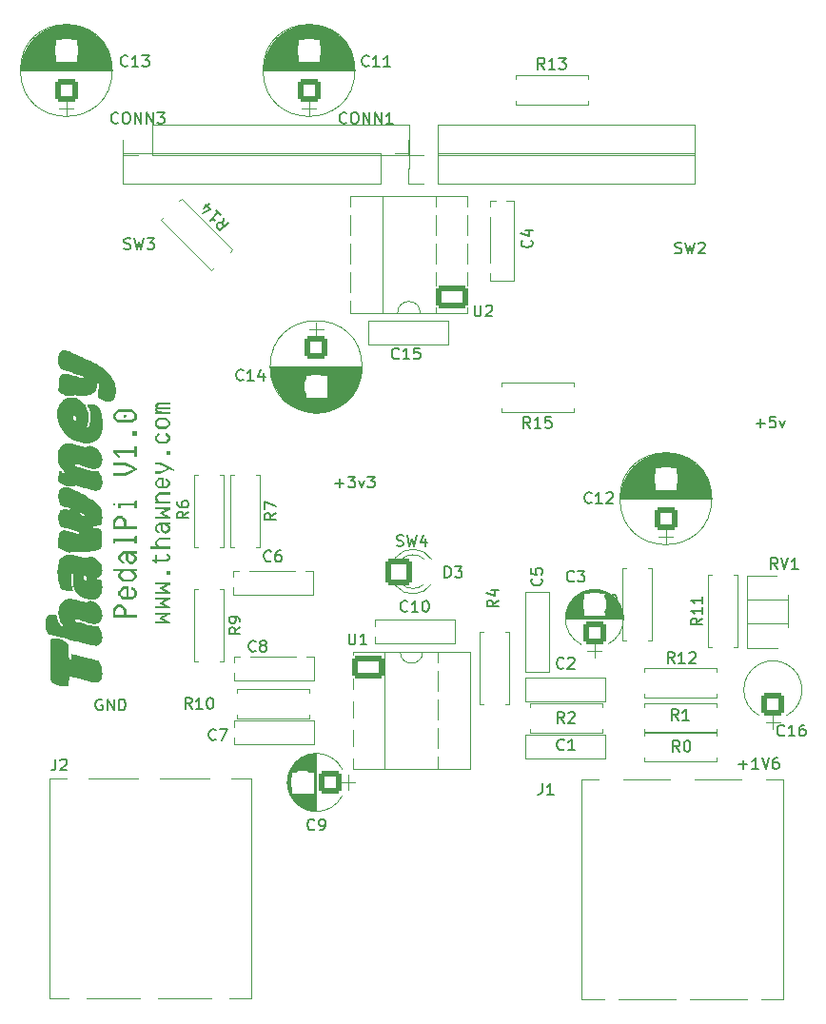
<source format=gbr>
%TF.GenerationSoftware,KiCad,Pcbnew,(6.0.6-0)*%
%TF.CreationDate,2022-07-13T00:54:31+01:00*%
%TF.ProjectId,pedal-pi-Robin,70656461-6c2d-4706-992d-526f62696e2e,rev?*%
%TF.SameCoordinates,Original*%
%TF.FileFunction,Legend,Top*%
%TF.FilePolarity,Positive*%
%FSLAX46Y46*%
G04 Gerber Fmt 4.6, Leading zero omitted, Abs format (unit mm)*
G04 Created by KiCad (PCBNEW (6.0.6-0)) date 2022-07-13 00:54:31*
%MOMM*%
%LPD*%
G01*
G04 APERTURE LIST*
G04 Aperture macros list*
%AMRoundRect*
0 Rectangle with rounded corners*
0 $1 Rounding radius*
0 $2 $3 $4 $5 $6 $7 $8 $9 X,Y pos of 4 corners*
0 Add a 4 corners polygon primitive as box body*
4,1,4,$2,$3,$4,$5,$6,$7,$8,$9,$2,$3,0*
0 Add four circle primitives for the rounded corners*
1,1,$1+$1,$2,$3*
1,1,$1+$1,$4,$5*
1,1,$1+$1,$6,$7*
1,1,$1+$1,$8,$9*
0 Add four rect primitives between the rounded corners*
20,1,$1+$1,$2,$3,$4,$5,0*
20,1,$1+$1,$4,$5,$6,$7,0*
20,1,$1+$1,$6,$7,$8,$9,0*
20,1,$1+$1,$8,$9,$2,$3,0*%
%AMHorizOval*
0 Thick line with rounded ends*
0 $1 width*
0 $2 $3 position (X,Y) of the first rounded end (center of the circle)*
0 $4 $5 position (X,Y) of the second rounded end (center of the circle)*
0 Add line between two ends*
20,1,$1,$2,$3,$4,$5,0*
0 Add two circle primitives to create the rounded ends*
1,1,$1,$2,$3*
1,1,$1,$4,$5*%
G04 Aperture macros list end*
%ADD10C,0.150000*%
%ADD11C,0.300000*%
%ADD12C,0.120000*%
%ADD13C,2.100000*%
%ADD14RoundRect,0.250000X0.800000X-0.800000X0.800000X0.800000X-0.800000X0.800000X-0.800000X-0.800000X0*%
%ADD15RoundRect,0.250000X0.800000X0.800000X-0.800000X0.800000X-0.800000X-0.800000X0.800000X-0.800000X0*%
%ADD16RoundRect,0.250000X-0.800000X0.800000X-0.800000X-0.800000X0.800000X-0.800000X0.800000X0.800000X0*%
%ADD17C,2.000000*%
%ADD18O,2.000000X2.000000*%
%ADD19O,2.200000X2.200000*%
%ADD20C,2.200000*%
%ADD21RoundRect,0.250000X-0.900000X-0.900000X0.900000X-0.900000X0.900000X0.900000X-0.900000X0.900000X0*%
%ADD22C,2.300000*%
%ADD23C,2.999360*%
%ADD24RoundRect,0.250000X-1.200000X-0.800000X1.200000X-0.800000X1.200000X0.800000X-1.200000X0.800000X0*%
%ADD25O,2.900000X2.100000*%
%ADD26RoundRect,0.250000X1.200000X0.800000X-1.200000X0.800000X-1.200000X-0.800000X1.200000X-0.800000X0*%
%ADD27C,3.500000*%
%ADD28O,2.100000X2.100000*%
%ADD29HorizOval,2.100000X0.000000X0.000000X0.000000X0.000000X0*%
%ADD30O,4.500000X3.000000*%
%ADD31C,4.000000*%
%ADD32C,2.120000*%
%ADD33C,4.500000*%
G04 APERTURE END LIST*
D10*
%TO.C,C1*%
X159853333Y-119610142D02*
X159805714Y-119657761D01*
X159662857Y-119705380D01*
X159567619Y-119705380D01*
X159424761Y-119657761D01*
X159329523Y-119562523D01*
X159281904Y-119467285D01*
X159234285Y-119276809D01*
X159234285Y-119133952D01*
X159281904Y-118943476D01*
X159329523Y-118848238D01*
X159424761Y-118753000D01*
X159567619Y-118705380D01*
X159662857Y-118705380D01*
X159805714Y-118753000D01*
X159853333Y-118800619D01*
X160805714Y-119705380D02*
X160234285Y-119705380D01*
X160520000Y-119705380D02*
X160520000Y-118705380D01*
X160424761Y-118848238D01*
X160329523Y-118943476D01*
X160234285Y-118991095D01*
%TO.C,C2*%
X159813333Y-112347142D02*
X159765714Y-112394761D01*
X159622857Y-112442380D01*
X159527619Y-112442380D01*
X159384761Y-112394761D01*
X159289523Y-112299523D01*
X159241904Y-112204285D01*
X159194285Y-112013809D01*
X159194285Y-111870952D01*
X159241904Y-111680476D01*
X159289523Y-111585238D01*
X159384761Y-111490000D01*
X159527619Y-111442380D01*
X159622857Y-111442380D01*
X159765714Y-111490000D01*
X159813333Y-111537619D01*
X160194285Y-111537619D02*
X160241904Y-111490000D01*
X160337142Y-111442380D01*
X160575238Y-111442380D01*
X160670476Y-111490000D01*
X160718095Y-111537619D01*
X160765714Y-111632857D01*
X160765714Y-111728095D01*
X160718095Y-111870952D01*
X160146666Y-112442380D01*
X160765714Y-112442380D01*
%TO.C,C3*%
X160742333Y-104624142D02*
X160694714Y-104671761D01*
X160551857Y-104719380D01*
X160456619Y-104719380D01*
X160313761Y-104671761D01*
X160218523Y-104576523D01*
X160170904Y-104481285D01*
X160123285Y-104290809D01*
X160123285Y-104147952D01*
X160170904Y-103957476D01*
X160218523Y-103862238D01*
X160313761Y-103767000D01*
X160456619Y-103719380D01*
X160551857Y-103719380D01*
X160694714Y-103767000D01*
X160742333Y-103814619D01*
X161075666Y-103719380D02*
X161694714Y-103719380D01*
X161361380Y-104100333D01*
X161504238Y-104100333D01*
X161599476Y-104147952D01*
X161647095Y-104195571D01*
X161694714Y-104290809D01*
X161694714Y-104528904D01*
X161647095Y-104624142D01*
X161599476Y-104671761D01*
X161504238Y-104719380D01*
X161218523Y-104719380D01*
X161123285Y-104671761D01*
X161075666Y-104624142D01*
%TO.C,C4*%
X156948142Y-74334666D02*
X156995761Y-74382285D01*
X157043380Y-74525142D01*
X157043380Y-74620380D01*
X156995761Y-74763238D01*
X156900523Y-74858476D01*
X156805285Y-74906095D01*
X156614809Y-74953714D01*
X156471952Y-74953714D01*
X156281476Y-74906095D01*
X156186238Y-74858476D01*
X156091000Y-74763238D01*
X156043380Y-74620380D01*
X156043380Y-74525142D01*
X156091000Y-74382285D01*
X156138619Y-74334666D01*
X156376714Y-73477523D02*
X157043380Y-73477523D01*
X155995761Y-73715619D02*
X156710047Y-73953714D01*
X156710047Y-73334666D01*
%TO.C,C5*%
X157837142Y-104433666D02*
X157884761Y-104481285D01*
X157932380Y-104624142D01*
X157932380Y-104719380D01*
X157884761Y-104862238D01*
X157789523Y-104957476D01*
X157694285Y-105005095D01*
X157503809Y-105052714D01*
X157360952Y-105052714D01*
X157170476Y-105005095D01*
X157075238Y-104957476D01*
X156980000Y-104862238D01*
X156932380Y-104719380D01*
X156932380Y-104624142D01*
X156980000Y-104481285D01*
X157027619Y-104433666D01*
X156932380Y-103528904D02*
X156932380Y-104005095D01*
X157408571Y-104052714D01*
X157360952Y-104005095D01*
X157313333Y-103909857D01*
X157313333Y-103671761D01*
X157360952Y-103576523D01*
X157408571Y-103528904D01*
X157503809Y-103481285D01*
X157741904Y-103481285D01*
X157837142Y-103528904D01*
X157884761Y-103576523D01*
X157932380Y-103671761D01*
X157932380Y-103909857D01*
X157884761Y-104005095D01*
X157837142Y-104052714D01*
%TO.C,C6*%
X133778333Y-102822142D02*
X133730714Y-102869761D01*
X133587857Y-102917380D01*
X133492619Y-102917380D01*
X133349761Y-102869761D01*
X133254523Y-102774523D01*
X133206904Y-102679285D01*
X133159285Y-102488809D01*
X133159285Y-102345952D01*
X133206904Y-102155476D01*
X133254523Y-102060238D01*
X133349761Y-101965000D01*
X133492619Y-101917380D01*
X133587857Y-101917380D01*
X133730714Y-101965000D01*
X133778333Y-102012619D01*
X134635476Y-101917380D02*
X134445000Y-101917380D01*
X134349761Y-101965000D01*
X134302142Y-102012619D01*
X134206904Y-102155476D01*
X134159285Y-102345952D01*
X134159285Y-102726904D01*
X134206904Y-102822142D01*
X134254523Y-102869761D01*
X134349761Y-102917380D01*
X134540238Y-102917380D01*
X134635476Y-102869761D01*
X134683095Y-102822142D01*
X134730714Y-102726904D01*
X134730714Y-102488809D01*
X134683095Y-102393571D01*
X134635476Y-102345952D01*
X134540238Y-102298333D01*
X134349761Y-102298333D01*
X134254523Y-102345952D01*
X134206904Y-102393571D01*
X134159285Y-102488809D01*
%TO.C,C7*%
X128865333Y-118721142D02*
X128817714Y-118768761D01*
X128674857Y-118816380D01*
X128579619Y-118816380D01*
X128436761Y-118768761D01*
X128341523Y-118673523D01*
X128293904Y-118578285D01*
X128246285Y-118387809D01*
X128246285Y-118244952D01*
X128293904Y-118054476D01*
X128341523Y-117959238D01*
X128436761Y-117864000D01*
X128579619Y-117816380D01*
X128674857Y-117816380D01*
X128817714Y-117864000D01*
X128865333Y-117911619D01*
X129198666Y-117816380D02*
X129865333Y-117816380D01*
X129436761Y-118816380D01*
%TO.C,C8*%
X132421333Y-110847142D02*
X132373714Y-110894761D01*
X132230857Y-110942380D01*
X132135619Y-110942380D01*
X131992761Y-110894761D01*
X131897523Y-110799523D01*
X131849904Y-110704285D01*
X131802285Y-110513809D01*
X131802285Y-110370952D01*
X131849904Y-110180476D01*
X131897523Y-110085238D01*
X131992761Y-109990000D01*
X132135619Y-109942380D01*
X132230857Y-109942380D01*
X132373714Y-109990000D01*
X132421333Y-110037619D01*
X132992761Y-110370952D02*
X132897523Y-110323333D01*
X132849904Y-110275714D01*
X132802285Y-110180476D01*
X132802285Y-110132857D01*
X132849904Y-110037619D01*
X132897523Y-109990000D01*
X132992761Y-109942380D01*
X133183238Y-109942380D01*
X133278476Y-109990000D01*
X133326095Y-110037619D01*
X133373714Y-110132857D01*
X133373714Y-110180476D01*
X133326095Y-110275714D01*
X133278476Y-110323333D01*
X133183238Y-110370952D01*
X132992761Y-110370952D01*
X132897523Y-110418571D01*
X132849904Y-110466190D01*
X132802285Y-110561428D01*
X132802285Y-110751904D01*
X132849904Y-110847142D01*
X132897523Y-110894761D01*
X132992761Y-110942380D01*
X133183238Y-110942380D01*
X133278476Y-110894761D01*
X133326095Y-110847142D01*
X133373714Y-110751904D01*
X133373714Y-110561428D01*
X133326095Y-110466190D01*
X133278476Y-110418571D01*
X133183238Y-110370952D01*
%TO.C,C9*%
X137648333Y-126722142D02*
X137600714Y-126769761D01*
X137457857Y-126817380D01*
X137362619Y-126817380D01*
X137219761Y-126769761D01*
X137124523Y-126674523D01*
X137076904Y-126579285D01*
X137029285Y-126388809D01*
X137029285Y-126245952D01*
X137076904Y-126055476D01*
X137124523Y-125960238D01*
X137219761Y-125865000D01*
X137362619Y-125817380D01*
X137457857Y-125817380D01*
X137600714Y-125865000D01*
X137648333Y-125912619D01*
X138124523Y-126817380D02*
X138315000Y-126817380D01*
X138410238Y-126769761D01*
X138457857Y-126722142D01*
X138553095Y-126579285D01*
X138600714Y-126388809D01*
X138600714Y-126007857D01*
X138553095Y-125912619D01*
X138505476Y-125865000D01*
X138410238Y-125817380D01*
X138219761Y-125817380D01*
X138124523Y-125865000D01*
X138076904Y-125912619D01*
X138029285Y-126007857D01*
X138029285Y-126245952D01*
X138076904Y-126341190D01*
X138124523Y-126388809D01*
X138219761Y-126436428D01*
X138410238Y-126436428D01*
X138505476Y-126388809D01*
X138553095Y-126341190D01*
X138600714Y-126245952D01*
%TO.C,C10*%
X145915142Y-107291142D02*
X145867523Y-107338761D01*
X145724666Y-107386380D01*
X145629428Y-107386380D01*
X145486571Y-107338761D01*
X145391333Y-107243523D01*
X145343714Y-107148285D01*
X145296095Y-106957809D01*
X145296095Y-106814952D01*
X145343714Y-106624476D01*
X145391333Y-106529238D01*
X145486571Y-106434000D01*
X145629428Y-106386380D01*
X145724666Y-106386380D01*
X145867523Y-106434000D01*
X145915142Y-106481619D01*
X146867523Y-107386380D02*
X146296095Y-107386380D01*
X146581809Y-107386380D02*
X146581809Y-106386380D01*
X146486571Y-106529238D01*
X146391333Y-106624476D01*
X146296095Y-106672095D01*
X147486571Y-106386380D02*
X147581809Y-106386380D01*
X147677047Y-106434000D01*
X147724666Y-106481619D01*
X147772285Y-106576857D01*
X147819904Y-106767333D01*
X147819904Y-107005428D01*
X147772285Y-107195904D01*
X147724666Y-107291142D01*
X147677047Y-107338761D01*
X147581809Y-107386380D01*
X147486571Y-107386380D01*
X147391333Y-107338761D01*
X147343714Y-107291142D01*
X147296095Y-107195904D01*
X147248476Y-107005428D01*
X147248476Y-106767333D01*
X147296095Y-106576857D01*
X147343714Y-106481619D01*
X147391333Y-106434000D01*
X147486571Y-106386380D01*
%TO.C,C11*%
X142486142Y-58777142D02*
X142438523Y-58824761D01*
X142295666Y-58872380D01*
X142200428Y-58872380D01*
X142057571Y-58824761D01*
X141962333Y-58729523D01*
X141914714Y-58634285D01*
X141867095Y-58443809D01*
X141867095Y-58300952D01*
X141914714Y-58110476D01*
X141962333Y-58015238D01*
X142057571Y-57920000D01*
X142200428Y-57872380D01*
X142295666Y-57872380D01*
X142438523Y-57920000D01*
X142486142Y-57967619D01*
X143438523Y-58872380D02*
X142867095Y-58872380D01*
X143152809Y-58872380D02*
X143152809Y-57872380D01*
X143057571Y-58015238D01*
X142962333Y-58110476D01*
X142867095Y-58158095D01*
X144390904Y-58872380D02*
X143819476Y-58872380D01*
X144105190Y-58872380D02*
X144105190Y-57872380D01*
X144009952Y-58015238D01*
X143914714Y-58110476D01*
X143819476Y-58158095D01*
%TO.C,C12*%
X162298142Y-97639142D02*
X162250523Y-97686761D01*
X162107666Y-97734380D01*
X162012428Y-97734380D01*
X161869571Y-97686761D01*
X161774333Y-97591523D01*
X161726714Y-97496285D01*
X161679095Y-97305809D01*
X161679095Y-97162952D01*
X161726714Y-96972476D01*
X161774333Y-96877238D01*
X161869571Y-96782000D01*
X162012428Y-96734380D01*
X162107666Y-96734380D01*
X162250523Y-96782000D01*
X162298142Y-96829619D01*
X163250523Y-97734380D02*
X162679095Y-97734380D01*
X162964809Y-97734380D02*
X162964809Y-96734380D01*
X162869571Y-96877238D01*
X162774333Y-96972476D01*
X162679095Y-97020095D01*
X163631476Y-96829619D02*
X163679095Y-96782000D01*
X163774333Y-96734380D01*
X164012428Y-96734380D01*
X164107666Y-96782000D01*
X164155285Y-96829619D01*
X164202904Y-96924857D01*
X164202904Y-97020095D01*
X164155285Y-97162952D01*
X163583857Y-97734380D01*
X164202904Y-97734380D01*
%TO.C,C13*%
X121023142Y-58777142D02*
X120975523Y-58824761D01*
X120832666Y-58872380D01*
X120737428Y-58872380D01*
X120594571Y-58824761D01*
X120499333Y-58729523D01*
X120451714Y-58634285D01*
X120404095Y-58443809D01*
X120404095Y-58300952D01*
X120451714Y-58110476D01*
X120499333Y-58015238D01*
X120594571Y-57920000D01*
X120737428Y-57872380D01*
X120832666Y-57872380D01*
X120975523Y-57920000D01*
X121023142Y-57967619D01*
X121975523Y-58872380D02*
X121404095Y-58872380D01*
X121689809Y-58872380D02*
X121689809Y-57872380D01*
X121594571Y-58015238D01*
X121499333Y-58110476D01*
X121404095Y-58158095D01*
X122308857Y-57872380D02*
X122927904Y-57872380D01*
X122594571Y-58253333D01*
X122737428Y-58253333D01*
X122832666Y-58300952D01*
X122880285Y-58348571D01*
X122927904Y-58443809D01*
X122927904Y-58681904D01*
X122880285Y-58777142D01*
X122832666Y-58824761D01*
X122737428Y-58872380D01*
X122451714Y-58872380D01*
X122356476Y-58824761D01*
X122308857Y-58777142D01*
%TO.C,C14*%
X131310142Y-86717142D02*
X131262523Y-86764761D01*
X131119666Y-86812380D01*
X131024428Y-86812380D01*
X130881571Y-86764761D01*
X130786333Y-86669523D01*
X130738714Y-86574285D01*
X130691095Y-86383809D01*
X130691095Y-86240952D01*
X130738714Y-86050476D01*
X130786333Y-85955238D01*
X130881571Y-85860000D01*
X131024428Y-85812380D01*
X131119666Y-85812380D01*
X131262523Y-85860000D01*
X131310142Y-85907619D01*
X132262523Y-86812380D02*
X131691095Y-86812380D01*
X131976809Y-86812380D02*
X131976809Y-85812380D01*
X131881571Y-85955238D01*
X131786333Y-86050476D01*
X131691095Y-86098095D01*
X133119666Y-86145714D02*
X133119666Y-86812380D01*
X132881571Y-85764761D02*
X132643476Y-86479047D01*
X133262523Y-86479047D01*
%TO.C,C15*%
X145153142Y-84812142D02*
X145105523Y-84859761D01*
X144962666Y-84907380D01*
X144867428Y-84907380D01*
X144724571Y-84859761D01*
X144629333Y-84764523D01*
X144581714Y-84669285D01*
X144534095Y-84478809D01*
X144534095Y-84335952D01*
X144581714Y-84145476D01*
X144629333Y-84050238D01*
X144724571Y-83955000D01*
X144867428Y-83907380D01*
X144962666Y-83907380D01*
X145105523Y-83955000D01*
X145153142Y-84002619D01*
X146105523Y-84907380D02*
X145534095Y-84907380D01*
X145819809Y-84907380D02*
X145819809Y-83907380D01*
X145724571Y-84050238D01*
X145629333Y-84145476D01*
X145534095Y-84193095D01*
X147010285Y-83907380D02*
X146534095Y-83907380D01*
X146486476Y-84383571D01*
X146534095Y-84335952D01*
X146629333Y-84288333D01*
X146867428Y-84288333D01*
X146962666Y-84335952D01*
X147010285Y-84383571D01*
X147057904Y-84478809D01*
X147057904Y-84716904D01*
X147010285Y-84812142D01*
X146962666Y-84859761D01*
X146867428Y-84907380D01*
X146629333Y-84907380D01*
X146534095Y-84859761D01*
X146486476Y-84812142D01*
%TO.C,C16*%
X179443142Y-118340142D02*
X179395523Y-118387761D01*
X179252666Y-118435380D01*
X179157428Y-118435380D01*
X179014571Y-118387761D01*
X178919333Y-118292523D01*
X178871714Y-118197285D01*
X178824095Y-118006809D01*
X178824095Y-117863952D01*
X178871714Y-117673476D01*
X178919333Y-117578238D01*
X179014571Y-117483000D01*
X179157428Y-117435380D01*
X179252666Y-117435380D01*
X179395523Y-117483000D01*
X179443142Y-117530619D01*
X180395523Y-118435380D02*
X179824095Y-118435380D01*
X180109809Y-118435380D02*
X180109809Y-117435380D01*
X180014571Y-117578238D01*
X179919333Y-117673476D01*
X179824095Y-117721095D01*
X181252666Y-117435380D02*
X181062190Y-117435380D01*
X180966952Y-117483000D01*
X180919333Y-117530619D01*
X180824095Y-117673476D01*
X180776476Y-117863952D01*
X180776476Y-118244904D01*
X180824095Y-118340142D01*
X180871714Y-118387761D01*
X180966952Y-118435380D01*
X181157428Y-118435380D01*
X181252666Y-118387761D01*
X181300285Y-118340142D01*
X181347904Y-118244904D01*
X181347904Y-118006809D01*
X181300285Y-117911571D01*
X181252666Y-117863952D01*
X181157428Y-117816333D01*
X180966952Y-117816333D01*
X180871714Y-117863952D01*
X180824095Y-117911571D01*
X180776476Y-118006809D01*
%TO.C,CONN1*%
X140501904Y-63857142D02*
X140454285Y-63904761D01*
X140311428Y-63952380D01*
X140216190Y-63952380D01*
X140073333Y-63904761D01*
X139978095Y-63809523D01*
X139930476Y-63714285D01*
X139882857Y-63523809D01*
X139882857Y-63380952D01*
X139930476Y-63190476D01*
X139978095Y-63095238D01*
X140073333Y-63000000D01*
X140216190Y-62952380D01*
X140311428Y-62952380D01*
X140454285Y-63000000D01*
X140501904Y-63047619D01*
X141120952Y-62952380D02*
X141311428Y-62952380D01*
X141406666Y-63000000D01*
X141501904Y-63095238D01*
X141549523Y-63285714D01*
X141549523Y-63619047D01*
X141501904Y-63809523D01*
X141406666Y-63904761D01*
X141311428Y-63952380D01*
X141120952Y-63952380D01*
X141025714Y-63904761D01*
X140930476Y-63809523D01*
X140882857Y-63619047D01*
X140882857Y-63285714D01*
X140930476Y-63095238D01*
X141025714Y-63000000D01*
X141120952Y-62952380D01*
X141978095Y-63952380D02*
X141978095Y-62952380D01*
X142549523Y-63952380D01*
X142549523Y-62952380D01*
X143025714Y-63952380D02*
X143025714Y-62952380D01*
X143597142Y-63952380D01*
X143597142Y-62952380D01*
X144597142Y-63952380D02*
X144025714Y-63952380D01*
X144311428Y-63952380D02*
X144311428Y-62952380D01*
X144216190Y-63095238D01*
X144120952Y-63190476D01*
X144025714Y-63238095D01*
%TO.C,CONN3*%
X120181904Y-63857142D02*
X120134285Y-63904761D01*
X119991428Y-63952380D01*
X119896190Y-63952380D01*
X119753333Y-63904761D01*
X119658095Y-63809523D01*
X119610476Y-63714285D01*
X119562857Y-63523809D01*
X119562857Y-63380952D01*
X119610476Y-63190476D01*
X119658095Y-63095238D01*
X119753333Y-63000000D01*
X119896190Y-62952380D01*
X119991428Y-62952380D01*
X120134285Y-63000000D01*
X120181904Y-63047619D01*
X120800952Y-62952380D02*
X120991428Y-62952380D01*
X121086666Y-63000000D01*
X121181904Y-63095238D01*
X121229523Y-63285714D01*
X121229523Y-63619047D01*
X121181904Y-63809523D01*
X121086666Y-63904761D01*
X120991428Y-63952380D01*
X120800952Y-63952380D01*
X120705714Y-63904761D01*
X120610476Y-63809523D01*
X120562857Y-63619047D01*
X120562857Y-63285714D01*
X120610476Y-63095238D01*
X120705714Y-63000000D01*
X120800952Y-62952380D01*
X121658095Y-63952380D02*
X121658095Y-62952380D01*
X122229523Y-63952380D01*
X122229523Y-62952380D01*
X122705714Y-63952380D02*
X122705714Y-62952380D01*
X123277142Y-63952380D01*
X123277142Y-62952380D01*
X123658095Y-62952380D02*
X124277142Y-62952380D01*
X123943809Y-63333333D01*
X124086666Y-63333333D01*
X124181904Y-63380952D01*
X124229523Y-63428571D01*
X124277142Y-63523809D01*
X124277142Y-63761904D01*
X124229523Y-63857142D01*
X124181904Y-63904761D01*
X124086666Y-63952380D01*
X123800952Y-63952380D01*
X123705714Y-63904761D01*
X123658095Y-63857142D01*
%TO.C,D3*%
X149248904Y-104338380D02*
X149248904Y-103338380D01*
X149487000Y-103338380D01*
X149629857Y-103386000D01*
X149725095Y-103481238D01*
X149772714Y-103576476D01*
X149820333Y-103766952D01*
X149820333Y-103909809D01*
X149772714Y-104100285D01*
X149725095Y-104195523D01*
X149629857Y-104290761D01*
X149487000Y-104338380D01*
X149248904Y-104338380D01*
X150153666Y-103338380D02*
X150772714Y-103338380D01*
X150439380Y-103719333D01*
X150582238Y-103719333D01*
X150677476Y-103766952D01*
X150725095Y-103814571D01*
X150772714Y-103909809D01*
X150772714Y-104147904D01*
X150725095Y-104243142D01*
X150677476Y-104290761D01*
X150582238Y-104338380D01*
X150296523Y-104338380D01*
X150201285Y-104290761D01*
X150153666Y-104243142D01*
%TO.C,GND*%
X118745095Y-115197000D02*
X118649857Y-115149380D01*
X118507000Y-115149380D01*
X118364142Y-115197000D01*
X118268904Y-115292238D01*
X118221285Y-115387476D01*
X118173666Y-115577952D01*
X118173666Y-115720809D01*
X118221285Y-115911285D01*
X118268904Y-116006523D01*
X118364142Y-116101761D01*
X118507000Y-116149380D01*
X118602238Y-116149380D01*
X118745095Y-116101761D01*
X118792714Y-116054142D01*
X118792714Y-115720809D01*
X118602238Y-115720809D01*
X119221285Y-116149380D02*
X119221285Y-115149380D01*
X119792714Y-116149380D01*
X119792714Y-115149380D01*
X120268904Y-116149380D02*
X120268904Y-115149380D01*
X120507000Y-115149380D01*
X120649857Y-115197000D01*
X120745095Y-115292238D01*
X120792714Y-115387476D01*
X120840333Y-115577952D01*
X120840333Y-115720809D01*
X120792714Y-115911285D01*
X120745095Y-116006523D01*
X120649857Y-116101761D01*
X120507000Y-116149380D01*
X120268904Y-116149380D01*
%TO.C,+1V6*%
X175403095Y-120975428D02*
X176165000Y-120975428D01*
X175784047Y-121356380D02*
X175784047Y-120594476D01*
X177165000Y-121356380D02*
X176593571Y-121356380D01*
X176879285Y-121356380D02*
X176879285Y-120356380D01*
X176784047Y-120499238D01*
X176688809Y-120594476D01*
X176593571Y-120642095D01*
X177450714Y-120356380D02*
X177784047Y-121356380D01*
X178117380Y-120356380D01*
X178879285Y-120356380D02*
X178688809Y-120356380D01*
X178593571Y-120404000D01*
X178545952Y-120451619D01*
X178450714Y-120594476D01*
X178403095Y-120784952D01*
X178403095Y-121165904D01*
X178450714Y-121261142D01*
X178498333Y-121308761D01*
X178593571Y-121356380D01*
X178784047Y-121356380D01*
X178879285Y-121308761D01*
X178926904Y-121261142D01*
X178974523Y-121165904D01*
X178974523Y-120927809D01*
X178926904Y-120832571D01*
X178879285Y-120784952D01*
X178784047Y-120737333D01*
X178593571Y-120737333D01*
X178498333Y-120784952D01*
X178450714Y-120832571D01*
X178403095Y-120927809D01*
%TO.C,+5v*%
X176942904Y-90622428D02*
X177704809Y-90622428D01*
X177323857Y-91003380D02*
X177323857Y-90241476D01*
X178657190Y-90003380D02*
X178181000Y-90003380D01*
X178133380Y-90479571D01*
X178181000Y-90431952D01*
X178276238Y-90384333D01*
X178514333Y-90384333D01*
X178609571Y-90431952D01*
X178657190Y-90479571D01*
X178704809Y-90574809D01*
X178704809Y-90812904D01*
X178657190Y-90908142D01*
X178609571Y-90955761D01*
X178514333Y-91003380D01*
X178276238Y-91003380D01*
X178181000Y-90955761D01*
X178133380Y-90908142D01*
X179038142Y-90336714D02*
X179276238Y-91003380D01*
X179514333Y-90336714D01*
%TO.C,+3v3*%
X139509714Y-95956428D02*
X140271619Y-95956428D01*
X139890666Y-96337380D02*
X139890666Y-95575476D01*
X140652571Y-95337380D02*
X141271619Y-95337380D01*
X140938285Y-95718333D01*
X141081142Y-95718333D01*
X141176380Y-95765952D01*
X141224000Y-95813571D01*
X141271619Y-95908809D01*
X141271619Y-96146904D01*
X141224000Y-96242142D01*
X141176380Y-96289761D01*
X141081142Y-96337380D01*
X140795428Y-96337380D01*
X140700190Y-96289761D01*
X140652571Y-96242142D01*
X141604952Y-95670714D02*
X141843047Y-96337380D01*
X142081142Y-95670714D01*
X142366857Y-95337380D02*
X142985904Y-95337380D01*
X142652571Y-95718333D01*
X142795428Y-95718333D01*
X142890666Y-95765952D01*
X142938285Y-95813571D01*
X142985904Y-95908809D01*
X142985904Y-96146904D01*
X142938285Y-96242142D01*
X142890666Y-96289761D01*
X142795428Y-96337380D01*
X142509714Y-96337380D01*
X142414476Y-96289761D01*
X142366857Y-96242142D01*
%TO.C,U1*%
X140716095Y-109307380D02*
X140716095Y-110116904D01*
X140763714Y-110212142D01*
X140811333Y-110259761D01*
X140906571Y-110307380D01*
X141097047Y-110307380D01*
X141192285Y-110259761D01*
X141239904Y-110212142D01*
X141287523Y-110116904D01*
X141287523Y-109307380D01*
X142287523Y-110307380D02*
X141716095Y-110307380D01*
X142001809Y-110307380D02*
X142001809Y-109307380D01*
X141906571Y-109450238D01*
X141811333Y-109545476D01*
X141716095Y-109593095D01*
%TO.C,U2*%
X151892095Y-80097380D02*
X151892095Y-80906904D01*
X151939714Y-81002142D01*
X151987333Y-81049761D01*
X152082571Y-81097380D01*
X152273047Y-81097380D01*
X152368285Y-81049761D01*
X152415904Y-81002142D01*
X152463523Y-80906904D01*
X152463523Y-80097380D01*
X152892095Y-80192619D02*
X152939714Y-80145000D01*
X153034952Y-80097380D01*
X153273047Y-80097380D01*
X153368285Y-80145000D01*
X153415904Y-80192619D01*
X153463523Y-80287857D01*
X153463523Y-80383095D01*
X153415904Y-80525952D01*
X152844476Y-81097380D01*
X153463523Y-81097380D01*
%TO.C,J1*%
X157908666Y-122642380D02*
X157908666Y-123356666D01*
X157861047Y-123499523D01*
X157765809Y-123594761D01*
X157622952Y-123642380D01*
X157527714Y-123642380D01*
X158908666Y-123642380D02*
X158337238Y-123642380D01*
X158622952Y-123642380D02*
X158622952Y-122642380D01*
X158527714Y-122785238D01*
X158432476Y-122880476D01*
X158337238Y-122928095D01*
%TO.C,J2*%
X114601666Y-120483380D02*
X114601666Y-121197666D01*
X114554047Y-121340523D01*
X114458809Y-121435761D01*
X114315952Y-121483380D01*
X114220714Y-121483380D01*
X115030238Y-120578619D02*
X115077857Y-120531000D01*
X115173095Y-120483380D01*
X115411190Y-120483380D01*
X115506428Y-120531000D01*
X115554047Y-120578619D01*
X115601666Y-120673857D01*
X115601666Y-120769095D01*
X115554047Y-120911952D01*
X114982619Y-121483380D01*
X115601666Y-121483380D01*
%TO.C,R0*%
X170140333Y-119832380D02*
X169807000Y-119356190D01*
X169568904Y-119832380D02*
X169568904Y-118832380D01*
X169949857Y-118832380D01*
X170045095Y-118880000D01*
X170092714Y-118927619D01*
X170140333Y-119022857D01*
X170140333Y-119165714D01*
X170092714Y-119260952D01*
X170045095Y-119308571D01*
X169949857Y-119356190D01*
X169568904Y-119356190D01*
X170759380Y-118832380D02*
X170854619Y-118832380D01*
X170949857Y-118880000D01*
X170997476Y-118927619D01*
X171045095Y-119022857D01*
X171092714Y-119213333D01*
X171092714Y-119451428D01*
X171045095Y-119641904D01*
X170997476Y-119737142D01*
X170949857Y-119784761D01*
X170854619Y-119832380D01*
X170759380Y-119832380D01*
X170664142Y-119784761D01*
X170616523Y-119737142D01*
X170568904Y-119641904D01*
X170521285Y-119451428D01*
X170521285Y-119213333D01*
X170568904Y-119022857D01*
X170616523Y-118927619D01*
X170664142Y-118880000D01*
X170759380Y-118832380D01*
%TO.C,R1*%
X170013333Y-117038380D02*
X169680000Y-116562190D01*
X169441904Y-117038380D02*
X169441904Y-116038380D01*
X169822857Y-116038380D01*
X169918095Y-116086000D01*
X169965714Y-116133619D01*
X170013333Y-116228857D01*
X170013333Y-116371714D01*
X169965714Y-116466952D01*
X169918095Y-116514571D01*
X169822857Y-116562190D01*
X169441904Y-116562190D01*
X170965714Y-117038380D02*
X170394285Y-117038380D01*
X170680000Y-117038380D02*
X170680000Y-116038380D01*
X170584761Y-116181238D01*
X170489523Y-116276476D01*
X170394285Y-116324095D01*
%TO.C,R2*%
X159853333Y-117292380D02*
X159520000Y-116816190D01*
X159281904Y-117292380D02*
X159281904Y-116292380D01*
X159662857Y-116292380D01*
X159758095Y-116340000D01*
X159805714Y-116387619D01*
X159853333Y-116482857D01*
X159853333Y-116625714D01*
X159805714Y-116720952D01*
X159758095Y-116768571D01*
X159662857Y-116816190D01*
X159281904Y-116816190D01*
X160234285Y-116387619D02*
X160281904Y-116340000D01*
X160377142Y-116292380D01*
X160615238Y-116292380D01*
X160710476Y-116340000D01*
X160758095Y-116387619D01*
X160805714Y-116482857D01*
X160805714Y-116578095D01*
X160758095Y-116720952D01*
X160186666Y-117292380D01*
X160805714Y-117292380D01*
%TO.C,R3*%
X164512380Y-106846666D02*
X164036190Y-107180000D01*
X164512380Y-107418095D02*
X163512380Y-107418095D01*
X163512380Y-107037142D01*
X163560000Y-106941904D01*
X163607619Y-106894285D01*
X163702857Y-106846666D01*
X163845714Y-106846666D01*
X163940952Y-106894285D01*
X163988571Y-106941904D01*
X164036190Y-107037142D01*
X164036190Y-107418095D01*
X163512380Y-106513333D02*
X163512380Y-105894285D01*
X163893333Y-106227619D01*
X163893333Y-106084761D01*
X163940952Y-105989523D01*
X163988571Y-105941904D01*
X164083809Y-105894285D01*
X164321904Y-105894285D01*
X164417142Y-105941904D01*
X164464761Y-105989523D01*
X164512380Y-106084761D01*
X164512380Y-106370476D01*
X164464761Y-106465714D01*
X164417142Y-106513333D01*
%TO.C,R4*%
X153995380Y-106338666D02*
X153519190Y-106672000D01*
X153995380Y-106910095D02*
X152995380Y-106910095D01*
X152995380Y-106529142D01*
X153043000Y-106433904D01*
X153090619Y-106386285D01*
X153185857Y-106338666D01*
X153328714Y-106338666D01*
X153423952Y-106386285D01*
X153471571Y-106433904D01*
X153519190Y-106529142D01*
X153519190Y-106910095D01*
X153328714Y-105481523D02*
X153995380Y-105481523D01*
X152947761Y-105719619D02*
X153662047Y-105957714D01*
X153662047Y-105338666D01*
%TO.C,R6*%
X126436380Y-98464666D02*
X125960190Y-98798000D01*
X126436380Y-99036095D02*
X125436380Y-99036095D01*
X125436380Y-98655142D01*
X125484000Y-98559904D01*
X125531619Y-98512285D01*
X125626857Y-98464666D01*
X125769714Y-98464666D01*
X125864952Y-98512285D01*
X125912571Y-98559904D01*
X125960190Y-98655142D01*
X125960190Y-99036095D01*
X125436380Y-97607523D02*
X125436380Y-97798000D01*
X125484000Y-97893238D01*
X125531619Y-97940857D01*
X125674476Y-98036095D01*
X125864952Y-98083714D01*
X126245904Y-98083714D01*
X126341142Y-98036095D01*
X126388761Y-97988476D01*
X126436380Y-97893238D01*
X126436380Y-97702761D01*
X126388761Y-97607523D01*
X126341142Y-97559904D01*
X126245904Y-97512285D01*
X126007809Y-97512285D01*
X125912571Y-97559904D01*
X125864952Y-97607523D01*
X125817333Y-97702761D01*
X125817333Y-97893238D01*
X125864952Y-97988476D01*
X125912571Y-98036095D01*
X126007809Y-98083714D01*
%TO.C,R7*%
X134207380Y-98591666D02*
X133731190Y-98925000D01*
X134207380Y-99163095D02*
X133207380Y-99163095D01*
X133207380Y-98782142D01*
X133255000Y-98686904D01*
X133302619Y-98639285D01*
X133397857Y-98591666D01*
X133540714Y-98591666D01*
X133635952Y-98639285D01*
X133683571Y-98686904D01*
X133731190Y-98782142D01*
X133731190Y-99163095D01*
X133207380Y-98258333D02*
X133207380Y-97591666D01*
X134207380Y-98020238D01*
%TO.C,R9*%
X131032380Y-108751666D02*
X130556190Y-109085000D01*
X131032380Y-109323095D02*
X130032380Y-109323095D01*
X130032380Y-108942142D01*
X130080000Y-108846904D01*
X130127619Y-108799285D01*
X130222857Y-108751666D01*
X130365714Y-108751666D01*
X130460952Y-108799285D01*
X130508571Y-108846904D01*
X130556190Y-108942142D01*
X130556190Y-109323095D01*
X131032380Y-108275476D02*
X131032380Y-108085000D01*
X130984761Y-107989761D01*
X130937142Y-107942142D01*
X130794285Y-107846904D01*
X130603809Y-107799285D01*
X130222857Y-107799285D01*
X130127619Y-107846904D01*
X130080000Y-107894523D01*
X130032380Y-107989761D01*
X130032380Y-108180238D01*
X130080000Y-108275476D01*
X130127619Y-108323095D01*
X130222857Y-108370714D01*
X130460952Y-108370714D01*
X130556190Y-108323095D01*
X130603809Y-108275476D01*
X130651428Y-108180238D01*
X130651428Y-107989761D01*
X130603809Y-107894523D01*
X130556190Y-107846904D01*
X130460952Y-107799285D01*
%TO.C,R10*%
X126738142Y-116022380D02*
X126404809Y-115546190D01*
X126166714Y-116022380D02*
X126166714Y-115022380D01*
X126547666Y-115022380D01*
X126642904Y-115070000D01*
X126690523Y-115117619D01*
X126738142Y-115212857D01*
X126738142Y-115355714D01*
X126690523Y-115450952D01*
X126642904Y-115498571D01*
X126547666Y-115546190D01*
X126166714Y-115546190D01*
X127690523Y-116022380D02*
X127119095Y-116022380D01*
X127404809Y-116022380D02*
X127404809Y-115022380D01*
X127309571Y-115165238D01*
X127214333Y-115260476D01*
X127119095Y-115308095D01*
X128309571Y-115022380D02*
X128404809Y-115022380D01*
X128500047Y-115070000D01*
X128547666Y-115117619D01*
X128595285Y-115212857D01*
X128642904Y-115403333D01*
X128642904Y-115641428D01*
X128595285Y-115831904D01*
X128547666Y-115927142D01*
X128500047Y-115974761D01*
X128404809Y-116022380D01*
X128309571Y-116022380D01*
X128214333Y-115974761D01*
X128166714Y-115927142D01*
X128119095Y-115831904D01*
X128071476Y-115641428D01*
X128071476Y-115403333D01*
X128119095Y-115212857D01*
X128166714Y-115117619D01*
X128214333Y-115070000D01*
X128309571Y-115022380D01*
%TO.C,R11*%
X172156380Y-107957857D02*
X171680190Y-108291190D01*
X172156380Y-108529285D02*
X171156380Y-108529285D01*
X171156380Y-108148333D01*
X171204000Y-108053095D01*
X171251619Y-108005476D01*
X171346857Y-107957857D01*
X171489714Y-107957857D01*
X171584952Y-108005476D01*
X171632571Y-108053095D01*
X171680190Y-108148333D01*
X171680190Y-108529285D01*
X172156380Y-107005476D02*
X172156380Y-107576904D01*
X172156380Y-107291190D02*
X171156380Y-107291190D01*
X171299238Y-107386428D01*
X171394476Y-107481666D01*
X171442095Y-107576904D01*
X172156380Y-106053095D02*
X172156380Y-106624523D01*
X172156380Y-106338809D02*
X171156380Y-106338809D01*
X171299238Y-106434047D01*
X171394476Y-106529285D01*
X171442095Y-106624523D01*
%TO.C,R12*%
X169664142Y-111958380D02*
X169330809Y-111482190D01*
X169092714Y-111958380D02*
X169092714Y-110958380D01*
X169473666Y-110958380D01*
X169568904Y-111006000D01*
X169616523Y-111053619D01*
X169664142Y-111148857D01*
X169664142Y-111291714D01*
X169616523Y-111386952D01*
X169568904Y-111434571D01*
X169473666Y-111482190D01*
X169092714Y-111482190D01*
X170616523Y-111958380D02*
X170045095Y-111958380D01*
X170330809Y-111958380D02*
X170330809Y-110958380D01*
X170235571Y-111101238D01*
X170140333Y-111196476D01*
X170045095Y-111244095D01*
X170997476Y-111053619D02*
X171045095Y-111006000D01*
X171140333Y-110958380D01*
X171378428Y-110958380D01*
X171473666Y-111006000D01*
X171521285Y-111053619D01*
X171568904Y-111148857D01*
X171568904Y-111244095D01*
X171521285Y-111386952D01*
X170949857Y-111958380D01*
X171568904Y-111958380D01*
%TO.C,R13*%
X158107142Y-59102380D02*
X157773809Y-58626190D01*
X157535714Y-59102380D02*
X157535714Y-58102380D01*
X157916666Y-58102380D01*
X158011904Y-58150000D01*
X158059523Y-58197619D01*
X158107142Y-58292857D01*
X158107142Y-58435714D01*
X158059523Y-58530952D01*
X158011904Y-58578571D01*
X157916666Y-58626190D01*
X157535714Y-58626190D01*
X159059523Y-59102380D02*
X158488095Y-59102380D01*
X158773809Y-59102380D02*
X158773809Y-58102380D01*
X158678571Y-58245238D01*
X158583333Y-58340476D01*
X158488095Y-58388095D01*
X159392857Y-58102380D02*
X160011904Y-58102380D01*
X159678571Y-58483333D01*
X159821428Y-58483333D01*
X159916666Y-58530952D01*
X159964285Y-58578571D01*
X160011904Y-58673809D01*
X160011904Y-58911904D01*
X159964285Y-59007142D01*
X159916666Y-59054761D01*
X159821428Y-59102380D01*
X159535714Y-59102380D01*
X159440476Y-59054761D01*
X159392857Y-59007142D01*
%TO.C,R14*%
X129561944Y-72315347D02*
X129460929Y-72887766D01*
X129966005Y-72719408D02*
X129258898Y-73426514D01*
X128989524Y-73157140D01*
X128955852Y-73056125D01*
X128955852Y-72988782D01*
X128989524Y-72887766D01*
X129090539Y-72786751D01*
X129191555Y-72753079D01*
X129258898Y-72753079D01*
X129359913Y-72786751D01*
X129629287Y-73056125D01*
X128888509Y-71641911D02*
X129292570Y-72045972D01*
X129090539Y-71843942D02*
X128383432Y-72551049D01*
X128551791Y-72517377D01*
X128686478Y-72517377D01*
X128787494Y-72551049D01*
X127811013Y-71507224D02*
X128282417Y-71035820D01*
X127709997Y-71944957D02*
X128383432Y-71608240D01*
X127945700Y-71170507D01*
%TO.C,R15*%
X156837142Y-91027380D02*
X156503809Y-90551190D01*
X156265714Y-91027380D02*
X156265714Y-90027380D01*
X156646666Y-90027380D01*
X156741904Y-90075000D01*
X156789523Y-90122619D01*
X156837142Y-90217857D01*
X156837142Y-90360714D01*
X156789523Y-90455952D01*
X156741904Y-90503571D01*
X156646666Y-90551190D01*
X156265714Y-90551190D01*
X157789523Y-91027380D02*
X157218095Y-91027380D01*
X157503809Y-91027380D02*
X157503809Y-90027380D01*
X157408571Y-90170238D01*
X157313333Y-90265476D01*
X157218095Y-90313095D01*
X158694285Y-90027380D02*
X158218095Y-90027380D01*
X158170476Y-90503571D01*
X158218095Y-90455952D01*
X158313333Y-90408333D01*
X158551428Y-90408333D01*
X158646666Y-90455952D01*
X158694285Y-90503571D01*
X158741904Y-90598809D01*
X158741904Y-90836904D01*
X158694285Y-90932142D01*
X158646666Y-90979761D01*
X158551428Y-91027380D01*
X158313333Y-91027380D01*
X158218095Y-90979761D01*
X158170476Y-90932142D01*
%TO.C,SW2*%
X169735666Y-75461761D02*
X169878523Y-75509380D01*
X170116619Y-75509380D01*
X170211857Y-75461761D01*
X170259476Y-75414142D01*
X170307095Y-75318904D01*
X170307095Y-75223666D01*
X170259476Y-75128428D01*
X170211857Y-75080809D01*
X170116619Y-75033190D01*
X169926142Y-74985571D01*
X169830904Y-74937952D01*
X169783285Y-74890333D01*
X169735666Y-74795095D01*
X169735666Y-74699857D01*
X169783285Y-74604619D01*
X169830904Y-74557000D01*
X169926142Y-74509380D01*
X170164238Y-74509380D01*
X170307095Y-74557000D01*
X170640428Y-74509380D02*
X170878523Y-75509380D01*
X171069000Y-74795095D01*
X171259476Y-75509380D01*
X171497571Y-74509380D01*
X171830904Y-74604619D02*
X171878523Y-74557000D01*
X171973761Y-74509380D01*
X172211857Y-74509380D01*
X172307095Y-74557000D01*
X172354714Y-74604619D01*
X172402333Y-74699857D01*
X172402333Y-74795095D01*
X172354714Y-74937952D01*
X171783285Y-75509380D01*
X172402333Y-75509380D01*
%TO.C,SW3*%
X120713666Y-75080761D02*
X120856523Y-75128380D01*
X121094619Y-75128380D01*
X121189857Y-75080761D01*
X121237476Y-75033142D01*
X121285095Y-74937904D01*
X121285095Y-74842666D01*
X121237476Y-74747428D01*
X121189857Y-74699809D01*
X121094619Y-74652190D01*
X120904142Y-74604571D01*
X120808904Y-74556952D01*
X120761285Y-74509333D01*
X120713666Y-74414095D01*
X120713666Y-74318857D01*
X120761285Y-74223619D01*
X120808904Y-74176000D01*
X120904142Y-74128380D01*
X121142238Y-74128380D01*
X121285095Y-74176000D01*
X121618428Y-74128380D02*
X121856523Y-75128380D01*
X122047000Y-74414095D01*
X122237476Y-75128380D01*
X122475571Y-74128380D01*
X122761285Y-74128380D02*
X123380333Y-74128380D01*
X123047000Y-74509333D01*
X123189857Y-74509333D01*
X123285095Y-74556952D01*
X123332714Y-74604571D01*
X123380333Y-74699809D01*
X123380333Y-74937904D01*
X123332714Y-75033142D01*
X123285095Y-75080761D01*
X123189857Y-75128380D01*
X122904142Y-75128380D01*
X122808904Y-75080761D01*
X122761285Y-75033142D01*
%TO.C,SW4*%
X144970666Y-101496761D02*
X145113523Y-101544380D01*
X145351619Y-101544380D01*
X145446857Y-101496761D01*
X145494476Y-101449142D01*
X145542095Y-101353904D01*
X145542095Y-101258666D01*
X145494476Y-101163428D01*
X145446857Y-101115809D01*
X145351619Y-101068190D01*
X145161142Y-101020571D01*
X145065904Y-100972952D01*
X145018285Y-100925333D01*
X144970666Y-100830095D01*
X144970666Y-100734857D01*
X145018285Y-100639619D01*
X145065904Y-100592000D01*
X145161142Y-100544380D01*
X145399238Y-100544380D01*
X145542095Y-100592000D01*
X145875428Y-100544380D02*
X146113523Y-101544380D01*
X146304000Y-100830095D01*
X146494476Y-101544380D01*
X146732571Y-100544380D01*
X147542095Y-100877714D02*
X147542095Y-101544380D01*
X147304000Y-100496761D02*
X147065904Y-101211047D01*
X147684952Y-101211047D01*
%TO.C,RV1*%
X178855761Y-103576380D02*
X178522428Y-103100190D01*
X178284333Y-103576380D02*
X178284333Y-102576380D01*
X178665285Y-102576380D01*
X178760523Y-102624000D01*
X178808142Y-102671619D01*
X178855761Y-102766857D01*
X178855761Y-102909714D01*
X178808142Y-103004952D01*
X178760523Y-103052571D01*
X178665285Y-103100190D01*
X178284333Y-103100190D01*
X179141476Y-102576380D02*
X179474809Y-103576380D01*
X179808142Y-102576380D01*
X180665285Y-103576380D02*
X180093857Y-103576380D01*
X180379571Y-103576380D02*
X180379571Y-102576380D01*
X180284333Y-102719238D01*
X180189095Y-102814476D01*
X180093857Y-102862095D01*
D11*
%TO.C,G\u002A\u002A\u002A*%
X116078000Y-100402571D02*
X116005428Y-100547714D01*
X116005428Y-100765428D01*
X116078000Y-100983142D01*
X116223142Y-101128285D01*
X116368285Y-101200857D01*
X116658571Y-101273428D01*
X116876285Y-101273428D01*
X117166571Y-101200857D01*
X117311714Y-101128285D01*
X117456857Y-100983142D01*
X117529428Y-100765428D01*
X117529428Y-100620285D01*
X117456857Y-100402571D01*
X117384285Y-100330000D01*
X116876285Y-100330000D01*
X116876285Y-100620285D01*
X116005428Y-99459142D02*
X116368285Y-99459142D01*
X116223142Y-99822000D02*
X116368285Y-99459142D01*
X116223142Y-99096285D01*
X116658571Y-99676857D02*
X116368285Y-99459142D01*
X116658571Y-99241428D01*
X116005428Y-98298000D02*
X116368285Y-98298000D01*
X116223142Y-98660857D02*
X116368285Y-98298000D01*
X116223142Y-97935142D01*
X116658571Y-98515714D02*
X116368285Y-98298000D01*
X116658571Y-98080285D01*
X116005428Y-97136857D02*
X116368285Y-97136857D01*
X116223142Y-97499714D02*
X116368285Y-97136857D01*
X116223142Y-96774000D01*
X116658571Y-97354571D02*
X116368285Y-97136857D01*
X116658571Y-96919142D01*
D12*
%TO.C,C1*%
X156420000Y-118320000D02*
X163540000Y-118320000D01*
X156420000Y-120440000D02*
X163540000Y-120440000D01*
X163540000Y-118320000D02*
X163540000Y-120440000D01*
X156420000Y-118320000D02*
X156420000Y-120440000D01*
%TO.C,C2*%
X156420000Y-113240000D02*
X163540000Y-113240000D01*
X156420000Y-115360000D02*
X163540000Y-115360000D01*
X163540000Y-113240000D02*
X163540000Y-115360000D01*
X156420000Y-113240000D02*
X156420000Y-115360000D01*
%TO.C,C3*%
X160029000Y-107650000D02*
X161580000Y-107650000D01*
X160420000Y-106569000D02*
X161580000Y-106569000D01*
X161853000Y-105489000D02*
X163267000Y-105489000D01*
X160663000Y-106249000D02*
X161580000Y-106249000D01*
X160164000Y-107089000D02*
X161580000Y-107089000D01*
X160595000Y-106329000D02*
X161580000Y-106329000D01*
X160447000Y-106529000D02*
X161580000Y-106529000D01*
X160025000Y-107690000D02*
X161580000Y-107690000D01*
X163540000Y-106209000D02*
X164421000Y-106209000D01*
X160395000Y-106609000D02*
X161580000Y-106609000D01*
X161170000Y-105809000D02*
X161580000Y-105809000D01*
X160047000Y-107530000D02*
X161580000Y-107530000D01*
X163540000Y-106569000D02*
X164700000Y-106569000D01*
X160014000Y-107810000D02*
X165106000Y-107810000D01*
X161299000Y-105729000D02*
X163821000Y-105729000D01*
X160699000Y-106209000D02*
X161580000Y-106209000D01*
X160284000Y-106809000D02*
X161580000Y-106809000D01*
X161626000Y-105569000D02*
X163494000Y-105569000D01*
X163540000Y-106129000D02*
X164343000Y-106129000D01*
X160304000Y-106769000D02*
X161580000Y-106769000D01*
X163540000Y-107290000D02*
X165020000Y-107290000D01*
X163540000Y-106489000D02*
X164646000Y-106489000D01*
X162206000Y-105409000D02*
X162914000Y-105409000D01*
X163540000Y-105969000D02*
X164166000Y-105969000D01*
X163540000Y-105849000D02*
X164008000Y-105849000D01*
X160112000Y-107249000D02*
X161580000Y-107249000D01*
X163540000Y-107410000D02*
X165049000Y-107410000D01*
X163540000Y-106809000D02*
X164836000Y-106809000D01*
X160371000Y-106649000D02*
X161580000Y-106649000D01*
X160326000Y-106729000D02*
X161580000Y-106729000D01*
X160348000Y-106689000D02*
X161580000Y-106689000D01*
X163540000Y-106089000D02*
X164302000Y-106089000D01*
X163540000Y-107490000D02*
X165066000Y-107490000D01*
X163540000Y-106249000D02*
X164457000Y-106249000D01*
X161056000Y-105889000D02*
X161580000Y-105889000D01*
X163540000Y-106929000D02*
X164893000Y-106929000D01*
X160777000Y-106129000D02*
X161580000Y-106129000D01*
X163540000Y-106529000D02*
X164673000Y-106529000D01*
X161371000Y-105689000D02*
X163749000Y-105689000D01*
X160010000Y-107970000D02*
X165110000Y-107970000D01*
X163540000Y-107049000D02*
X164942000Y-107049000D01*
X163540000Y-106329000D02*
X164525000Y-106329000D01*
X163540000Y-107209000D02*
X164996000Y-107209000D01*
X160245000Y-106889000D02*
X161580000Y-106889000D01*
X163540000Y-106889000D02*
X164875000Y-106889000D01*
X163540000Y-107249000D02*
X165008000Y-107249000D01*
X161448000Y-105649000D02*
X163672000Y-105649000D01*
X163540000Y-106169000D02*
X164383000Y-106169000D01*
X163540000Y-106969000D02*
X164910000Y-106969000D01*
X160054000Y-107490000D02*
X161580000Y-107490000D01*
X163540000Y-107570000D02*
X165079000Y-107570000D01*
X160264000Y-106849000D02*
X161580000Y-106849000D01*
X160954000Y-105969000D02*
X161580000Y-105969000D01*
X163540000Y-106649000D02*
X164749000Y-106649000D01*
X163540000Y-106729000D02*
X164794000Y-106729000D01*
X163540000Y-105769000D02*
X163887000Y-105769000D01*
X163540000Y-107089000D02*
X164956000Y-107089000D01*
X160041000Y-107570000D02*
X161580000Y-107570000D01*
X160178000Y-107049000D02*
X161580000Y-107049000D01*
X160017000Y-107770000D02*
X165103000Y-107770000D01*
X161233000Y-105769000D02*
X161580000Y-105769000D01*
X160012000Y-107850000D02*
X165108000Y-107850000D01*
X163540000Y-107370000D02*
X165040000Y-107370000D01*
X161731000Y-105529000D02*
X163389000Y-105529000D01*
X160906000Y-106009000D02*
X161580000Y-106009000D01*
X163540000Y-107610000D02*
X165085000Y-107610000D01*
X163540000Y-106049000D02*
X164259000Y-106049000D01*
X160150000Y-107129000D02*
X161580000Y-107129000D01*
X160194000Y-107009000D02*
X161580000Y-107009000D01*
X163540000Y-106849000D02*
X164856000Y-106849000D01*
X163540000Y-106289000D02*
X164492000Y-106289000D01*
X163540000Y-107690000D02*
X165095000Y-107690000D01*
X163540000Y-107330000D02*
X165030000Y-107330000D01*
X163540000Y-105809000D02*
X163950000Y-105809000D01*
X160010000Y-107930000D02*
X165110000Y-107930000D01*
X160080000Y-107370000D02*
X161580000Y-107370000D01*
X163540000Y-106689000D02*
X164772000Y-106689000D01*
X160563000Y-106369000D02*
X161580000Y-106369000D01*
X160090000Y-107330000D02*
X161580000Y-107330000D01*
X160062000Y-107450000D02*
X161580000Y-107450000D01*
X163540000Y-106609000D02*
X164725000Y-106609000D01*
X163540000Y-106409000D02*
X164588000Y-106409000D01*
X161532000Y-105609000D02*
X163588000Y-105609000D01*
X160502000Y-106449000D02*
X161580000Y-106449000D01*
X163540000Y-106009000D02*
X164214000Y-106009000D01*
X160737000Y-106169000D02*
X161580000Y-106169000D01*
X160021000Y-107730000D02*
X165099000Y-107730000D01*
X161910000Y-110820000D02*
X163210000Y-110820000D01*
X162560000Y-111420000D02*
X162560000Y-110220000D01*
X160474000Y-106489000D02*
X161580000Y-106489000D01*
X160011000Y-107890000D02*
X165109000Y-107890000D01*
X163540000Y-107129000D02*
X164970000Y-107129000D01*
X163540000Y-106369000D02*
X164557000Y-106369000D01*
X163540000Y-107169000D02*
X164984000Y-107169000D01*
X160861000Y-106049000D02*
X161580000Y-106049000D01*
X160210000Y-106969000D02*
X161580000Y-106969000D01*
X163540000Y-105929000D02*
X164116000Y-105929000D01*
X160532000Y-106409000D02*
X161580000Y-106409000D01*
X160100000Y-107290000D02*
X161580000Y-107290000D01*
X163540000Y-107530000D02*
X165073000Y-107530000D01*
X163540000Y-107650000D02*
X165091000Y-107650000D01*
X160071000Y-107410000D02*
X161580000Y-107410000D01*
X161112000Y-105849000D02*
X161580000Y-105849000D01*
X163540000Y-106769000D02*
X164816000Y-106769000D01*
X160818000Y-106089000D02*
X161580000Y-106089000D01*
X163540000Y-105889000D02*
X164064000Y-105889000D01*
X161004000Y-105929000D02*
X161580000Y-105929000D01*
X163540000Y-107009000D02*
X164926000Y-107009000D01*
X160035000Y-107610000D02*
X161580000Y-107610000D01*
X160227000Y-106929000D02*
X161580000Y-106929000D01*
X163540000Y-106449000D02*
X164618000Y-106449000D01*
X160628000Y-106289000D02*
X161580000Y-106289000D01*
X162001000Y-105449000D02*
X163119000Y-105449000D01*
X160136000Y-107169000D02*
X161580000Y-107169000D01*
X163540000Y-107450000D02*
X165058000Y-107450000D01*
X160124000Y-107209000D02*
X161580000Y-107209000D01*
X163740000Y-110275580D02*
G75*
G03*
X163739722Y-105664278I-1180000J2305580D01*
G01*
X163739722Y-105664278D02*
G75*
G03*
X161380000Y-105664420I-1179722J-2305722D01*
G01*
X161380278Y-105664278D02*
G75*
G03*
X161380000Y-110275580I1179722J-2305722D01*
G01*
%TO.C,C4*%
X153245000Y-77895000D02*
X153245000Y-70775000D01*
X153245000Y-70775000D02*
X155365000Y-70775000D01*
X153245000Y-77895000D02*
X155365000Y-77895000D01*
X155365000Y-77895000D02*
X155365000Y-70775000D01*
%TO.C,C5*%
X156420000Y-105620000D02*
X156420000Y-112740000D01*
X158540000Y-112740000D02*
X156420000Y-112740000D01*
X158540000Y-105620000D02*
X158540000Y-112740000D01*
X158540000Y-105620000D02*
X156420000Y-105620000D01*
%TO.C,C6*%
X130385000Y-103715000D02*
X137505000Y-103715000D01*
X137505000Y-103715000D02*
X137505000Y-105835000D01*
X130385000Y-105835000D02*
X137505000Y-105835000D01*
X130385000Y-103715000D02*
X130385000Y-105835000D01*
%TO.C,C7*%
X137585000Y-119170000D02*
X130465000Y-119170000D01*
X137585000Y-117050000D02*
X130465000Y-117050000D01*
X137585000Y-119170000D02*
X137585000Y-117050000D01*
X130465000Y-119170000D02*
X130465000Y-117050000D01*
%TO.C,C8*%
X137585000Y-111335000D02*
X130465000Y-111335000D01*
X137585000Y-113455000D02*
X130465000Y-113455000D01*
X137585000Y-113455000D02*
X137585000Y-111335000D01*
X130465000Y-113455000D02*
X130465000Y-111335000D01*
%TO.C,C9*%
X137735000Y-125104000D02*
X137735000Y-120006000D01*
X137135000Y-121575000D02*
X137135000Y-120095000D01*
X135254000Y-122909000D02*
X135254000Y-122201000D01*
X135774000Y-121575000D02*
X135774000Y-120999000D01*
X135814000Y-121575000D02*
X135814000Y-120949000D01*
X136534000Y-124767000D02*
X136534000Y-123535000D01*
X136334000Y-124641000D02*
X136334000Y-123535000D01*
X137054000Y-121575000D02*
X137054000Y-120119000D01*
X136174000Y-121575000D02*
X136174000Y-120590000D01*
X136094000Y-121575000D02*
X136094000Y-120658000D01*
X137255000Y-121575000D02*
X137255000Y-120066000D01*
X136814000Y-121575000D02*
X136814000Y-120205000D01*
X137135000Y-125015000D02*
X137135000Y-123535000D01*
X136934000Y-121575000D02*
X136934000Y-120159000D01*
X136614000Y-124811000D02*
X136614000Y-123535000D01*
X137215000Y-121575000D02*
X137215000Y-120075000D01*
X137255000Y-125044000D02*
X137255000Y-123535000D01*
X135294000Y-123114000D02*
X135294000Y-121996000D01*
X135774000Y-124111000D02*
X135774000Y-123535000D01*
X136414000Y-121575000D02*
X136414000Y-120415000D01*
X135374000Y-123384000D02*
X135374000Y-121726000D01*
X137815000Y-125105000D02*
X137815000Y-120005000D01*
X137495000Y-121575000D02*
X137495000Y-120024000D01*
X135814000Y-124161000D02*
X135814000Y-123535000D01*
X136054000Y-121575000D02*
X136054000Y-120694000D01*
X136654000Y-124831000D02*
X136654000Y-123535000D01*
X136374000Y-121575000D02*
X136374000Y-120442000D01*
X135614000Y-121575000D02*
X135614000Y-121228000D01*
X135534000Y-123744000D02*
X135534000Y-121366000D01*
X136134000Y-121575000D02*
X136134000Y-120623000D01*
X135654000Y-121575000D02*
X135654000Y-121165000D01*
X136014000Y-121575000D02*
X136014000Y-120732000D01*
X137335000Y-121575000D02*
X137335000Y-120049000D01*
X137375000Y-125068000D02*
X137375000Y-123535000D01*
X135934000Y-121575000D02*
X135934000Y-120813000D01*
X136294000Y-124613000D02*
X136294000Y-123535000D01*
X137014000Y-124979000D02*
X137014000Y-123535000D01*
X135894000Y-124254000D02*
X135894000Y-123535000D01*
X135454000Y-123583000D02*
X135454000Y-121527000D01*
X136774000Y-124888000D02*
X136774000Y-123535000D01*
X136174000Y-124520000D02*
X136174000Y-123535000D01*
X140665000Y-123205000D02*
X140665000Y-121905000D01*
X136214000Y-124552000D02*
X136214000Y-123535000D01*
X136614000Y-121575000D02*
X136614000Y-120299000D01*
X136774000Y-121575000D02*
X136774000Y-120222000D01*
X135894000Y-121575000D02*
X135894000Y-120856000D01*
X137615000Y-125098000D02*
X137615000Y-120012000D01*
X136694000Y-121575000D02*
X136694000Y-120259000D01*
X136134000Y-124487000D02*
X136134000Y-123535000D01*
X136414000Y-124695000D02*
X136414000Y-123535000D01*
X136214000Y-121575000D02*
X136214000Y-120558000D01*
X137495000Y-125086000D02*
X137495000Y-123535000D01*
X135734000Y-121575000D02*
X135734000Y-121051000D01*
X136494000Y-121575000D02*
X136494000Y-120366000D01*
X136254000Y-124583000D02*
X136254000Y-123535000D01*
X135974000Y-124338000D02*
X135974000Y-123535000D01*
X136494000Y-124744000D02*
X136494000Y-123535000D01*
X137455000Y-125080000D02*
X137455000Y-123535000D01*
X137175000Y-121575000D02*
X137175000Y-120085000D01*
X136694000Y-124851000D02*
X136694000Y-123535000D01*
X136454000Y-121575000D02*
X136454000Y-120390000D01*
X136454000Y-124720000D02*
X136454000Y-123535000D01*
X137415000Y-121575000D02*
X137415000Y-120036000D01*
X136574000Y-121575000D02*
X136574000Y-120321000D01*
X137535000Y-125090000D02*
X137535000Y-123535000D01*
X137335000Y-125061000D02*
X137335000Y-123535000D01*
X137695000Y-125103000D02*
X137695000Y-120007000D01*
X137094000Y-125003000D02*
X137094000Y-123535000D01*
X136934000Y-124951000D02*
X136934000Y-123535000D01*
X137415000Y-125074000D02*
X137415000Y-123535000D01*
X136974000Y-121575000D02*
X136974000Y-120145000D01*
X135974000Y-121575000D02*
X135974000Y-120772000D01*
X137775000Y-125105000D02*
X137775000Y-120005000D01*
X136254000Y-121575000D02*
X136254000Y-120527000D01*
X136734000Y-124870000D02*
X136734000Y-123535000D01*
X136974000Y-124965000D02*
X136974000Y-123535000D01*
X137535000Y-121575000D02*
X137535000Y-120020000D01*
X136294000Y-121575000D02*
X136294000Y-120497000D01*
X135574000Y-123816000D02*
X135574000Y-121294000D01*
X135934000Y-124297000D02*
X135934000Y-123535000D01*
X137375000Y-121575000D02*
X137375000Y-120042000D01*
X136734000Y-121575000D02*
X136734000Y-120240000D01*
X136814000Y-124905000D02*
X136814000Y-123535000D01*
X135854000Y-124209000D02*
X135854000Y-123535000D01*
X136854000Y-121575000D02*
X136854000Y-120189000D01*
X136894000Y-124937000D02*
X136894000Y-123535000D01*
X135694000Y-121575000D02*
X135694000Y-121107000D01*
X141265000Y-122555000D02*
X140065000Y-122555000D01*
X137215000Y-125035000D02*
X137215000Y-123535000D01*
X135734000Y-124059000D02*
X135734000Y-123535000D01*
X135654000Y-123945000D02*
X135654000Y-123535000D01*
X137295000Y-121575000D02*
X137295000Y-120057000D01*
X135414000Y-123489000D02*
X135414000Y-121621000D01*
X136574000Y-124789000D02*
X136574000Y-123535000D01*
X136094000Y-124452000D02*
X136094000Y-123535000D01*
X135494000Y-123667000D02*
X135494000Y-121443000D01*
X137295000Y-125053000D02*
X137295000Y-123535000D01*
X136534000Y-121575000D02*
X136534000Y-120343000D01*
X135334000Y-123262000D02*
X135334000Y-121848000D01*
X137054000Y-124991000D02*
X137054000Y-123535000D01*
X137575000Y-125094000D02*
X137575000Y-120016000D01*
X135854000Y-121575000D02*
X135854000Y-120901000D01*
X136854000Y-124921000D02*
X136854000Y-123535000D01*
X136054000Y-124416000D02*
X136054000Y-123535000D01*
X137455000Y-121575000D02*
X137455000Y-120030000D01*
X136374000Y-124668000D02*
X136374000Y-123535000D01*
X136654000Y-121575000D02*
X136654000Y-120279000D01*
X137094000Y-121575000D02*
X137094000Y-120107000D01*
X137655000Y-125101000D02*
X137655000Y-120009000D01*
X136014000Y-124378000D02*
X136014000Y-123535000D01*
X137014000Y-121575000D02*
X137014000Y-120131000D01*
X136894000Y-121575000D02*
X136894000Y-120173000D01*
X137175000Y-125025000D02*
X137175000Y-123535000D01*
X136334000Y-121575000D02*
X136334000Y-120469000D01*
X135694000Y-124003000D02*
X135694000Y-123535000D01*
X135614000Y-123882000D02*
X135614000Y-123535000D01*
X135509278Y-123734722D02*
G75*
G03*
X140120580Y-123735000I2305722J1179722D01*
G01*
X140120580Y-121375000D02*
G75*
G03*
X135509278Y-121375278I-2305580J-1180000D01*
G01*
X135509278Y-121375278D02*
G75*
G03*
X135509420Y-123735000I2305722J-1179722D01*
G01*
%TO.C,C10*%
X150107200Y-110191100D02*
X150107200Y-108071100D01*
X142987200Y-110191100D02*
X142987200Y-108071100D01*
X150107200Y-110191100D02*
X142987200Y-110191100D01*
X150107200Y-108071100D02*
X142987200Y-108071100D01*
%TO.C,C11*%
X133402000Y-57689000D02*
X136180000Y-57689000D01*
X138140000Y-58049000D02*
X141043000Y-58049000D01*
X135791000Y-55369000D02*
X138529000Y-55369000D01*
X134295000Y-56329000D02*
X140025000Y-56329000D01*
X138140000Y-57009000D02*
X140568000Y-57009000D01*
X138140000Y-56689000D02*
X140342000Y-56689000D01*
X134603000Y-56049000D02*
X139717000Y-56049000D01*
X133678000Y-57129000D02*
X136180000Y-57129000D01*
X138140000Y-57889000D02*
X140992000Y-57889000D01*
X138140000Y-56529000D02*
X140210000Y-56529000D01*
X134420000Y-56209000D02*
X139900000Y-56209000D01*
X138140000Y-58249000D02*
X141096000Y-58249000D01*
X134703000Y-55969000D02*
X139617000Y-55969000D01*
X138140000Y-58009000D02*
X141030000Y-58009000D01*
X133110000Y-59170000D02*
X141210000Y-59170000D01*
X135117000Y-55689000D02*
X139203000Y-55689000D01*
X138140000Y-57809000D02*
X140963000Y-57809000D01*
X138140000Y-58209000D02*
X141086000Y-58209000D01*
X135906000Y-55329000D02*
X138414000Y-55329000D01*
X133166000Y-58530000D02*
X141154000Y-58530000D01*
X133113000Y-59050000D02*
X141207000Y-59050000D01*
X133470000Y-57529000D02*
X136180000Y-57529000D01*
X138140000Y-58289000D02*
X141106000Y-58289000D01*
X133255000Y-58129000D02*
X136180000Y-58129000D01*
X135258000Y-55609000D02*
X139062000Y-55609000D01*
X134811000Y-55889000D02*
X139509000Y-55889000D01*
X133804000Y-56929000D02*
X136180000Y-56929000D01*
X134463000Y-56169000D02*
X139857000Y-56169000D01*
X133453000Y-57569000D02*
X136180000Y-57569000D01*
X138140000Y-57329000D02*
X140753000Y-57329000D01*
X133125000Y-58850000D02*
X141195000Y-58850000D01*
X138140000Y-58369000D02*
X141123000Y-58369000D01*
X138140000Y-57929000D02*
X141005000Y-57929000D01*
X135415000Y-55529000D02*
X138905000Y-55529000D01*
X134555000Y-56089000D02*
X139765000Y-56089000D01*
X133655000Y-57169000D02*
X136180000Y-57169000D01*
X138140000Y-57449000D02*
X140812000Y-57449000D01*
X138140000Y-56729000D02*
X140373000Y-56729000D01*
X136510000Y-62560000D02*
X137810000Y-62560000D01*
X138140000Y-57089000D02*
X140618000Y-57089000D01*
X133917000Y-56769000D02*
X136180000Y-56769000D01*
X133947000Y-56729000D02*
X136180000Y-56729000D01*
X138140000Y-57369000D02*
X140773000Y-57369000D01*
X133189000Y-58409000D02*
X136180000Y-58409000D01*
X133777000Y-56969000D02*
X136180000Y-56969000D01*
X133224000Y-58249000D02*
X136180000Y-58249000D01*
X138140000Y-57569000D02*
X140867000Y-57569000D01*
X138140000Y-56649000D02*
X140310000Y-56649000D01*
X138140000Y-57649000D02*
X140901000Y-57649000D01*
X134377000Y-56249000D02*
X139943000Y-56249000D01*
X138140000Y-57209000D02*
X140688000Y-57209000D01*
X134218000Y-56409000D02*
X140102000Y-56409000D01*
X138140000Y-56969000D02*
X140543000Y-56969000D01*
X138140000Y-56769000D02*
X140403000Y-56769000D01*
X133831000Y-56889000D02*
X136180000Y-56889000D01*
X133315000Y-57929000D02*
X136180000Y-57929000D01*
X133435000Y-57609000D02*
X136180000Y-57609000D01*
X138140000Y-58409000D02*
X141131000Y-58409000D01*
X135051000Y-55729000D02*
X139269000Y-55729000D01*
X133119000Y-58930000D02*
X141201000Y-58930000D01*
X133277000Y-58049000D02*
X136180000Y-58049000D01*
X133508000Y-57449000D02*
X136180000Y-57449000D01*
X133419000Y-57649000D02*
X136180000Y-57649000D01*
X138140000Y-57969000D02*
X141018000Y-57969000D01*
X133588000Y-57289000D02*
X136180000Y-57289000D01*
X138140000Y-57529000D02*
X140850000Y-57529000D01*
X133859000Y-56849000D02*
X136180000Y-56849000D01*
X133357000Y-57809000D02*
X136180000Y-57809000D01*
X136914000Y-55129000D02*
X137406000Y-55129000D01*
X134181000Y-56449000D02*
X140139000Y-56449000D01*
X133752000Y-57009000D02*
X136180000Y-57009000D01*
X135687000Y-55409000D02*
X138633000Y-55409000D01*
X133342000Y-57849000D02*
X136180000Y-57849000D01*
X136033000Y-55289000D02*
X138287000Y-55289000D01*
X134508000Y-56129000D02*
X139812000Y-56129000D01*
X135186000Y-55649000D02*
X139134000Y-55649000D01*
X138140000Y-57849000D02*
X140978000Y-57849000D01*
X138140000Y-57289000D02*
X140732000Y-57289000D01*
X134987000Y-55769000D02*
X139333000Y-55769000D01*
X138140000Y-58129000D02*
X141065000Y-58129000D01*
X138140000Y-57169000D02*
X140665000Y-57169000D01*
X133387000Y-57729000D02*
X136180000Y-57729000D01*
X135590000Y-55449000D02*
X138730000Y-55449000D01*
X134110000Y-56529000D02*
X136180000Y-56529000D01*
X138140000Y-56849000D02*
X140461000Y-56849000D01*
X133726000Y-57049000D02*
X136180000Y-57049000D01*
X133117000Y-58970000D02*
X141203000Y-58970000D01*
X133702000Y-57089000D02*
X136180000Y-57089000D01*
X138140000Y-57609000D02*
X140885000Y-57609000D01*
X138140000Y-56809000D02*
X140432000Y-56809000D01*
X133888000Y-56809000D02*
X136180000Y-56809000D01*
X138140000Y-57249000D02*
X140710000Y-57249000D01*
X138140000Y-57129000D02*
X140642000Y-57129000D01*
X134145000Y-56489000D02*
X136180000Y-56489000D01*
X133129000Y-58810000D02*
X141191000Y-58810000D01*
X138140000Y-58169000D02*
X141076000Y-58169000D01*
X134042000Y-56609000D02*
X136180000Y-56609000D01*
X134926000Y-55809000D02*
X139394000Y-55809000D01*
X133110000Y-59130000D02*
X141210000Y-59130000D01*
X133234000Y-58209000D02*
X136180000Y-58209000D01*
X138140000Y-56489000D02*
X140175000Y-56489000D01*
X138140000Y-58329000D02*
X141115000Y-58329000D01*
X133122000Y-58890000D02*
X141198000Y-58890000D01*
X138140000Y-56929000D02*
X140516000Y-56929000D01*
X134256000Y-56369000D02*
X140064000Y-56369000D01*
X134010000Y-56649000D02*
X136180000Y-56649000D01*
X134867000Y-55849000D02*
X139453000Y-55849000D01*
X136346000Y-55209000D02*
X137974000Y-55209000D01*
X138140000Y-57769000D02*
X140949000Y-57769000D01*
X133527000Y-57409000D02*
X136180000Y-57409000D01*
X138140000Y-57689000D02*
X140918000Y-57689000D01*
X138140000Y-57729000D02*
X140933000Y-57729000D01*
X138140000Y-57489000D02*
X140831000Y-57489000D01*
X133143000Y-58690000D02*
X141177000Y-58690000D01*
X133173000Y-58489000D02*
X141147000Y-58489000D01*
X133244000Y-58169000D02*
X136180000Y-58169000D01*
X133489000Y-57489000D02*
X136180000Y-57489000D01*
X137160000Y-63160000D02*
X137160000Y-61960000D01*
X133290000Y-58009000D02*
X136180000Y-58009000D01*
X133138000Y-58730000D02*
X141182000Y-58730000D01*
X138140000Y-57049000D02*
X140594000Y-57049000D01*
X135500000Y-55489000D02*
X138820000Y-55489000D01*
X134076000Y-56569000D02*
X136180000Y-56569000D01*
X133371000Y-57769000D02*
X136180000Y-57769000D01*
X133567000Y-57329000D02*
X136180000Y-57329000D01*
X133205000Y-58329000D02*
X136180000Y-58329000D01*
X136562000Y-55169000D02*
X137758000Y-55169000D01*
X135334000Y-55569000D02*
X138986000Y-55569000D01*
X133266000Y-58089000D02*
X136180000Y-58089000D01*
X133114000Y-59010000D02*
X141206000Y-59010000D01*
X133610000Y-57249000D02*
X136180000Y-57249000D01*
X133181000Y-58449000D02*
X141139000Y-58449000D01*
X133214000Y-58289000D02*
X136180000Y-58289000D01*
X134652000Y-56009000D02*
X139668000Y-56009000D01*
X134756000Y-55929000D02*
X139564000Y-55929000D01*
X138140000Y-58089000D02*
X141054000Y-58089000D01*
X134336000Y-56289000D02*
X139984000Y-56289000D01*
X133978000Y-56689000D02*
X136180000Y-56689000D01*
X133197000Y-58369000D02*
X136180000Y-58369000D01*
X138140000Y-56569000D02*
X140244000Y-56569000D01*
X133148000Y-58650000D02*
X141172000Y-58650000D01*
X133547000Y-57369000D02*
X136180000Y-57369000D01*
X133328000Y-57889000D02*
X136180000Y-57889000D01*
X133133000Y-58770000D02*
X141187000Y-58770000D01*
X138140000Y-57409000D02*
X140793000Y-57409000D01*
X133160000Y-58570000D02*
X141160000Y-58570000D01*
X133110000Y-59210000D02*
X141210000Y-59210000D01*
X138140000Y-56609000D02*
X140278000Y-56609000D01*
X133111000Y-59090000D02*
X141209000Y-59090000D01*
X136177000Y-55249000D02*
X138143000Y-55249000D01*
X138140000Y-56889000D02*
X140489000Y-56889000D01*
X133154000Y-58610000D02*
X141166000Y-58610000D01*
X133302000Y-57969000D02*
X136180000Y-57969000D01*
X133632000Y-57209000D02*
X136180000Y-57209000D01*
X141250000Y-59210000D02*
G75*
G03*
X141250000Y-59210000I-4090000J0D01*
G01*
%TO.C,C12*%
X169890000Y-94589000D02*
X171925000Y-94589000D01*
X165860000Y-94629000D02*
X167930000Y-94629000D01*
X169890000Y-96349000D02*
X172846000Y-96349000D01*
X165502000Y-95109000D02*
X167930000Y-95109000D01*
X169890000Y-94869000D02*
X172153000Y-94869000D01*
X169890000Y-95589000D02*
X172581000Y-95589000D01*
X165027000Y-96149000D02*
X167930000Y-96149000D01*
X166006000Y-94469000D02*
X171814000Y-94469000D01*
X164931000Y-96549000D02*
X172889000Y-96549000D01*
X165052000Y-96069000D02*
X167930000Y-96069000D01*
X166402000Y-94109000D02*
X171418000Y-94109000D01*
X165065000Y-96029000D02*
X167930000Y-96029000D01*
X164893000Y-96790000D02*
X172927000Y-96790000D01*
X169890000Y-95309000D02*
X172438000Y-95309000D01*
X166213000Y-94269000D02*
X171607000Y-94269000D01*
X164867000Y-97070000D02*
X172953000Y-97070000D01*
X169890000Y-96149000D02*
X172793000Y-96149000D01*
X169890000Y-96069000D02*
X172768000Y-96069000D01*
X169890000Y-95069000D02*
X172293000Y-95069000D01*
X167340000Y-93549000D02*
X170480000Y-93549000D01*
X167250000Y-93589000D02*
X170570000Y-93589000D01*
X165169000Y-95749000D02*
X167930000Y-95749000D01*
X164888000Y-96830000D02*
X172932000Y-96830000D01*
X164947000Y-96469000D02*
X167930000Y-96469000D01*
X165452000Y-95189000D02*
X167930000Y-95189000D01*
X164974000Y-96349000D02*
X167930000Y-96349000D01*
X169890000Y-95789000D02*
X172668000Y-95789000D01*
X165121000Y-95869000D02*
X167930000Y-95869000D01*
X166867000Y-93789000D02*
X170953000Y-93789000D01*
X169890000Y-95709000D02*
X172635000Y-95709000D01*
X164994000Y-96269000D02*
X167930000Y-96269000D01*
X165382000Y-95309000D02*
X167930000Y-95309000D01*
X165792000Y-94709000D02*
X167930000Y-94709000D01*
X165005000Y-96229000D02*
X167930000Y-96229000D01*
X164872000Y-96990000D02*
X172948000Y-96990000D01*
X164864000Y-97110000D02*
X172956000Y-97110000D01*
X164860000Y-97270000D02*
X172960000Y-97270000D01*
X169890000Y-95389000D02*
X172482000Y-95389000D01*
X167008000Y-93709000D02*
X170812000Y-93709000D01*
X165258000Y-95549000D02*
X167930000Y-95549000D01*
X168096000Y-93309000D02*
X169724000Y-93309000D01*
X165092000Y-95949000D02*
X167930000Y-95949000D01*
X169890000Y-95949000D02*
X172728000Y-95949000D01*
X166353000Y-94149000D02*
X171467000Y-94149000D01*
X165185000Y-95709000D02*
X167930000Y-95709000D01*
X169890000Y-96109000D02*
X172780000Y-96109000D01*
X169890000Y-96509000D02*
X172881000Y-96509000D01*
X169890000Y-95269000D02*
X172415000Y-95269000D01*
X169890000Y-95109000D02*
X172318000Y-95109000D01*
X168910000Y-101260000D02*
X168910000Y-100060000D01*
X169890000Y-94629000D02*
X171960000Y-94629000D01*
X167656000Y-93429000D02*
X170164000Y-93429000D01*
X164860000Y-97310000D02*
X172960000Y-97310000D01*
X169890000Y-95349000D02*
X172460000Y-95349000D01*
X166676000Y-93909000D02*
X171144000Y-93909000D01*
X169890000Y-95909000D02*
X172713000Y-95909000D01*
X169890000Y-96029000D02*
X172755000Y-96029000D01*
X169890000Y-95189000D02*
X172368000Y-95189000D01*
X165338000Y-95389000D02*
X167930000Y-95389000D01*
X166258000Y-94229000D02*
X171562000Y-94229000D01*
X169890000Y-96229000D02*
X172815000Y-96229000D01*
X169890000Y-96469000D02*
X172873000Y-96469000D01*
X165667000Y-94869000D02*
X167930000Y-94869000D01*
X164964000Y-96389000D02*
X167930000Y-96389000D01*
X169890000Y-94709000D02*
X172028000Y-94709000D01*
X169890000Y-96189000D02*
X172804000Y-96189000D01*
X164875000Y-96950000D02*
X172945000Y-96950000D01*
X169890000Y-96309000D02*
X172836000Y-96309000D01*
X166086000Y-94389000D02*
X171734000Y-94389000D01*
X165107000Y-95909000D02*
X167930000Y-95909000D01*
X169890000Y-95749000D02*
X172651000Y-95749000D01*
X166305000Y-94189000D02*
X171515000Y-94189000D01*
X164883000Y-96870000D02*
X172937000Y-96870000D01*
X165895000Y-94589000D02*
X167930000Y-94589000D01*
X165638000Y-94909000D02*
X167930000Y-94909000D01*
X165360000Y-95349000D02*
X167930000Y-95349000D01*
X165297000Y-95469000D02*
X167930000Y-95469000D01*
X169890000Y-94909000D02*
X172182000Y-94909000D01*
X165317000Y-95429000D02*
X167930000Y-95429000D01*
X164939000Y-96509000D02*
X167930000Y-96509000D01*
X165078000Y-95989000D02*
X167930000Y-95989000D01*
X166506000Y-94029000D02*
X171314000Y-94029000D01*
X164916000Y-96630000D02*
X172904000Y-96630000D01*
X166453000Y-94069000D02*
X171367000Y-94069000D01*
X164904000Y-96710000D02*
X172916000Y-96710000D01*
X169890000Y-95149000D02*
X172344000Y-95149000D01*
X167783000Y-93389000D02*
X170037000Y-93389000D01*
X169890000Y-94669000D02*
X171994000Y-94669000D01*
X169890000Y-96269000D02*
X172826000Y-96269000D01*
X169890000Y-95429000D02*
X172503000Y-95429000D01*
X164923000Y-96589000D02*
X172897000Y-96589000D01*
X164910000Y-96670000D02*
X172910000Y-96670000D01*
X169890000Y-94829000D02*
X172123000Y-94829000D01*
X166617000Y-93949000D02*
X171203000Y-93949000D01*
X166045000Y-94429000D02*
X171775000Y-94429000D01*
X164955000Y-96429000D02*
X167930000Y-96429000D01*
X167165000Y-93629000D02*
X170655000Y-93629000D01*
X165826000Y-94669000D02*
X167930000Y-94669000D01*
X165554000Y-95029000D02*
X167930000Y-95029000D01*
X169890000Y-96389000D02*
X172856000Y-96389000D01*
X166801000Y-93829000D02*
X171019000Y-93829000D01*
X164898000Y-96750000D02*
X172922000Y-96750000D01*
X169890000Y-95469000D02*
X172523000Y-95469000D01*
X166737000Y-93869000D02*
X171083000Y-93869000D01*
X169890000Y-95989000D02*
X172742000Y-95989000D01*
X167927000Y-93349000D02*
X169893000Y-93349000D01*
X165728000Y-94789000D02*
X167930000Y-94789000D01*
X169890000Y-95549000D02*
X172562000Y-95549000D01*
X169890000Y-94989000D02*
X172239000Y-94989000D01*
X166127000Y-94349000D02*
X171693000Y-94349000D01*
X169890000Y-95829000D02*
X172683000Y-95829000D01*
X164879000Y-96910000D02*
X172941000Y-96910000D01*
X168260000Y-100660000D02*
X169560000Y-100660000D01*
X169890000Y-94949000D02*
X172211000Y-94949000D01*
X167437000Y-93509000D02*
X170383000Y-93509000D01*
X165968000Y-94509000D02*
X171852000Y-94509000D01*
X169890000Y-95029000D02*
X172266000Y-95029000D01*
X165760000Y-94749000D02*
X167930000Y-94749000D01*
X168664000Y-93229000D02*
X169156000Y-93229000D01*
X166170000Y-94309000D02*
X171650000Y-94309000D01*
X164869000Y-97030000D02*
X172951000Y-97030000D01*
X169890000Y-95669000D02*
X172617000Y-95669000D01*
X165016000Y-96189000D02*
X167930000Y-96189000D01*
X165609000Y-94949000D02*
X167930000Y-94949000D01*
X165137000Y-95829000D02*
X167930000Y-95829000D01*
X165277000Y-95509000D02*
X167930000Y-95509000D01*
X169890000Y-95629000D02*
X172600000Y-95629000D01*
X165405000Y-95269000D02*
X167930000Y-95269000D01*
X165428000Y-95229000D02*
X167930000Y-95229000D01*
X165527000Y-95069000D02*
X167930000Y-95069000D01*
X165931000Y-94549000D02*
X171889000Y-94549000D01*
X169890000Y-95869000D02*
X172699000Y-95869000D01*
X164984000Y-96309000D02*
X167930000Y-96309000D01*
X164860000Y-97230000D02*
X172960000Y-97230000D01*
X166936000Y-93749000D02*
X170884000Y-93749000D01*
X168312000Y-93269000D02*
X169508000Y-93269000D01*
X165239000Y-95589000D02*
X167930000Y-95589000D01*
X169890000Y-94789000D02*
X172092000Y-94789000D01*
X165040000Y-96109000D02*
X167930000Y-96109000D01*
X165203000Y-95669000D02*
X167930000Y-95669000D01*
X164863000Y-97150000D02*
X172957000Y-97150000D01*
X167541000Y-93469000D02*
X170279000Y-93469000D01*
X169890000Y-94749000D02*
X172060000Y-94749000D01*
X169890000Y-95229000D02*
X172392000Y-95229000D01*
X166561000Y-93989000D02*
X171259000Y-93989000D01*
X165220000Y-95629000D02*
X167930000Y-95629000D01*
X165476000Y-95149000D02*
X167930000Y-95149000D01*
X169890000Y-95509000D02*
X172543000Y-95509000D01*
X165581000Y-94989000D02*
X167930000Y-94989000D01*
X165152000Y-95789000D02*
X167930000Y-95789000D01*
X164861000Y-97190000D02*
X172959000Y-97190000D01*
X169890000Y-96429000D02*
X172865000Y-96429000D01*
X165697000Y-94829000D02*
X167930000Y-94829000D01*
X167084000Y-93669000D02*
X170736000Y-93669000D01*
X173000000Y-97310000D02*
G75*
G03*
X173000000Y-97310000I-4090000J0D01*
G01*
%TO.C,C13*%
X114972000Y-55169000D02*
X116168000Y-55169000D01*
X116550000Y-57609000D02*
X119295000Y-57609000D01*
X111553000Y-58690000D02*
X119587000Y-58690000D01*
X113336000Y-55809000D02*
X117804000Y-55809000D01*
X112388000Y-56689000D02*
X114590000Y-56689000D01*
X111937000Y-57409000D02*
X114590000Y-57409000D01*
X112065000Y-57169000D02*
X114590000Y-57169000D01*
X111599000Y-58409000D02*
X114590000Y-58409000D01*
X116550000Y-56729000D02*
X118783000Y-56729000D01*
X112555000Y-56489000D02*
X114590000Y-56489000D01*
X111863000Y-57569000D02*
X114590000Y-57569000D01*
X112241000Y-56889000D02*
X114590000Y-56889000D01*
X111918000Y-57449000D02*
X114590000Y-57449000D01*
X116550000Y-57409000D02*
X119203000Y-57409000D01*
X113113000Y-55969000D02*
X118027000Y-55969000D01*
X115570000Y-63160000D02*
X115570000Y-61960000D01*
X112162000Y-57009000D02*
X114590000Y-57009000D01*
X111845000Y-57609000D02*
X114590000Y-57609000D01*
X111725000Y-57929000D02*
X114590000Y-57929000D01*
X111797000Y-57729000D02*
X114590000Y-57729000D01*
X112298000Y-56809000D02*
X114590000Y-56809000D01*
X112746000Y-56289000D02*
X118394000Y-56289000D01*
X116550000Y-57529000D02*
X119260000Y-57529000D01*
X116550000Y-57129000D02*
X119052000Y-57129000D01*
X112112000Y-57089000D02*
X114590000Y-57089000D01*
X111676000Y-58089000D02*
X114590000Y-58089000D01*
X111654000Y-58169000D02*
X114590000Y-58169000D01*
X111520000Y-59130000D02*
X119620000Y-59130000D01*
X116550000Y-58249000D02*
X119506000Y-58249000D01*
X116550000Y-58329000D02*
X119525000Y-58329000D01*
X114920000Y-62560000D02*
X116220000Y-62560000D01*
X116550000Y-56569000D02*
X118654000Y-56569000D01*
X111687000Y-58049000D02*
X114590000Y-58049000D01*
X112520000Y-56529000D02*
X114590000Y-56529000D01*
X112787000Y-56249000D02*
X118353000Y-56249000D01*
X111607000Y-58369000D02*
X114590000Y-58369000D01*
X111524000Y-59010000D02*
X119616000Y-59010000D01*
X116550000Y-56489000D02*
X118585000Y-56489000D01*
X114097000Y-55409000D02*
X117043000Y-55409000D01*
X111781000Y-57769000D02*
X114590000Y-57769000D01*
X111535000Y-58850000D02*
X119605000Y-58850000D01*
X116550000Y-56889000D02*
X118899000Y-56889000D01*
X113527000Y-55689000D02*
X117613000Y-55689000D01*
X112666000Y-56369000D02*
X118474000Y-56369000D01*
X111812000Y-57689000D02*
X114590000Y-57689000D01*
X114201000Y-55369000D02*
X116939000Y-55369000D01*
X111583000Y-58489000D02*
X119557000Y-58489000D01*
X116550000Y-56849000D02*
X118871000Y-56849000D01*
X116550000Y-57929000D02*
X119415000Y-57929000D01*
X111576000Y-58530000D02*
X119564000Y-58530000D01*
X111899000Y-57489000D02*
X114590000Y-57489000D01*
X111752000Y-57849000D02*
X114590000Y-57849000D01*
X116550000Y-57769000D02*
X119359000Y-57769000D01*
X114587000Y-55249000D02*
X116553000Y-55249000D01*
X116550000Y-57729000D02*
X119343000Y-57729000D01*
X116550000Y-58009000D02*
X119440000Y-58009000D01*
X116550000Y-58169000D02*
X119486000Y-58169000D01*
X112187000Y-56969000D02*
X114590000Y-56969000D01*
X111521000Y-59090000D02*
X119619000Y-59090000D01*
X113013000Y-56049000D02*
X118127000Y-56049000D01*
X113277000Y-55849000D02*
X117863000Y-55849000D01*
X112705000Y-56329000D02*
X118435000Y-56329000D01*
X116550000Y-57489000D02*
X119241000Y-57489000D01*
X116550000Y-56929000D02*
X118926000Y-56929000D01*
X111700000Y-58009000D02*
X114590000Y-58009000D01*
X116550000Y-57049000D02*
X119004000Y-57049000D01*
X112357000Y-56729000D02*
X114590000Y-56729000D01*
X113910000Y-55489000D02*
X117230000Y-55489000D01*
X111558000Y-58650000D02*
X119582000Y-58650000D01*
X116550000Y-57689000D02*
X119328000Y-57689000D01*
X116550000Y-56969000D02*
X118953000Y-56969000D01*
X114756000Y-55209000D02*
X116384000Y-55209000D01*
X112020000Y-57249000D02*
X114590000Y-57249000D01*
X114316000Y-55329000D02*
X116824000Y-55329000D01*
X116550000Y-57249000D02*
X119120000Y-57249000D01*
X116550000Y-57569000D02*
X119277000Y-57569000D01*
X115324000Y-55129000D02*
X115816000Y-55129000D01*
X116550000Y-56529000D02*
X118620000Y-56529000D01*
X111543000Y-58770000D02*
X119597000Y-58770000D01*
X116550000Y-57809000D02*
X119373000Y-57809000D01*
X112327000Y-56769000D02*
X114590000Y-56769000D01*
X116550000Y-56689000D02*
X118752000Y-56689000D01*
X112042000Y-57209000D02*
X114590000Y-57209000D01*
X113668000Y-55609000D02*
X117472000Y-55609000D01*
X116550000Y-57209000D02*
X119098000Y-57209000D01*
X113062000Y-56009000D02*
X118078000Y-56009000D01*
X113397000Y-55769000D02*
X117743000Y-55769000D01*
X113825000Y-55529000D02*
X117315000Y-55529000D01*
X111591000Y-58449000D02*
X119549000Y-58449000D01*
X111977000Y-57329000D02*
X114590000Y-57329000D01*
X112420000Y-56649000D02*
X114590000Y-56649000D01*
X116550000Y-56809000D02*
X118842000Y-56809000D01*
X116550000Y-58129000D02*
X119475000Y-58129000D01*
X116550000Y-56769000D02*
X118813000Y-56769000D01*
X112136000Y-57049000D02*
X114590000Y-57049000D01*
X111712000Y-57969000D02*
X114590000Y-57969000D01*
X112830000Y-56209000D02*
X118310000Y-56209000D01*
X111520000Y-59210000D02*
X119620000Y-59210000D01*
X111665000Y-58129000D02*
X114590000Y-58129000D01*
X112452000Y-56609000D02*
X114590000Y-56609000D01*
X116550000Y-57289000D02*
X119142000Y-57289000D01*
X112965000Y-56089000D02*
X118175000Y-56089000D01*
X111644000Y-58209000D02*
X114590000Y-58209000D01*
X112214000Y-56929000D02*
X114590000Y-56929000D01*
X116550000Y-58409000D02*
X119541000Y-58409000D01*
X116550000Y-58049000D02*
X119453000Y-58049000D01*
X111520000Y-59170000D02*
X119620000Y-59170000D01*
X111880000Y-57529000D02*
X114590000Y-57529000D01*
X116550000Y-57089000D02*
X119028000Y-57089000D01*
X116550000Y-57849000D02*
X119388000Y-57849000D01*
X112918000Y-56129000D02*
X118222000Y-56129000D01*
X116550000Y-57369000D02*
X119183000Y-57369000D01*
X116550000Y-58209000D02*
X119496000Y-58209000D01*
X112873000Y-56169000D02*
X118267000Y-56169000D01*
X111548000Y-58730000D02*
X119592000Y-58730000D01*
X114443000Y-55289000D02*
X116697000Y-55289000D01*
X111564000Y-58610000D02*
X119576000Y-58610000D01*
X116550000Y-57169000D02*
X119075000Y-57169000D01*
X113166000Y-55929000D02*
X117974000Y-55929000D01*
X116550000Y-58289000D02*
X119516000Y-58289000D01*
X116550000Y-56649000D02*
X118720000Y-56649000D01*
X116550000Y-58369000D02*
X119533000Y-58369000D01*
X113461000Y-55729000D02*
X117679000Y-55729000D01*
X111539000Y-58810000D02*
X119601000Y-58810000D01*
X111738000Y-57889000D02*
X114590000Y-57889000D01*
X111570000Y-58570000D02*
X119570000Y-58570000D01*
X112486000Y-56569000D02*
X114590000Y-56569000D01*
X114000000Y-55449000D02*
X117140000Y-55449000D01*
X113744000Y-55569000D02*
X117396000Y-55569000D01*
X116550000Y-57889000D02*
X119402000Y-57889000D01*
X111957000Y-57369000D02*
X114590000Y-57369000D01*
X111527000Y-58970000D02*
X119613000Y-58970000D01*
X112269000Y-56849000D02*
X114590000Y-56849000D01*
X111615000Y-58329000D02*
X114590000Y-58329000D01*
X116550000Y-57969000D02*
X119428000Y-57969000D01*
X111532000Y-58890000D02*
X119608000Y-58890000D01*
X111767000Y-57809000D02*
X114590000Y-57809000D01*
X116550000Y-57009000D02*
X118978000Y-57009000D01*
X112591000Y-56449000D02*
X118549000Y-56449000D01*
X111998000Y-57289000D02*
X114590000Y-57289000D01*
X112628000Y-56409000D02*
X118512000Y-56409000D01*
X116550000Y-57449000D02*
X119222000Y-57449000D01*
X116550000Y-57329000D02*
X119163000Y-57329000D01*
X112088000Y-57129000D02*
X114590000Y-57129000D01*
X113221000Y-55889000D02*
X117919000Y-55889000D01*
X113596000Y-55649000D02*
X117544000Y-55649000D01*
X111634000Y-58249000D02*
X114590000Y-58249000D01*
X116550000Y-56609000D02*
X118688000Y-56609000D01*
X111529000Y-58930000D02*
X119611000Y-58930000D01*
X116550000Y-57649000D02*
X119311000Y-57649000D01*
X111829000Y-57649000D02*
X114590000Y-57649000D01*
X116550000Y-58089000D02*
X119464000Y-58089000D01*
X111624000Y-58289000D02*
X114590000Y-58289000D01*
X111523000Y-59050000D02*
X119617000Y-59050000D01*
X119660000Y-59210000D02*
G75*
G03*
X119660000Y-59210000I-4090000J0D01*
G01*
%TO.C,C14*%
X140774000Y-88331000D02*
X134816000Y-88331000D01*
X141568000Y-87051000D02*
X138775000Y-87051000D01*
X139540000Y-89251000D02*
X136050000Y-89251000D01*
X141345000Y-87531000D02*
X138775000Y-87531000D01*
X141689000Y-86691000D02*
X138775000Y-86691000D01*
X139164000Y-89411000D02*
X136426000Y-89411000D01*
X138393000Y-89611000D02*
X137197000Y-89611000D01*
X141833000Y-85890000D02*
X133757000Y-85890000D01*
X136815000Y-88091000D02*
X134613000Y-88091000D01*
X141277000Y-87651000D02*
X138775000Y-87651000D01*
X140619000Y-88491000D02*
X134971000Y-88491000D01*
X141741000Y-86491000D02*
X138775000Y-86491000D01*
X136815000Y-87811000D02*
X134412000Y-87811000D01*
X140578000Y-88531000D02*
X135012000Y-88531000D01*
X136815000Y-87331000D02*
X134143000Y-87331000D01*
X136815000Y-87411000D02*
X134182000Y-87411000D01*
X136815000Y-87051000D02*
X134022000Y-87051000D01*
X136815000Y-86531000D02*
X133859000Y-86531000D01*
X141665000Y-86771000D02*
X138775000Y-86771000D01*
X140845000Y-88251000D02*
X138775000Y-88251000D01*
X141151000Y-87851000D02*
X138775000Y-87851000D01*
X136815000Y-86651000D02*
X133890000Y-86651000D01*
X136815000Y-86931000D02*
X133977000Y-86931000D01*
X140029000Y-88971000D02*
X135561000Y-88971000D01*
X141789000Y-86250000D02*
X133801000Y-86250000D01*
X141485000Y-87251000D02*
X138775000Y-87251000D01*
X141203000Y-87771000D02*
X138775000Y-87771000D01*
X141584000Y-87011000D02*
X138775000Y-87011000D01*
X141096000Y-87931000D02*
X138775000Y-87931000D01*
X141613000Y-86931000D02*
X138775000Y-86931000D01*
X141817000Y-86050000D02*
X133773000Y-86050000D01*
X141367000Y-87491000D02*
X138775000Y-87491000D01*
X136815000Y-86891000D02*
X133963000Y-86891000D01*
X139697000Y-89171000D02*
X135893000Y-89171000D01*
X141841000Y-85770000D02*
X133749000Y-85770000D01*
X141711000Y-86611000D02*
X138775000Y-86611000D01*
X141536000Y-87131000D02*
X138775000Y-87131000D01*
X141836000Y-85850000D02*
X133754000Y-85850000D01*
X139968000Y-89011000D02*
X135622000Y-89011000D01*
X141842000Y-85730000D02*
X133748000Y-85730000D01*
X140199000Y-88851000D02*
X135391000Y-88851000D01*
X140303000Y-88771000D02*
X135287000Y-88771000D01*
X141447000Y-87331000D02*
X138775000Y-87331000D01*
X140737000Y-88371000D02*
X134853000Y-88371000D01*
X136815000Y-87491000D02*
X134223000Y-87491000D01*
X136815000Y-88251000D02*
X134745000Y-88251000D01*
X140535000Y-88571000D02*
X135055000Y-88571000D01*
X140945000Y-88131000D02*
X138775000Y-88131000D01*
X136815000Y-87691000D02*
X134337000Y-87691000D01*
X136815000Y-86411000D02*
X133832000Y-86411000D01*
X141323000Y-87571000D02*
X138775000Y-87571000D01*
X141627000Y-86891000D02*
X138775000Y-86891000D01*
X141807000Y-86130000D02*
X133783000Y-86130000D01*
X140088000Y-88931000D02*
X135502000Y-88931000D01*
X139838000Y-89091000D02*
X135752000Y-89091000D01*
X138041000Y-89651000D02*
X137549000Y-89651000D01*
X141598000Y-86971000D02*
X138775000Y-86971000D01*
X136815000Y-88131000D02*
X134645000Y-88131000D01*
X141466000Y-87291000D02*
X138775000Y-87291000D01*
X139904000Y-89051000D02*
X135686000Y-89051000D01*
X141428000Y-87371000D02*
X138775000Y-87371000D01*
X141553000Y-87091000D02*
X138775000Y-87091000D01*
X138609000Y-89571000D02*
X136981000Y-89571000D01*
X136815000Y-87251000D02*
X134105000Y-87251000D01*
X140879000Y-88211000D02*
X138775000Y-88211000D01*
X141700000Y-86651000D02*
X138775000Y-86651000D01*
X140913000Y-88171000D02*
X138775000Y-88171000D01*
X136815000Y-86771000D02*
X133925000Y-86771000D01*
X141678000Y-86731000D02*
X138775000Y-86731000D01*
X141801000Y-86170000D02*
X133789000Y-86170000D01*
X136815000Y-87451000D02*
X134202000Y-87451000D01*
X141408000Y-87411000D02*
X138775000Y-87411000D01*
X136815000Y-86571000D02*
X133869000Y-86571000D01*
X141640000Y-86851000D02*
X138775000Y-86851000D01*
X141845000Y-85610000D02*
X133745000Y-85610000D01*
X136815000Y-86611000D02*
X133879000Y-86611000D01*
X139621000Y-89211000D02*
X135969000Y-89211000D01*
X136815000Y-88011000D02*
X134552000Y-88011000D01*
X136815000Y-87571000D02*
X134267000Y-87571000D01*
X141782000Y-86291000D02*
X133808000Y-86291000D01*
X141838000Y-85810000D02*
X133752000Y-85810000D01*
X141822000Y-86010000D02*
X133768000Y-86010000D01*
X140660000Y-88451000D02*
X134930000Y-88451000D01*
X136815000Y-87371000D02*
X134162000Y-87371000D01*
X136815000Y-86811000D02*
X133937000Y-86811000D01*
X141845000Y-85570000D02*
X133745000Y-85570000D01*
X141844000Y-85690000D02*
X133746000Y-85690000D01*
X136815000Y-87731000D02*
X134361000Y-87731000D01*
X141826000Y-85970000D02*
X133764000Y-85970000D01*
X136815000Y-86491000D02*
X133849000Y-86491000D01*
X136815000Y-87291000D02*
X134124000Y-87291000D01*
X139365000Y-89331000D02*
X136225000Y-89331000D01*
X141758000Y-86411000D02*
X138775000Y-86411000D01*
X136815000Y-88211000D02*
X134711000Y-88211000D01*
X141008000Y-88051000D02*
X138775000Y-88051000D01*
X136815000Y-88051000D02*
X134582000Y-88051000D01*
X141520000Y-87171000D02*
X138775000Y-87171000D01*
X140977000Y-88091000D02*
X138775000Y-88091000D01*
X136815000Y-86731000D02*
X133912000Y-86731000D01*
X136815000Y-88171000D02*
X134677000Y-88171000D01*
X141178000Y-87811000D02*
X138775000Y-87811000D01*
X140352000Y-88731000D02*
X135238000Y-88731000D01*
X136815000Y-86371000D02*
X133824000Y-86371000D01*
X141388000Y-87451000D02*
X138775000Y-87451000D01*
X136815000Y-86451000D02*
X133840000Y-86451000D01*
X141774000Y-86331000D02*
X133816000Y-86331000D01*
X141229000Y-87731000D02*
X138775000Y-87731000D01*
X141300000Y-87611000D02*
X138775000Y-87611000D01*
X140492000Y-88611000D02*
X135098000Y-88611000D01*
X139455000Y-89291000D02*
X136135000Y-89291000D01*
X138922000Y-89491000D02*
X136668000Y-89491000D01*
X141721000Y-86571000D02*
X138775000Y-86571000D01*
X138445000Y-82220000D02*
X137145000Y-82220000D01*
X140400000Y-88691000D02*
X135190000Y-88691000D01*
X136815000Y-87851000D02*
X134439000Y-87851000D01*
X136815000Y-87931000D02*
X134494000Y-87931000D01*
X141812000Y-86090000D02*
X133778000Y-86090000D01*
X136815000Y-87531000D02*
X134245000Y-87531000D01*
X136815000Y-87131000D02*
X134054000Y-87131000D01*
X136815000Y-86971000D02*
X133992000Y-86971000D01*
X138778000Y-89531000D02*
X136812000Y-89531000D01*
X141038000Y-88011000D02*
X138775000Y-88011000D01*
X139268000Y-89371000D02*
X136322000Y-89371000D01*
X136815000Y-87771000D02*
X134387000Y-87771000D01*
X139769000Y-89131000D02*
X135821000Y-89131000D01*
X139049000Y-89451000D02*
X136541000Y-89451000D01*
X140252000Y-88811000D02*
X135338000Y-88811000D01*
X137795000Y-81620000D02*
X137795000Y-82820000D01*
X141124000Y-87891000D02*
X138775000Y-87891000D01*
X141653000Y-86811000D02*
X138775000Y-86811000D01*
X136815000Y-87891000D02*
X134466000Y-87891000D01*
X141067000Y-87971000D02*
X138775000Y-87971000D01*
X136815000Y-86851000D02*
X133950000Y-86851000D01*
X141253000Y-87691000D02*
X138775000Y-87691000D01*
X140699000Y-88411000D02*
X134891000Y-88411000D01*
X136815000Y-88291000D02*
X134780000Y-88291000D01*
X141795000Y-86210000D02*
X133795000Y-86210000D01*
X136815000Y-87171000D02*
X134070000Y-87171000D01*
X141750000Y-86451000D02*
X138775000Y-86451000D01*
X136815000Y-87651000D02*
X134313000Y-87651000D01*
X141766000Y-86371000D02*
X138775000Y-86371000D01*
X140144000Y-88891000D02*
X135446000Y-88891000D01*
X141845000Y-85650000D02*
X133745000Y-85650000D01*
X141502000Y-87211000D02*
X138775000Y-87211000D01*
X136815000Y-87611000D02*
X134290000Y-87611000D01*
X140810000Y-88291000D02*
X138775000Y-88291000D01*
X136815000Y-87091000D02*
X134037000Y-87091000D01*
X136815000Y-86691000D02*
X133901000Y-86691000D01*
X136815000Y-87971000D02*
X134523000Y-87971000D01*
X141830000Y-85930000D02*
X133760000Y-85930000D01*
X136815000Y-87011000D02*
X134006000Y-87011000D01*
X136815000Y-87211000D02*
X134088000Y-87211000D01*
X141731000Y-86531000D02*
X138775000Y-86531000D01*
X140447000Y-88651000D02*
X135143000Y-88651000D01*
X141885000Y-85570000D02*
G75*
G03*
X141885000Y-85570000I-4090000J0D01*
G01*
%TO.C,C15*%
X142450000Y-81490000D02*
X149570000Y-81490000D01*
X142450000Y-81490000D02*
X142450000Y-83610000D01*
X142450000Y-83610000D02*
X149570000Y-83610000D01*
X149570000Y-81490000D02*
X149570000Y-83610000D01*
%TO.C,C16*%
X178435000Y-117770000D02*
X178435000Y-116570000D01*
X177785000Y-117170000D02*
X179085000Y-117170000D01*
X179615000Y-116625580D02*
G75*
G03*
X179614722Y-112014278I-1180000J2305580D01*
G01*
X179614722Y-112014278D02*
G75*
G03*
X177255000Y-112014420I-1179722J-2305722D01*
G01*
X177255278Y-112014278D02*
G75*
G03*
X177255000Y-116625580I1179722J-2305722D01*
G01*
%TO.C,CONN1*%
X144780000Y-66615000D02*
X146110000Y-66615000D01*
X146110000Y-66615000D02*
X146110000Y-67945000D01*
X143510000Y-66615000D02*
X143510000Y-69275000D01*
X143510000Y-66615000D02*
X120590000Y-66615000D01*
X143510000Y-69275000D02*
X120590000Y-69275000D01*
X120590000Y-66615000D02*
X120590000Y-69275000D01*
%TO.C,CONN2*%
X145990000Y-69275000D02*
X145990000Y-67945000D01*
X148590000Y-69275000D02*
X171510000Y-69275000D01*
X147320000Y-69275000D02*
X145990000Y-69275000D01*
X171510000Y-69275000D02*
X171510000Y-66615000D01*
X148590000Y-69275000D02*
X148590000Y-66615000D01*
X148590000Y-66615000D02*
X171510000Y-66615000D01*
%TO.C,CONN3*%
X121920000Y-66735000D02*
X120590000Y-66735000D01*
X146110000Y-66735000D02*
X146110000Y-64075000D01*
X123190000Y-64075000D02*
X146110000Y-64075000D01*
X123190000Y-66735000D02*
X123190000Y-64075000D01*
X120590000Y-66735000D02*
X120590000Y-65405000D01*
X123190000Y-66735000D02*
X146110000Y-66735000D01*
%TO.C,CONN4*%
X171510000Y-66735000D02*
X171510000Y-64075000D01*
X147320000Y-66735000D02*
X145990000Y-66735000D01*
X148590000Y-66735000D02*
X171510000Y-66735000D01*
X148590000Y-66735000D02*
X148590000Y-64075000D01*
X148590000Y-64075000D02*
X171510000Y-64075000D01*
X145990000Y-66735000D02*
X145990000Y-65405000D01*
%TO.C,D3*%
X144845600Y-104877100D02*
X144845600Y-105033100D01*
X144845600Y-102561100D02*
X144845600Y-102717100D01*
X147446730Y-102717263D02*
G75*
G03*
X145364639Y-102717100I-1041130J-1079837D01*
G01*
X148077935Y-102718492D02*
G75*
G03*
X144845600Y-102561584I-1672335J-1078608D01*
G01*
X145364639Y-104877100D02*
G75*
G03*
X147446730Y-104876937I1040961J1080000D01*
G01*
X144845600Y-105032616D02*
G75*
G03*
X148077935Y-104875708I1560000J1235516D01*
G01*
%TO.C,U1*%
X151478600Y-110941500D02*
X141078600Y-110941500D01*
X148648600Y-110941500D02*
X147278600Y-110941500D01*
X141078600Y-121341500D02*
X151478600Y-121341500D01*
X143908600Y-110941500D02*
X143908600Y-121341500D01*
X145278600Y-110941500D02*
X143908600Y-110941500D01*
X143908600Y-121341500D02*
X148648600Y-121341500D01*
X151478600Y-121341500D02*
X151478600Y-110941500D01*
X141078600Y-110941500D02*
X141078600Y-121341500D01*
X148648600Y-121341500D02*
X148648600Y-110941500D01*
X145278600Y-110941500D02*
G75*
G03*
X147278600Y-110941500I1000000J0D01*
G01*
%TO.C,U2*%
X147050000Y-80765000D02*
X148420000Y-80765000D01*
X140850000Y-70365000D02*
X140850000Y-80765000D01*
X151250000Y-80765000D02*
X151250000Y-70365000D01*
X140850000Y-80765000D02*
X151250000Y-80765000D01*
X151250000Y-70365000D02*
X140850000Y-70365000D01*
X148420000Y-70365000D02*
X143680000Y-70365000D01*
X148420000Y-80765000D02*
X148420000Y-70365000D01*
X143680000Y-70365000D02*
X143680000Y-80765000D01*
X143680000Y-80765000D02*
X145050000Y-80765000D01*
X147050000Y-80765000D02*
G75*
G03*
X145050000Y-80765000I-1000000J0D01*
G01*
%TO.C,J1*%
X161417000Y-122276500D02*
X161417000Y-141816500D01*
X161417000Y-122276500D02*
X179367000Y-122276500D01*
X179367000Y-122276500D02*
X179367000Y-141816500D01*
X161417000Y-141816500D02*
X179367000Y-141816500D01*
%TO.C,J2*%
X114066500Y-141756500D02*
X114066500Y-122216500D01*
X132016500Y-141756500D02*
X114066500Y-141756500D01*
X132016500Y-122216500D02*
X114066500Y-122216500D01*
X132016500Y-141756500D02*
X132016500Y-122216500D01*
%TO.C,R0*%
X166970000Y-120360000D02*
X166970000Y-120690000D01*
X166970000Y-118400000D02*
X166970000Y-118070000D01*
X166970000Y-120690000D02*
X173390000Y-120690000D01*
X173390000Y-120690000D02*
X173390000Y-120360000D01*
X173390000Y-118070000D02*
X173390000Y-118400000D01*
X166970000Y-118070000D02*
X173390000Y-118070000D01*
%TO.C,R1*%
X166970000Y-118150000D02*
X173390000Y-118150000D01*
X173390000Y-115530000D02*
X173390000Y-115860000D01*
X166970000Y-117820000D02*
X166970000Y-118150000D01*
X173390000Y-118150000D02*
X173390000Y-117820000D01*
X166970000Y-115530000D02*
X173390000Y-115530000D01*
X166970000Y-115860000D02*
X166970000Y-115530000D01*
%TO.C,R2*%
X156810000Y-115530000D02*
X156810000Y-115860000D01*
X163230000Y-115860000D02*
X163230000Y-115530000D01*
X163230000Y-118150000D02*
X156810000Y-118150000D01*
X163230000Y-117820000D02*
X163230000Y-118150000D01*
X163230000Y-115530000D02*
X156810000Y-115530000D01*
X156810000Y-118150000D02*
X156810000Y-117820000D01*
%TO.C,R3*%
X165390000Y-109890000D02*
X165060000Y-109890000D01*
X165060000Y-103470000D02*
X165390000Y-103470000D01*
X167350000Y-109890000D02*
X167680000Y-109890000D01*
X167680000Y-103470000D02*
X167350000Y-103470000D01*
X165060000Y-109890000D02*
X165060000Y-103470000D01*
X167680000Y-109890000D02*
X167680000Y-103470000D01*
%TO.C,R4*%
X152360000Y-109185000D02*
X152690000Y-109185000D01*
X152690000Y-115605000D02*
X152360000Y-115605000D01*
X152360000Y-115605000D02*
X152360000Y-109185000D01*
X154980000Y-109185000D02*
X154650000Y-109185000D01*
X154650000Y-115605000D02*
X154980000Y-115605000D01*
X154980000Y-115605000D02*
X154980000Y-109185000D01*
%TO.C,R6*%
X129250000Y-95215000D02*
X129580000Y-95215000D01*
X126960000Y-101635000D02*
X127290000Y-101635000D01*
X129580000Y-101635000D02*
X129250000Y-101635000D01*
X129580000Y-95215000D02*
X129580000Y-101635000D01*
X126960000Y-95215000D02*
X126960000Y-101635000D01*
X127290000Y-95215000D02*
X126960000Y-95215000D01*
%TO.C,R7*%
X130135000Y-101635000D02*
X130465000Y-101635000D01*
X130465000Y-95215000D02*
X130135000Y-95215000D01*
X132755000Y-101635000D02*
X132425000Y-101635000D01*
X130135000Y-95215000D02*
X130135000Y-101635000D01*
X132425000Y-95215000D02*
X132755000Y-95215000D01*
X132755000Y-95215000D02*
X132755000Y-101635000D01*
%TO.C,R9*%
X129250000Y-105375000D02*
X129580000Y-105375000D01*
X127290000Y-105375000D02*
X126960000Y-105375000D01*
X129580000Y-105375000D02*
X129580000Y-111795000D01*
X126960000Y-105375000D02*
X126960000Y-111795000D01*
X126960000Y-111795000D02*
X127290000Y-111795000D01*
X129580000Y-111795000D02*
X129250000Y-111795000D01*
%TO.C,R10*%
X130775000Y-116550000D02*
X130775000Y-116880000D01*
X137195000Y-116880000D02*
X137195000Y-116550000D01*
X130775000Y-116880000D02*
X137195000Y-116880000D01*
X130775000Y-114260000D02*
X137195000Y-114260000D01*
X137195000Y-114260000D02*
X137195000Y-114590000D01*
X130775000Y-114590000D02*
X130775000Y-114260000D01*
%TO.C,R11*%
X172680000Y-110525000D02*
X173010000Y-110525000D01*
X174970000Y-104105000D02*
X175300000Y-104105000D01*
X172680000Y-104105000D02*
X172680000Y-110525000D01*
X175300000Y-110525000D02*
X174970000Y-110525000D01*
X175300000Y-104105000D02*
X175300000Y-110525000D01*
X173010000Y-104105000D02*
X172680000Y-104105000D01*
%TO.C,R12*%
X166970000Y-112355000D02*
X166970000Y-112685000D01*
X173390000Y-112355000D02*
X166970000Y-112355000D01*
X166970000Y-114975000D02*
X166970000Y-114645000D01*
X173390000Y-112685000D02*
X173390000Y-112355000D01*
X173390000Y-114975000D02*
X166970000Y-114975000D01*
X173390000Y-114645000D02*
X173390000Y-114975000D01*
%TO.C,R13*%
X161960000Y-62270000D02*
X161960000Y-61940000D01*
X155540000Y-62270000D02*
X161960000Y-62270000D01*
X155540000Y-61940000D02*
X155540000Y-62270000D01*
X155540000Y-59650000D02*
X161960000Y-59650000D01*
X155540000Y-59980000D02*
X155540000Y-59650000D01*
X161960000Y-59650000D02*
X161960000Y-59980000D01*
%TO.C,R14*%
X125810574Y-70617954D02*
X130350199Y-75157580D01*
X124191299Y-72237229D02*
X123957954Y-72470574D01*
X123957954Y-72470574D02*
X128497580Y-77010199D01*
X128497580Y-77010199D02*
X128730925Y-76776854D01*
X125577229Y-70851299D02*
X125810574Y-70617954D01*
X130350199Y-75157580D02*
X130116854Y-75390925D01*
%TO.C,R15*%
X154270000Y-86955000D02*
X154270000Y-87285000D01*
X160690000Y-86955000D02*
X154270000Y-86955000D01*
X160690000Y-89575000D02*
X154270000Y-89575000D01*
X154270000Y-89575000D02*
X154270000Y-89245000D01*
X160690000Y-89245000D02*
X160690000Y-89575000D01*
X160690000Y-87285000D02*
X160690000Y-86955000D01*
%TO.C,RV1*%
X179766000Y-108850000D02*
X179766000Y-105859000D01*
X176145000Y-110565000D02*
X176145000Y-104145000D01*
X178832000Y-104145000D02*
X176145000Y-104145000D01*
X179766000Y-106295000D02*
X176145000Y-106295000D01*
X179766000Y-108415000D02*
X179766000Y-106295000D01*
X179766000Y-108415000D02*
X176145000Y-108415000D01*
X176145000Y-108415000D02*
X176145000Y-106295000D01*
X178832000Y-110565000D02*
X176145000Y-110565000D01*
%TO.C,G\u002A\u002A\u002A*%
G36*
X114792927Y-109760317D02*
G01*
X114925722Y-109775062D01*
X115048611Y-109802543D01*
X115171697Y-109845036D01*
X115305083Y-109904819D01*
X115309074Y-109906768D01*
X115452599Y-109988665D01*
X115569244Y-110081993D01*
X115662320Y-110190307D01*
X115735140Y-110317165D01*
X115769574Y-110401122D01*
X115777649Y-110425299D01*
X115784282Y-110451023D01*
X115789650Y-110481633D01*
X115793934Y-110520464D01*
X115797312Y-110570852D01*
X115799962Y-110636134D01*
X115802064Y-110719645D01*
X115803795Y-110824723D01*
X115805336Y-110954704D01*
X115806689Y-111093804D01*
X115812261Y-111699168D01*
X115850207Y-111716457D01*
X115884372Y-111725219D01*
X115913460Y-111710650D01*
X115919333Y-111705529D01*
X115942453Y-111677438D01*
X115959459Y-111638083D01*
X115971111Y-111583081D01*
X115978169Y-111508052D01*
X115981392Y-111408613D01*
X115981804Y-111345247D01*
X115982379Y-111265651D01*
X115983898Y-111197730D01*
X115986152Y-111147328D01*
X115988932Y-111120287D01*
X115989967Y-111117444D01*
X116005560Y-111120203D01*
X116048656Y-111129863D01*
X116116488Y-111145743D01*
X116206292Y-111167157D01*
X116315302Y-111193424D01*
X116440753Y-111223860D01*
X116579879Y-111257781D01*
X116729914Y-111294505D01*
X116888094Y-111333348D01*
X117051652Y-111373627D01*
X117217823Y-111414659D01*
X117383842Y-111455760D01*
X117546944Y-111496247D01*
X117704362Y-111535438D01*
X117853331Y-111572648D01*
X117991086Y-111607195D01*
X118114861Y-111638395D01*
X118221892Y-111665565D01*
X118309411Y-111688022D01*
X118374654Y-111705082D01*
X118414856Y-111716063D01*
X118423599Y-111718695D01*
X118450810Y-111740259D01*
X118485764Y-111787830D01*
X118526441Y-111857779D01*
X118570820Y-111946475D01*
X118616882Y-112050289D01*
X118640802Y-112108973D01*
X118669766Y-112183933D01*
X118692042Y-112247456D01*
X118709956Y-112308204D01*
X118725835Y-112374839D01*
X118742007Y-112456025D01*
X118758367Y-112546600D01*
X118764933Y-112602777D01*
X118769399Y-112679754D01*
X118771807Y-112770033D01*
X118772196Y-112866118D01*
X118770610Y-112960510D01*
X118767090Y-113045712D01*
X118761677Y-113114227D01*
X118754987Y-113156375D01*
X118709994Y-113303424D01*
X118654648Y-113424036D01*
X118586392Y-113521988D01*
X118502665Y-113601058D01*
X118415798Y-113657129D01*
X118379663Y-113672575D01*
X118335815Y-113681460D01*
X118275550Y-113685030D01*
X118220773Y-113685057D01*
X118191972Y-113684188D01*
X118161186Y-113681962D01*
X118126131Y-113677866D01*
X118084523Y-113671384D01*
X118034076Y-113662002D01*
X117972505Y-113649205D01*
X117897525Y-113632477D01*
X117806852Y-113611305D01*
X117698201Y-113585174D01*
X117569286Y-113553568D01*
X117417823Y-113515974D01*
X117241526Y-113471875D01*
X117038111Y-113420758D01*
X116957014Y-113400340D01*
X116775295Y-113354608D01*
X116602388Y-113311168D01*
X116440676Y-113270612D01*
X116292539Y-113233535D01*
X116160362Y-113200530D01*
X116046525Y-113172192D01*
X115953411Y-113149115D01*
X115883403Y-113131893D01*
X115838883Y-113121120D01*
X115822232Y-113117389D01*
X115822230Y-113117389D01*
X115819020Y-113132306D01*
X115815843Y-113174346D01*
X115812853Y-113239430D01*
X115810207Y-113323477D01*
X115808061Y-113422407D01*
X115806628Y-113526226D01*
X115802469Y-113935081D01*
X115693255Y-113973924D01*
X115645560Y-113989698D01*
X115601442Y-114000616D01*
X115553295Y-114007579D01*
X115493511Y-114011488D01*
X115414482Y-114013243D01*
X115357813Y-114013625D01*
X115257378Y-114013085D01*
X115179030Y-114010011D01*
X115113697Y-114003528D01*
X115052305Y-113992760D01*
X114991167Y-113978228D01*
X114852596Y-113933629D01*
X114711156Y-113872153D01*
X114573303Y-113797727D01*
X114445489Y-113714275D01*
X114334169Y-113625724D01*
X114245798Y-113535999D01*
X114228399Y-113514305D01*
X114172063Y-113440525D01*
X114172063Y-109841677D01*
X114207168Y-109819670D01*
X114268105Y-109792726D01*
X114353799Y-109773344D01*
X114466029Y-109761263D01*
X114606574Y-109756221D01*
X114640122Y-109756032D01*
X114792927Y-109760317D01*
G37*
G36*
X117015087Y-106095779D02*
G01*
X116858990Y-106001875D01*
X116818165Y-105972829D01*
X116651967Y-105830975D01*
X116508337Y-105668109D01*
X116387863Y-105485365D01*
X116291131Y-105283879D01*
X116218728Y-105064784D01*
X116171241Y-104829215D01*
X116155897Y-104692312D01*
X116151790Y-104608481D01*
X116151380Y-104510868D01*
X116154256Y-104407437D01*
X116160008Y-104306156D01*
X116163567Y-104266666D01*
X117136524Y-104266666D01*
X117140918Y-104372137D01*
X117155080Y-104450849D01*
X117180739Y-104506190D01*
X117219625Y-104541552D01*
X117273467Y-104560325D01*
X117287431Y-104562557D01*
X117334698Y-104563721D01*
X117365444Y-104549300D01*
X117373031Y-104541733D01*
X117398466Y-104492472D01*
X117407630Y-104426391D01*
X117400763Y-104353150D01*
X117378106Y-104282406D01*
X117365985Y-104259164D01*
X117336479Y-104224680D01*
X117292336Y-104189830D01*
X117242526Y-104159892D01*
X117196016Y-104140146D01*
X117161774Y-104135871D01*
X117158260Y-104136887D01*
X117146303Y-104151048D01*
X117139361Y-104185397D01*
X117136638Y-104244686D01*
X117136524Y-104266666D01*
X116163567Y-104266666D01*
X116168225Y-104214988D01*
X116178496Y-104141902D01*
X116186002Y-104108140D01*
X116195401Y-104066752D01*
X116192102Y-104043057D01*
X116175458Y-104026230D01*
X116126806Y-104007176D01*
X116078596Y-104016441D01*
X116052203Y-104036913D01*
X116030034Y-104078153D01*
X116011808Y-104145428D01*
X115997800Y-104233781D01*
X115988289Y-104338259D01*
X115983550Y-104453907D01*
X115983861Y-104575772D01*
X115989499Y-104698898D01*
X116000740Y-104818332D01*
X116006225Y-104859558D01*
X116021345Y-104946124D01*
X116042524Y-105043332D01*
X116067571Y-105143021D01*
X116094294Y-105237035D01*
X116120503Y-105317216D01*
X116144007Y-105375404D01*
X116145671Y-105378796D01*
X116170460Y-105432347D01*
X116178039Y-105465858D01*
X116166965Y-105486218D01*
X116135797Y-105500312D01*
X116119201Y-105505229D01*
X116060817Y-105515456D01*
X115980062Y-105521294D01*
X115885445Y-105522863D01*
X115785472Y-105520283D01*
X115688650Y-105513674D01*
X115603485Y-105503157D01*
X115572816Y-105497514D01*
X115451084Y-105468600D01*
X115336528Y-105434874D01*
X115236678Y-105398829D01*
X115159064Y-105362960D01*
X115148590Y-105357040D01*
X115119772Y-105339336D01*
X115098266Y-105321719D01*
X115080819Y-105298437D01*
X115064177Y-105263736D01*
X115045084Y-105211860D01*
X115020286Y-105137055D01*
X115015012Y-105120853D01*
X114921927Y-104801397D01*
X114854144Y-104491218D01*
X114810298Y-104183385D01*
X114795462Y-104005823D01*
X114790054Y-103911803D01*
X114786982Y-103831639D01*
X114786464Y-103757796D01*
X114788721Y-103682734D01*
X114793972Y-103598917D01*
X114802438Y-103498807D01*
X114813657Y-103381744D01*
X114828519Y-103275465D01*
X114852043Y-103159243D01*
X114881658Y-103043032D01*
X114914795Y-102936789D01*
X114948883Y-102850467D01*
X114953158Y-102841418D01*
X115043618Y-102686389D01*
X115152406Y-102556405D01*
X115278813Y-102451788D01*
X115422127Y-102372862D01*
X115581639Y-102319948D01*
X115756638Y-102293371D01*
X115946413Y-102293451D01*
X116114508Y-102313972D01*
X116167347Y-102324325D01*
X116245471Y-102341273D01*
X116343945Y-102363641D01*
X116457832Y-102390252D01*
X116582197Y-102419930D01*
X116712104Y-102451498D01*
X116842618Y-102483779D01*
X116968804Y-102515597D01*
X117072874Y-102542418D01*
X117119990Y-102550606D01*
X117186691Y-102557051D01*
X117261369Y-102560751D01*
X117291302Y-102561241D01*
X117395163Y-102556799D01*
X117475706Y-102540809D01*
X117539345Y-102511186D01*
X117592496Y-102465845D01*
X117595747Y-102462297D01*
X117613377Y-102446219D01*
X117634191Y-102437769D01*
X117663553Y-102437495D01*
X117706826Y-102445945D01*
X117769374Y-102463667D01*
X117846326Y-102487917D01*
X118040722Y-102564879D01*
X118215620Y-102663778D01*
X118369500Y-102782981D01*
X118500840Y-102920856D01*
X118608120Y-103075770D01*
X118689817Y-103246091D01*
X118744411Y-103430186D01*
X118749920Y-103457577D01*
X118768524Y-103580841D01*
X118773158Y-103689166D01*
X118763851Y-103795504D01*
X118750765Y-103867666D01*
X118708863Y-104008023D01*
X118647417Y-104126444D01*
X118567600Y-104221577D01*
X118470583Y-104292075D01*
X118357541Y-104336586D01*
X118339415Y-104340908D01*
X118302187Y-104360317D01*
X118290227Y-104393035D01*
X118303893Y-104433577D01*
X118331220Y-104465857D01*
X118387959Y-104503887D01*
X118449030Y-104513869D01*
X118519945Y-104496473D01*
X118534026Y-104490554D01*
X118577874Y-104472079D01*
X118609596Y-104460401D01*
X118618476Y-104458280D01*
X118631022Y-104471821D01*
X118650180Y-104507398D01*
X118672707Y-104557444D01*
X118695355Y-104614387D01*
X118714878Y-104670660D01*
X118725528Y-104707911D01*
X118750883Y-104842093D01*
X118766684Y-104995335D01*
X118772592Y-105156887D01*
X118768271Y-105315997D01*
X118753384Y-105461915D01*
X118749881Y-105484019D01*
X118708749Y-105656017D01*
X118646180Y-105816125D01*
X118564808Y-105958475D01*
X118498271Y-106044186D01*
X118442106Y-106097090D01*
X118367685Y-106152926D01*
X118286166Y-106204211D01*
X118208708Y-106243463D01*
X118189665Y-106251130D01*
X118046959Y-106289592D01*
X117887826Y-106306200D01*
X117717104Y-106301935D01*
X117539631Y-106277778D01*
X117360246Y-106234712D01*
X117334698Y-106225881D01*
X117183785Y-106173719D01*
X117015087Y-106095779D01*
G37*
G36*
X116122311Y-92050143D02*
G01*
X115889712Y-91909072D01*
X115675332Y-91744399D01*
X115496658Y-91575156D01*
X115305512Y-91355365D01*
X115142954Y-91124265D01*
X115009295Y-90882479D01*
X114904847Y-90630627D01*
X114829921Y-90369330D01*
X114794666Y-90177352D01*
X114786973Y-90097877D01*
X116184547Y-90097877D01*
X116194614Y-90172729D01*
X116215436Y-90228336D01*
X116248515Y-90274926D01*
X116293725Y-90316497D01*
X116341240Y-90345344D01*
X116375790Y-90354103D01*
X116400694Y-90339837D01*
X116421316Y-90302110D01*
X116436317Y-90248522D01*
X116444362Y-90186675D01*
X116444113Y-90124172D01*
X116434234Y-90068615D01*
X116428701Y-90053264D01*
X116387309Y-89987525D01*
X116329778Y-89948331D01*
X116299111Y-89939347D01*
X116261647Y-89937510D01*
X116233391Y-89954884D01*
X116218225Y-89972469D01*
X116192456Y-90027610D01*
X116184547Y-90097877D01*
X114786973Y-90097877D01*
X114772574Y-89949112D01*
X114770873Y-89724242D01*
X114788886Y-89506716D01*
X114825933Y-89300510D01*
X114881336Y-89109599D01*
X114954415Y-88937958D01*
X115027505Y-88813718D01*
X115081068Y-88744582D01*
X115150434Y-88668264D01*
X115225766Y-88594745D01*
X115297228Y-88534007D01*
X115318808Y-88518102D01*
X115473107Y-88428823D01*
X115642199Y-88365563D01*
X115823374Y-88328504D01*
X116013923Y-88317831D01*
X116211137Y-88333728D01*
X116412307Y-88376378D01*
X116580793Y-88432403D01*
X116722663Y-88495397D01*
X116848500Y-88569716D01*
X116967645Y-88661593D01*
X117074029Y-88761571D01*
X117146733Y-88837625D01*
X117202621Y-88903533D01*
X117249011Y-88968930D01*
X117293221Y-89043449D01*
X117306104Y-89067072D01*
X117406226Y-89278641D01*
X117480002Y-89494002D01*
X117528676Y-89718302D01*
X117553495Y-89956685D01*
X117557453Y-90105202D01*
X117550650Y-90304978D01*
X117529334Y-90480341D01*
X117492768Y-90634876D01*
X117440215Y-90772169D01*
X117407220Y-90836349D01*
X117380382Y-90894887D01*
X117377114Y-90935550D01*
X117397799Y-90961349D01*
X117424519Y-90971635D01*
X117474675Y-90969790D01*
X117522181Y-90937990D01*
X117567613Y-90875749D01*
X117590621Y-90831167D01*
X117655741Y-90658676D01*
X117699824Y-90467819D01*
X117723145Y-90263018D01*
X117725980Y-90048700D01*
X117708603Y-89829289D01*
X117671289Y-89609210D01*
X117614315Y-89392887D01*
X117537954Y-89184745D01*
X117480527Y-89060818D01*
X117456389Y-89010858D01*
X117439246Y-88971288D01*
X117432874Y-88950975D01*
X117447336Y-88935289D01*
X117486221Y-88919710D01*
X117542779Y-88905727D01*
X117610261Y-88894830D01*
X117681915Y-88888508D01*
X117720442Y-88887521D01*
X117828157Y-88892974D01*
X117946429Y-88907858D01*
X118061279Y-88929965D01*
X118156868Y-88956451D01*
X118235572Y-88984254D01*
X118291306Y-89007781D01*
X118331030Y-89031596D01*
X118361701Y-89060259D01*
X118390276Y-89098333D01*
X118403115Y-89117899D01*
X118521642Y-89322389D01*
X118618843Y-89535513D01*
X118696319Y-89761955D01*
X118755670Y-90006399D01*
X118798495Y-90273530D01*
X118798802Y-90275986D01*
X118809625Y-90392269D01*
X118816250Y-90527601D01*
X118818695Y-90672578D01*
X118816981Y-90817797D01*
X118811125Y-90953851D01*
X118801146Y-91071339D01*
X118797152Y-91102997D01*
X118762806Y-91283688D01*
X118711713Y-91460421D01*
X118646464Y-91626657D01*
X118569653Y-91775856D01*
X118483872Y-91901481D01*
X118477443Y-91909412D01*
X118342110Y-92050001D01*
X118186216Y-92167867D01*
X118011659Y-92261948D01*
X117820340Y-92331181D01*
X117657758Y-92367750D01*
X117571725Y-92377011D01*
X117463658Y-92380634D01*
X117342147Y-92378975D01*
X117215781Y-92372390D01*
X117093150Y-92361234D01*
X116982841Y-92345864D01*
X116941412Y-92338063D01*
X116646962Y-92264005D01*
X116375790Y-92168756D01*
X116374328Y-92168242D01*
X116122311Y-92050143D01*
G37*
G36*
X115893769Y-92405442D02*
G01*
X115993909Y-92417849D01*
X116107972Y-92438225D01*
X116240205Y-92467179D01*
X116394853Y-92505321D01*
X116512358Y-92536118D01*
X116687597Y-92582423D01*
X116835926Y-92620501D01*
X116960383Y-92650892D01*
X117064007Y-92674135D01*
X117149836Y-92690769D01*
X117220906Y-92701335D01*
X117280257Y-92706372D01*
X117330925Y-92706420D01*
X117375949Y-92702018D01*
X117410180Y-92695603D01*
X117492194Y-92666746D01*
X117566009Y-92622984D01*
X117606602Y-92593704D01*
X117637772Y-92574307D01*
X117649518Y-92569582D01*
X117683571Y-92575424D01*
X117739291Y-92591275D01*
X117809761Y-92614625D01*
X117888067Y-92642960D01*
X117967292Y-92673770D01*
X118040521Y-92704542D01*
X118100839Y-92732765D01*
X118105839Y-92735322D01*
X118254006Y-92827860D01*
X118392030Y-92945100D01*
X118514416Y-93081080D01*
X118615669Y-93229837D01*
X118679202Y-93357481D01*
X118729364Y-93508599D01*
X118760184Y-93669459D01*
X118771641Y-93833410D01*
X118763717Y-93993802D01*
X118736393Y-94143983D01*
X118689650Y-94277302D01*
X118681874Y-94293599D01*
X118606348Y-94413571D01*
X118510591Y-94510291D01*
X118395907Y-94583087D01*
X118263602Y-94631289D01*
X118114978Y-94654224D01*
X117982075Y-94653722D01*
X117906144Y-94644997D01*
X117808972Y-94628525D01*
X117699004Y-94606178D01*
X117584684Y-94579827D01*
X117474456Y-94551342D01*
X117376766Y-94522595D01*
X117348961Y-94513452D01*
X117285441Y-94491348D01*
X117201828Y-94461534D01*
X117107222Y-94427326D01*
X117010723Y-94392042D01*
X116921428Y-94358997D01*
X116848436Y-94331508D01*
X116824398Y-94322249D01*
X116757745Y-94299197D01*
X116676886Y-94275347D01*
X116598307Y-94255529D01*
X116591514Y-94254021D01*
X116524178Y-94240280D01*
X116478310Y-94234220D01*
X116445229Y-94235471D01*
X116416254Y-94243665D01*
X116409694Y-94246311D01*
X116364728Y-94277124D01*
X116344586Y-94323457D01*
X116347660Y-94388020D01*
X116356022Y-94422987D01*
X116369827Y-94444562D01*
X116396588Y-94457996D01*
X116443819Y-94468538D01*
X116469227Y-94472968D01*
X116607820Y-94496826D01*
X116720261Y-94516924D01*
X116811227Y-94534320D01*
X116885396Y-94550073D01*
X116947446Y-94565242D01*
X117002053Y-94580885D01*
X117053895Y-94598060D01*
X117105233Y-94616908D01*
X117220231Y-94658217D01*
X117349984Y-94700926D01*
X117485109Y-94742236D01*
X117616221Y-94779346D01*
X117733938Y-94809456D01*
X117799520Y-94824091D01*
X117904285Y-94839922D01*
X118021248Y-94848398D01*
X118139054Y-94849329D01*
X118246348Y-94842528D01*
X118311437Y-94832587D01*
X118363596Y-94823585D01*
X118404759Y-94819875D01*
X118422080Y-94821324D01*
X118442047Y-94839161D01*
X118473121Y-94878893D01*
X118511518Y-94934998D01*
X118553450Y-95001950D01*
X118594190Y-95072513D01*
X118648195Y-95189298D01*
X118694055Y-95325931D01*
X118730658Y-95475140D01*
X118756890Y-95629649D01*
X118771638Y-95782183D01*
X118773790Y-95925470D01*
X118762233Y-96052233D01*
X118751900Y-96103427D01*
X118708302Y-96229824D01*
X118644261Y-96346964D01*
X118564233Y-96448610D01*
X118472673Y-96528528D01*
X118428576Y-96555915D01*
X118385018Y-96577822D01*
X118346326Y-96591064D01*
X118302104Y-96597685D01*
X118241952Y-96599726D01*
X118205649Y-96599686D01*
X118173238Y-96598958D01*
X118139610Y-96596791D01*
X118102059Y-96592596D01*
X118057878Y-96585788D01*
X118004363Y-96575779D01*
X117938807Y-96561982D01*
X117858505Y-96543810D01*
X117760751Y-96520677D01*
X117642839Y-96491994D01*
X117502064Y-96457176D01*
X117335720Y-96415635D01*
X117198064Y-96381099D01*
X116331374Y-96163388D01*
X116247067Y-96192045D01*
X116108310Y-96224314D01*
X115954005Y-96233836D01*
X115788757Y-96221686D01*
X115617176Y-96188936D01*
X115443868Y-96136660D01*
X115273441Y-96065932D01*
X115110502Y-95977826D01*
X114995067Y-95900312D01*
X114874152Y-95811215D01*
X114874152Y-95446942D01*
X114875000Y-95308011D01*
X114878107Y-95196058D01*
X114884318Y-95106888D01*
X114894479Y-95036306D01*
X114909433Y-94980118D01*
X114930027Y-94934130D01*
X114957105Y-94894146D01*
X114991512Y-94855973D01*
X114993631Y-94853845D01*
X115047743Y-94799734D01*
X115145150Y-94900556D01*
X115193668Y-94947284D01*
X115239231Y-94985128D01*
X115274340Y-95008067D01*
X115283457Y-95011643D01*
X115339425Y-95015048D01*
X115380038Y-94995653D01*
X115398667Y-94962669D01*
X115400014Y-94941179D01*
X115390713Y-94916977D01*
X115367259Y-94884697D01*
X115326147Y-94838972D01*
X115299996Y-94811590D01*
X115160140Y-94646666D01*
X115038671Y-94462764D01*
X114938738Y-94266026D01*
X114863492Y-94062594D01*
X114818344Y-93872290D01*
X114804991Y-93762165D01*
X114798397Y-93635152D01*
X114798299Y-93500236D01*
X114804431Y-93366407D01*
X114816529Y-93242650D01*
X114834329Y-93137955D01*
X114840732Y-93111642D01*
X114899993Y-92940808D01*
X114980899Y-92792414D01*
X115065945Y-92684730D01*
X115164176Y-92591057D01*
X115266339Y-92519638D01*
X115379150Y-92467228D01*
X115509323Y-92430582D01*
X115634439Y-92409928D01*
X115718280Y-92402092D01*
X115803308Y-92400393D01*
X115893769Y-92405442D01*
G37*
G36*
X115359068Y-84068285D02*
G01*
X115422419Y-84079946D01*
X115499311Y-84101511D01*
X115593595Y-84133666D01*
X115709123Y-84177097D01*
X115834220Y-84226302D01*
X116113708Y-84339688D01*
X116395003Y-84457897D01*
X116675295Y-84579566D01*
X116951772Y-84703336D01*
X117221624Y-84827846D01*
X117482039Y-84951733D01*
X117730208Y-85073637D01*
X117963318Y-85192197D01*
X118178558Y-85306052D01*
X118373119Y-85413840D01*
X118544189Y-85514201D01*
X118688956Y-85605773D01*
X118704434Y-85616111D01*
X118960553Y-85802673D01*
X119188683Y-85998956D01*
X119388473Y-86204431D01*
X119559572Y-86418569D01*
X119701628Y-86640840D01*
X119814288Y-86870717D01*
X119897203Y-87107668D01*
X119950019Y-87351166D01*
X119968432Y-87518284D01*
X119973215Y-87586586D01*
X119977853Y-87649852D01*
X119981466Y-87696119D01*
X119981944Y-87701769D01*
X119982818Y-87742443D01*
X119981035Y-87803178D01*
X119976980Y-87872977D01*
X119975153Y-87896793D01*
X119949027Y-88080113D01*
X119902747Y-88241120D01*
X119836705Y-88379245D01*
X119751292Y-88493914D01*
X119646899Y-88584556D01*
X119523919Y-88650600D01*
X119440064Y-88678531D01*
X119358953Y-88694754D01*
X119278006Y-88698321D01*
X119188148Y-88688852D01*
X119080304Y-88665965D01*
X119068189Y-88662926D01*
X118909532Y-88610515D01*
X118746185Y-88534182D01*
X118586381Y-88438406D01*
X118438349Y-88327669D01*
X118414008Y-88306859D01*
X118386257Y-88268336D01*
X118368545Y-88209029D01*
X118360916Y-88127526D01*
X118363412Y-88022416D01*
X118376076Y-87892288D01*
X118398950Y-87735732D01*
X118432078Y-87551336D01*
X118437707Y-87522346D01*
X118463908Y-87387739D01*
X118484333Y-87280067D01*
X118499413Y-87195688D01*
X118509582Y-87130956D01*
X118515270Y-87082228D01*
X118516909Y-87045859D01*
X118514932Y-87018206D01*
X118509770Y-86995624D01*
X118502467Y-86975925D01*
X118464860Y-86922088D01*
X118428177Y-86899128D01*
X118376980Y-86877602D01*
X118294782Y-87276920D01*
X118265997Y-87414063D01*
X118241050Y-87524574D01*
X118218297Y-87612540D01*
X118196094Y-87682050D01*
X118172798Y-87737189D01*
X118146766Y-87782045D01*
X118116353Y-87820706D01*
X118079917Y-87857258D01*
X118051175Y-87882725D01*
X117954166Y-87950391D01*
X117830447Y-88010991D01*
X117683992Y-88063137D01*
X117518771Y-88105440D01*
X117338760Y-88136511D01*
X117316903Y-88139350D01*
X117238743Y-88145942D01*
X117136938Y-88149779D01*
X117018913Y-88150996D01*
X116892092Y-88149729D01*
X116763902Y-88146113D01*
X116641765Y-88140284D01*
X116533108Y-88132376D01*
X116453162Y-88123619D01*
X116390350Y-88116473D01*
X116342417Y-88116399D01*
X116295379Y-88124798D01*
X116235249Y-88143069D01*
X116225072Y-88146468D01*
X116074356Y-88184126D01*
X115917959Y-88196903D01*
X115752030Y-88184711D01*
X115572720Y-88147464D01*
X115512733Y-88130493D01*
X115401538Y-88090301D01*
X115278645Y-88034401D01*
X115155048Y-87968505D01*
X115041741Y-87898324D01*
X114978794Y-87853097D01*
X114873855Y-87771977D01*
X114878797Y-87202506D01*
X114880189Y-87052922D01*
X114881641Y-86931071D01*
X114883351Y-86833479D01*
X114885517Y-86756674D01*
X114888338Y-86697185D01*
X114892012Y-86651539D01*
X114896738Y-86616265D01*
X114902714Y-86587890D01*
X114910138Y-86562942D01*
X114916338Y-86545567D01*
X114964925Y-86435860D01*
X115021979Y-86350777D01*
X115093271Y-86283851D01*
X115184575Y-86228620D01*
X115210453Y-86216226D01*
X115246647Y-86201214D01*
X115282867Y-86191094D01*
X115326423Y-86184942D01*
X115384625Y-86181834D01*
X115464783Y-86180846D01*
X115490429Y-86180822D01*
X115693255Y-86180913D01*
X116044299Y-86300846D01*
X116252740Y-86370587D01*
X116443139Y-86430925D01*
X116626021Y-86485013D01*
X116811911Y-86536004D01*
X116940773Y-86569343D01*
X117016643Y-86587631D01*
X117067517Y-86596140D01*
X117098372Y-86593775D01*
X117114181Y-86579446D01*
X117119921Y-86552059D01*
X117120596Y-86529848D01*
X117107459Y-86481018D01*
X117066675Y-86438905D01*
X116997102Y-86402660D01*
X116913536Y-86375577D01*
X116607521Y-86289541D01*
X116295842Y-86194275D01*
X115986249Y-86092397D01*
X115686489Y-85986523D01*
X115404310Y-85879270D01*
X115212021Y-85800829D01*
X115138167Y-85769218D01*
X115087148Y-85745200D01*
X115052918Y-85724555D01*
X115029429Y-85703068D01*
X115010636Y-85676518D01*
X114995444Y-85649763D01*
X114925564Y-85493816D01*
X114874128Y-85316987D01*
X114842131Y-85124263D01*
X114830566Y-84920630D01*
X114832121Y-84831007D01*
X114847525Y-84647774D01*
X114878493Y-84490824D01*
X114925497Y-84359130D01*
X114989008Y-84251664D01*
X115069496Y-84167399D01*
X115164029Y-84106959D01*
X115211737Y-84085864D01*
X115257579Y-84071929D01*
X115305405Y-84065841D01*
X115359068Y-84068285D01*
G37*
G36*
X115585681Y-96297871D02*
G01*
X115727585Y-96333189D01*
X115892643Y-96387440D01*
X116079636Y-96460078D01*
X116287340Y-96550557D01*
X116514534Y-96658329D01*
X116759998Y-96782848D01*
X117022509Y-96923568D01*
X117180148Y-97011296D01*
X117426781Y-97152594D01*
X117646143Y-97283357D01*
X117839854Y-97404846D01*
X118009531Y-97518322D01*
X118156793Y-97625047D01*
X118283259Y-97726280D01*
X118390546Y-97823283D01*
X118480274Y-97917316D01*
X118554060Y-98009641D01*
X118613523Y-98101519D01*
X118638188Y-98147285D01*
X118688722Y-98272046D01*
X118728027Y-98421103D01*
X118755602Y-98589450D01*
X118770947Y-98772084D01*
X118773563Y-98963998D01*
X118762949Y-99160187D01*
X118750647Y-99273095D01*
X118734837Y-99387490D01*
X118720213Y-99474731D01*
X118705604Y-99538782D01*
X118689839Y-99583603D01*
X118671746Y-99613157D01*
X118650155Y-99631406D01*
X118643729Y-99634834D01*
X118609281Y-99646894D01*
X118550737Y-99662591D01*
X118474796Y-99680527D01*
X118388159Y-99699301D01*
X118297524Y-99717515D01*
X118209590Y-99733769D01*
X118131057Y-99746664D01*
X118070217Y-99754636D01*
X117966466Y-99765389D01*
X117980231Y-99814445D01*
X118002383Y-99860392D01*
X118034145Y-99898605D01*
X118076604Y-99921438D01*
X118139803Y-99932321D01*
X118226528Y-99931447D01*
X118337324Y-99919325D01*
X118422670Y-99907218D01*
X118547950Y-100003859D01*
X118604233Y-100048604D01*
X118645243Y-100086901D01*
X118674583Y-100125545D01*
X118695855Y-100171331D01*
X118712663Y-100231052D01*
X118728608Y-100311504D01*
X118737257Y-100360894D01*
X118744155Y-100414824D01*
X118750683Y-100491144D01*
X118756640Y-100583929D01*
X118761826Y-100687252D01*
X118766043Y-100795188D01*
X118769090Y-100901809D01*
X118770768Y-101001190D01*
X118770877Y-101087404D01*
X118769218Y-101154526D01*
X118765590Y-101196630D01*
X118765444Y-101197469D01*
X118760060Y-101229365D01*
X118751265Y-101283218D01*
X118740499Y-101350160D01*
X118733885Y-101391702D01*
X118718591Y-101473047D01*
X118698918Y-101556800D01*
X118678268Y-101629007D01*
X118670632Y-101651168D01*
X118649414Y-101705848D01*
X118630553Y-101740076D01*
X118605770Y-101762737D01*
X118566785Y-101782714D01*
X118535597Y-101796068D01*
X118317578Y-101877738D01*
X118090084Y-101942048D01*
X117846755Y-101990525D01*
X117585551Y-102024269D01*
X117506954Y-102030028D01*
X117403628Y-102034524D01*
X117282024Y-102037743D01*
X117148590Y-102039666D01*
X117009779Y-102040280D01*
X116872039Y-102039566D01*
X116741821Y-102037510D01*
X116625575Y-102034094D01*
X116529751Y-102029303D01*
X116498480Y-102026989D01*
X116423528Y-102021306D01*
X116369730Y-102019787D01*
X116327199Y-102023410D01*
X116286049Y-102033153D01*
X116236392Y-102049991D01*
X116225445Y-102053976D01*
X116122989Y-102080624D01*
X116001092Y-102094965D01*
X115869017Y-102096930D01*
X115736026Y-102086451D01*
X115611383Y-102063460D01*
X115592911Y-102058636D01*
X115411269Y-101998920D01*
X115237414Y-101922322D01*
X115078934Y-101832652D01*
X114943419Y-101733718D01*
X114940460Y-101731217D01*
X114858550Y-101661737D01*
X114859075Y-101261882D01*
X114860282Y-101073073D01*
X114863633Y-100912271D01*
X114869533Y-100776327D01*
X114878385Y-100662095D01*
X114890592Y-100566425D01*
X114906557Y-100486169D01*
X114926683Y-100418180D01*
X114951373Y-100359308D01*
X114981031Y-100306407D01*
X114981527Y-100305623D01*
X115038276Y-100234713D01*
X115107174Y-100185187D01*
X115193400Y-100154455D01*
X115302133Y-100139928D01*
X115314315Y-100139274D01*
X115355887Y-100137537D01*
X115394011Y-100136995D01*
X115431775Y-100138290D01*
X115472267Y-100142065D01*
X115518575Y-100148962D01*
X115573788Y-100159625D01*
X115640993Y-100174696D01*
X115723279Y-100194818D01*
X115823733Y-100220634D01*
X115945444Y-100252786D01*
X116091499Y-100291917D01*
X116240368Y-100332029D01*
X116415709Y-100379165D01*
X116563599Y-100418498D01*
X116686644Y-100450615D01*
X116787449Y-100476099D01*
X116868620Y-100495537D01*
X116932761Y-100509514D01*
X116982477Y-100518614D01*
X117020374Y-100523422D01*
X117049058Y-100524525D01*
X117071133Y-100522506D01*
X117080072Y-100520619D01*
X117115665Y-100500284D01*
X117138779Y-100465780D01*
X117148499Y-100425588D01*
X117143908Y-100388188D01*
X117124089Y-100362061D01*
X117097972Y-100354963D01*
X117062918Y-100350416D01*
X116999325Y-100336996D01*
X116908473Y-100315035D01*
X116791640Y-100284864D01*
X116650103Y-100246815D01*
X116485140Y-100201218D01*
X116298029Y-100148406D01*
X116262727Y-100138340D01*
X116128687Y-100100630D01*
X115977012Y-100058898D01*
X115819045Y-100016205D01*
X115666129Y-99975612D01*
X115529607Y-99940180D01*
X115506031Y-99934176D01*
X115401494Y-99907601D01*
X115306180Y-99883274D01*
X115224528Y-99862335D01*
X115160975Y-99845925D01*
X115119960Y-99835185D01*
X115106739Y-99831561D01*
X115087247Y-99813116D01*
X115060473Y-99770720D01*
X115029023Y-99710017D01*
X114995504Y-99636651D01*
X114962522Y-99556267D01*
X114932683Y-99474509D01*
X114912575Y-99411044D01*
X114884274Y-99288194D01*
X114865695Y-99152685D01*
X114856906Y-99012145D01*
X114857976Y-98874200D01*
X114868973Y-98746479D01*
X114889965Y-98636610D01*
X114905177Y-98588199D01*
X114964579Y-98466226D01*
X115042621Y-98364613D01*
X115136344Y-98286158D01*
X115242786Y-98233658D01*
X115295902Y-98218844D01*
X115331099Y-98212802D01*
X115364952Y-98211807D01*
X115404723Y-98216927D01*
X115457677Y-98229228D01*
X115531077Y-98249773D01*
X115555602Y-98256949D01*
X115744474Y-98315264D01*
X115948241Y-98383124D01*
X116159780Y-98457857D01*
X116371968Y-98536791D01*
X116577683Y-98617253D01*
X116769801Y-98696570D01*
X116941202Y-98772070D01*
X116994467Y-98796856D01*
X117065809Y-98830230D01*
X117127012Y-98858155D01*
X117172589Y-98878181D01*
X117197053Y-98887857D01*
X117199374Y-98888378D01*
X117213531Y-98875022D01*
X117220481Y-98842912D01*
X117218645Y-98803986D01*
X117213213Y-98783720D01*
X117195900Y-98751208D01*
X117166862Y-98719872D01*
X117121160Y-98685670D01*
X117053859Y-98644565D01*
X117019087Y-98624896D01*
X116936267Y-98582573D01*
X116827269Y-98532851D01*
X116695858Y-98477114D01*
X116545800Y-98416744D01*
X116380859Y-98353123D01*
X116204800Y-98287636D01*
X116021389Y-98221664D01*
X115834391Y-98156591D01*
X115647569Y-98093801D01*
X115464691Y-98034674D01*
X115289519Y-97980596D01*
X115167406Y-97944738D01*
X115120779Y-97928944D01*
X115084683Y-97908576D01*
X115054816Y-97878349D01*
X115026878Y-97832980D01*
X114996569Y-97767186D01*
X114970149Y-97702406D01*
X114921627Y-97556859D01*
X114886221Y-97400939D01*
X114864103Y-97240433D01*
X114855442Y-97081128D01*
X114860410Y-96928811D01*
X114879176Y-96789270D01*
X114911913Y-96668290D01*
X114937860Y-96607942D01*
X115009736Y-96499984D01*
X115102835Y-96411647D01*
X115212460Y-96345179D01*
X115333913Y-96302828D01*
X115462496Y-96286844D01*
X115585681Y-96297871D01*
G37*
G36*
X115928958Y-106220815D02*
G01*
X115993939Y-106224571D01*
X116061293Y-106231902D01*
X116135293Y-106243613D01*
X116220213Y-106260513D01*
X116320327Y-106283409D01*
X116439908Y-106313108D01*
X116583232Y-106350418D01*
X116656767Y-106369948D01*
X116833027Y-106415776D01*
X116982745Y-106451717D01*
X117108924Y-106477926D01*
X117214568Y-106494557D01*
X117302678Y-106501762D01*
X117376257Y-106499697D01*
X117438310Y-106488515D01*
X117491837Y-106468370D01*
X117539843Y-106439416D01*
X117568635Y-106416693D01*
X117632148Y-106362328D01*
X117754839Y-106394434D01*
X117958816Y-106461752D01*
X118142875Y-106551299D01*
X118305840Y-106662101D01*
X118446536Y-106793183D01*
X118563785Y-106943570D01*
X118656412Y-107112290D01*
X118675532Y-107157093D01*
X118733695Y-107335334D01*
X118767010Y-107517439D01*
X118774813Y-107697110D01*
X118756441Y-107868047D01*
X118752473Y-107887544D01*
X118712060Y-108019046D01*
X118651305Y-108139579D01*
X118573893Y-108243977D01*
X118483507Y-108327073D01*
X118405496Y-108374192D01*
X118312634Y-108411665D01*
X118215301Y-108437149D01*
X118110867Y-108450301D01*
X117996702Y-108450775D01*
X117870176Y-108438228D01*
X117728661Y-108412313D01*
X117569525Y-108372688D01*
X117390139Y-108319007D01*
X117187873Y-108250925D01*
X117029650Y-108193921D01*
X116862947Y-108134389D01*
X116723298Y-108088586D01*
X116609858Y-108056271D01*
X116521780Y-108037201D01*
X116459660Y-108031130D01*
X116399803Y-108043316D01*
X116360678Y-108077889D01*
X116344847Y-108131865D01*
X116346197Y-108163199D01*
X116357123Y-108207312D01*
X116374017Y-108238653D01*
X116378304Y-108242635D01*
X116401163Y-108250889D01*
X116449228Y-108262615D01*
X116516854Y-108276622D01*
X116598394Y-108291721D01*
X116664075Y-108302849D01*
X116797222Y-108326480D01*
X116907356Y-108350688D01*
X117002636Y-108377472D01*
X117081830Y-108405203D01*
X117331474Y-108494956D01*
X117557916Y-108564208D01*
X117761431Y-108613016D01*
X117942290Y-108641439D01*
X118100767Y-108649532D01*
X118208604Y-108641826D01*
X118273914Y-108632495D01*
X118333166Y-108623310D01*
X118374564Y-108616107D01*
X118377511Y-108615517D01*
X118403323Y-108612441D01*
X118424187Y-108618978D01*
X118446676Y-108640034D01*
X118477363Y-108680514D01*
X118491601Y-108700670D01*
X118590928Y-108866869D01*
X118670379Y-109051035D01*
X118728465Y-109246713D01*
X118763699Y-109447443D01*
X118774595Y-109646770D01*
X118759664Y-109838235D01*
X118757192Y-109853726D01*
X118721936Y-109986814D01*
X118663861Y-110110541D01*
X118586666Y-110219441D01*
X118494046Y-110308048D01*
X118415798Y-110358361D01*
X118378064Y-110375720D01*
X118340255Y-110386462D01*
X118293410Y-110391981D01*
X118228563Y-110393671D01*
X118189570Y-110393541D01*
X118166421Y-110393167D01*
X118143002Y-110392177D01*
X118117671Y-110390185D01*
X118088785Y-110386809D01*
X118054700Y-110381662D01*
X118013775Y-110374359D01*
X117964366Y-110364518D01*
X117904832Y-110351752D01*
X117833528Y-110335676D01*
X117748812Y-110315907D01*
X117649042Y-110292059D01*
X117532574Y-110263749D01*
X117397766Y-110230590D01*
X117242976Y-110192198D01*
X117066560Y-110148190D01*
X116866876Y-110098179D01*
X116642281Y-110041781D01*
X116391132Y-109978612D01*
X116111786Y-109908287D01*
X116036498Y-109889327D01*
X115792132Y-109827785D01*
X115555503Y-109768185D01*
X115328440Y-109710989D01*
X115112775Y-109656659D01*
X114910337Y-109605655D01*
X114722957Y-109558439D01*
X114552463Y-109515472D01*
X114400687Y-109477216D01*
X114269459Y-109444131D01*
X114160607Y-109416678D01*
X114075964Y-109395320D01*
X114017358Y-109380516D01*
X113986619Y-109372729D01*
X113983056Y-109371817D01*
X113949461Y-109359681D01*
X113925141Y-109338965D01*
X113902675Y-109301624D01*
X113886846Y-109267554D01*
X113815529Y-109079878D01*
X113761192Y-108879691D01*
X113725114Y-108674906D01*
X113708576Y-108473438D01*
X113712855Y-108283198D01*
X113718684Y-108227140D01*
X113749635Y-108058968D01*
X113796798Y-107917156D01*
X113860110Y-107801813D01*
X113939504Y-107713044D01*
X114034915Y-107650956D01*
X114082786Y-107631840D01*
X114138919Y-107617960D01*
X114201915Y-107612704D01*
X114276853Y-107616451D01*
X114368810Y-107629576D01*
X114482863Y-107652458D01*
X114542610Y-107666006D01*
X114733734Y-107710496D01*
X114733965Y-107773300D01*
X114743051Y-107866975D01*
X114767811Y-107978342D01*
X114805408Y-108099973D01*
X114853002Y-108224442D01*
X114907754Y-108344322D01*
X114966827Y-108452185D01*
X115027083Y-108540227D01*
X115089418Y-108606649D01*
X115147309Y-108642747D01*
X115200416Y-108648353D01*
X115225979Y-108639187D01*
X115252281Y-108619850D01*
X115260782Y-108595828D01*
X115250456Y-108562137D01*
X115220276Y-108513794D01*
X115192289Y-108475786D01*
X115112334Y-108353962D01*
X115038404Y-108209560D01*
X114974088Y-108051112D01*
X114922972Y-107887147D01*
X114896932Y-107773475D01*
X114883882Y-107678188D01*
X114876039Y-107561795D01*
X114873392Y-107433957D01*
X114875930Y-107304332D01*
X114883644Y-107182580D01*
X114896522Y-107078361D01*
X114897681Y-107071609D01*
X114935856Y-106914753D01*
X114992626Y-106765260D01*
X115064885Y-106629078D01*
X115149530Y-106512157D01*
X115232994Y-106428927D01*
X115349654Y-106344595D01*
X115470883Y-106283616D01*
X115602754Y-106243971D01*
X115751339Y-106223642D01*
X115862075Y-106219825D01*
X115928958Y-106220815D01*
G37*
G36*
X123603594Y-96245970D02*
G01*
X123517013Y-96153680D01*
X123469053Y-96083864D01*
X123448466Y-96013159D01*
X123444578Y-95930431D01*
X123613334Y-95930431D01*
X123638558Y-96021303D01*
X123703528Y-96108823D01*
X123792190Y-96182012D01*
X123888492Y-96229890D01*
X123976380Y-96241479D01*
X124031022Y-96216089D01*
X124041400Y-96173925D01*
X124049262Y-96081461D01*
X124053317Y-95956117D01*
X124053600Y-95911289D01*
X124053600Y-95629066D01*
X123945146Y-95629066D01*
X123841554Y-95655730D01*
X123738624Y-95723575D01*
X123656414Y-95814382D01*
X123614985Y-95909931D01*
X123613334Y-95930431D01*
X123444578Y-95930431D01*
X123444003Y-95918203D01*
X123444000Y-95914497D01*
X123447959Y-95818916D01*
X123467407Y-95748878D01*
X123513697Y-95681325D01*
X123598184Y-95593200D01*
X123606030Y-95585460D01*
X123695009Y-95500597D01*
X123762084Y-95452864D01*
X123833323Y-95431577D01*
X123934795Y-95426055D01*
X123995497Y-95425866D01*
X124222934Y-95425866D01*
X124222934Y-96238666D01*
X124317890Y-96238666D01*
X124425322Y-96205362D01*
X124521090Y-96126988D01*
X124606550Y-96011801D01*
X124628142Y-95902270D01*
X124585510Y-95789440D01*
X124503737Y-95689567D01*
X124432477Y-95613172D01*
X124403681Y-95566280D01*
X124410888Y-95531551D01*
X124434729Y-95504357D01*
X124468778Y-95477477D01*
X124504589Y-95477378D01*
X124557196Y-95510333D01*
X124641635Y-95582611D01*
X124658480Y-95597684D01*
X124749175Y-95682882D01*
X124799729Y-95747725D01*
X124822251Y-95814963D01*
X124828850Y-95907344D01*
X124829088Y-95918206D01*
X124827430Y-96013556D01*
X124810428Y-96082486D01*
X124767083Y-96147902D01*
X124686392Y-96232711D01*
X124670504Y-96248406D01*
X124508474Y-96408000D01*
X123763187Y-96408000D01*
X123603594Y-96245970D01*
G37*
G36*
X124832534Y-104095733D02*
G01*
X124493867Y-104095733D01*
X124493867Y-103757066D01*
X124832534Y-103757066D01*
X124832534Y-104095733D01*
G37*
G36*
X124669417Y-91588123D02*
G01*
X124757312Y-91678684D01*
X124806271Y-91746792D01*
X124827574Y-91815450D01*
X124832506Y-91907657D01*
X124832534Y-91920667D01*
X124828709Y-92017326D01*
X124809679Y-92087662D01*
X124764113Y-92154859D01*
X124680677Y-92242099D01*
X124670504Y-92252140D01*
X124508474Y-92411733D01*
X123763187Y-92411733D01*
X123603594Y-92249703D01*
X123517013Y-92157413D01*
X123469053Y-92087597D01*
X123448466Y-92016892D01*
X123444003Y-91921937D01*
X123444000Y-91918230D01*
X123447918Y-91822963D01*
X123467206Y-91753087D01*
X123513168Y-91685724D01*
X123597110Y-91597999D01*
X123607116Y-91588123D01*
X123694466Y-91504118D01*
X123748681Y-91461963D01*
X123784132Y-91455231D01*
X123815192Y-91477494D01*
X123826734Y-91489894D01*
X123855506Y-91528870D01*
X123854143Y-91565298D01*
X123815785Y-91616162D01*
X123748285Y-91684103D01*
X123648815Y-91803351D01*
X123613106Y-91910850D01*
X123640717Y-92016443D01*
X123728480Y-92127253D01*
X123787743Y-92183474D01*
X123840073Y-92217571D01*
X123904664Y-92235072D01*
X124000706Y-92241505D01*
X124128237Y-92242400D01*
X124268478Y-92241151D01*
X124359873Y-92233827D01*
X124421304Y-92215058D01*
X124471654Y-92179478D01*
X124521090Y-92130721D01*
X124606630Y-92015268D01*
X124628086Y-91905432D01*
X124585128Y-91792395D01*
X124504770Y-91694358D01*
X124433594Y-91618905D01*
X124404278Y-91572638D01*
X124410940Y-91536697D01*
X124443254Y-91497127D01*
X124506301Y-91427460D01*
X124669417Y-91588123D01*
G37*
G36*
X124832534Y-106170890D02*
G01*
X124822436Y-106211311D01*
X124785407Y-106252644D01*
X124711340Y-106302327D01*
X124590132Y-106367799D01*
X124510800Y-106407734D01*
X124378901Y-106475594D01*
X124273182Y-106534434D01*
X124206247Y-106576959D01*
X124189067Y-106594001D01*
X124217516Y-106618975D01*
X124294461Y-106665887D01*
X124407299Y-106727441D01*
X124510800Y-106780267D01*
X124663699Y-106859446D01*
X124762486Y-106919423D01*
X124815857Y-106966354D01*
X124832508Y-107006394D01*
X124832534Y-107008044D01*
X124829961Y-107030880D01*
X124816493Y-107047929D01*
X124783509Y-107060037D01*
X124722385Y-107068048D01*
X124624499Y-107072804D01*
X124481228Y-107075151D01*
X124283948Y-107075932D01*
X124138267Y-107076000D01*
X123444000Y-107076000D01*
X123444000Y-106906666D01*
X123909667Y-106905001D01*
X124375334Y-106903335D01*
X124146734Y-106786001D01*
X124004836Y-106704638D01*
X123927793Y-106635198D01*
X123915307Y-106571077D01*
X123967083Y-106505667D01*
X124082825Y-106432362D01*
X124129800Y-106407932D01*
X124341467Y-106301133D01*
X123892734Y-106299100D01*
X123444000Y-106297066D01*
X123444000Y-106093866D01*
X124832534Y-106093866D01*
X124832534Y-106170890D01*
G37*
G36*
X121309245Y-103151144D02*
G01*
X121203902Y-103104465D01*
X121080410Y-103001478D01*
X121029940Y-102951751D01*
X120836267Y-102756036D01*
X120836267Y-102477618D01*
X120836009Y-102443121D01*
X121073334Y-102443121D01*
X121075584Y-102573392D01*
X121086832Y-102658127D01*
X121113823Y-102719486D01*
X121163303Y-102779627D01*
X121181577Y-102798721D01*
X121257422Y-102866206D01*
X121322244Y-102905933D01*
X121340831Y-102910400D01*
X121409135Y-102883552D01*
X121488911Y-102816798D01*
X121561359Y-102730822D01*
X121607675Y-102646308D01*
X121615200Y-102608586D01*
X121585438Y-102521162D01*
X121497369Y-102405391D01*
X121455607Y-102361230D01*
X121355236Y-102267384D01*
X121276991Y-102217162D01*
X121202736Y-102199717D01*
X121184673Y-102199200D01*
X121073334Y-102199200D01*
X121073334Y-102443121D01*
X120836009Y-102443121D01*
X120835244Y-102340901D01*
X120829643Y-102258309D01*
X120815661Y-102216238D01*
X120789498Y-102201085D01*
X120758473Y-102199200D01*
X120685756Y-102224281D01*
X120594326Y-102290550D01*
X120555273Y-102327628D01*
X120459956Y-102448374D01*
X120425504Y-102560326D01*
X120452481Y-102673821D01*
X120541448Y-102799197D01*
X120583337Y-102843753D01*
X120736807Y-102999566D01*
X120666865Y-103062862D01*
X120630948Y-103091811D01*
X120598228Y-103098636D01*
X120555788Y-103076848D01*
X120490712Y-103019959D01*
X120394861Y-102926206D01*
X120295706Y-102825777D01*
X120235765Y-102753975D01*
X120205200Y-102692717D01*
X120194171Y-102623922D01*
X120192800Y-102554882D01*
X120195315Y-102470118D01*
X120209219Y-102405756D01*
X120244051Y-102344651D01*
X120309350Y-102269656D01*
X120405378Y-102172821D01*
X120617956Y-101962133D01*
X121852267Y-101962133D01*
X121852267Y-102080666D01*
X121847532Y-102158601D01*
X121819827Y-102191704D01*
X121748898Y-102199116D01*
X121726860Y-102199200D01*
X121601454Y-102199200D01*
X121726860Y-102327628D01*
X121804273Y-102416421D01*
X121841536Y-102494034D01*
X121852141Y-102590639D01*
X121852267Y-102608088D01*
X121848286Y-102688308D01*
X121829570Y-102752249D01*
X121785958Y-102817857D01*
X121707291Y-102903080D01*
X121656551Y-102953793D01*
X121521553Y-103075763D01*
X121410456Y-103141562D01*
X121340831Y-103148154D01*
X121309245Y-103151144D01*
G37*
G36*
X124577202Y-102216859D02*
G01*
X124634541Y-102255162D01*
X124692451Y-102303759D01*
X124795374Y-102415060D01*
X124832428Y-102520436D01*
X124803840Y-102627908D01*
X124709840Y-102745497D01*
X124705138Y-102750118D01*
X124577743Y-102874517D01*
X124104005Y-102883992D01*
X123630267Y-102893466D01*
X123619551Y-102986600D01*
X123597412Y-103056873D01*
X123542225Y-103079355D01*
X123528667Y-103079733D01*
X123466298Y-103063407D01*
X123439915Y-103002301D01*
X123437783Y-102986600D01*
X123413527Y-102914063D01*
X123349463Y-102884880D01*
X123333934Y-102882750D01*
X123263932Y-102860914D01*
X123241299Y-102805864D01*
X123240800Y-102789617D01*
X123252205Y-102730601D01*
X123299935Y-102709059D01*
X123342400Y-102707200D01*
X123444000Y-102707200D01*
X123444000Y-102504000D01*
X123445847Y-102391346D01*
X123455715Y-102330520D01*
X123480089Y-102305634D01*
X123525459Y-102300801D01*
X123526977Y-102300800D01*
X123574072Y-102306198D01*
X123600320Y-102333164D01*
X123613447Y-102397853D01*
X123620110Y-102495533D01*
X123630267Y-102690266D01*
X124066710Y-102699780D01*
X124252175Y-102702574D01*
X124382241Y-102700710D01*
X124469151Y-102693020D01*
X124525151Y-102678339D01*
X124562482Y-102655501D01*
X124566244Y-102652197D01*
X124620262Y-102578824D01*
X124615381Y-102501425D01*
X124550345Y-102408614D01*
X124537880Y-102395316D01*
X124481206Y-102330922D01*
X124468470Y-102290635D01*
X124494394Y-102252029D01*
X124502264Y-102244022D01*
X124539185Y-102215054D01*
X124577202Y-102216859D01*
G37*
G36*
X121852267Y-93597067D02*
G01*
X121615200Y-93597067D01*
X121615200Y-93224533D01*
X120110680Y-93224533D01*
X120270989Y-93387290D01*
X120431299Y-93550047D01*
X120274585Y-93697273D01*
X119996626Y-93417862D01*
X119854882Y-93268172D01*
X119762279Y-93153829D01*
X119720831Y-93077406D01*
X119718667Y-93062959D01*
X119718667Y-92987467D01*
X121615200Y-92987467D01*
X121615200Y-92614933D01*
X121852267Y-92614933D01*
X121852267Y-93597067D01*
G37*
G36*
X120864912Y-89843109D02*
G01*
X120897493Y-89872688D01*
X120903985Y-89947378D01*
X120904000Y-89956400D01*
X120898758Y-90035845D01*
X120869179Y-90068426D01*
X120794489Y-90074918D01*
X120785467Y-90074933D01*
X120706022Y-90069691D01*
X120673441Y-90040112D01*
X120666948Y-89965422D01*
X120666934Y-89956400D01*
X120672176Y-89876955D01*
X120701755Y-89844374D01*
X120776445Y-89837881D01*
X120785467Y-89837866D01*
X120864912Y-89843109D01*
G37*
G36*
X124832534Y-96949866D02*
G01*
X123829821Y-96949866D01*
X123721577Y-97061545D01*
X123656206Y-97138779D01*
X123617691Y-97203203D01*
X123613334Y-97221130D01*
X123635674Y-97269564D01*
X123693559Y-97345931D01*
X123755851Y-97414251D01*
X123898369Y-97559466D01*
X124832534Y-97559466D01*
X124832534Y-97762666D01*
X123444000Y-97762666D01*
X123444000Y-97661066D01*
X123452786Y-97588769D01*
X123491712Y-97562209D01*
X123535003Y-97559466D01*
X123626006Y-97559466D01*
X123535003Y-97464480D01*
X123472139Y-97379568D01*
X123446638Y-97280954D01*
X123444000Y-97215114D01*
X123448553Y-97127422D01*
X123469929Y-97060985D01*
X123519709Y-96994322D01*
X123609471Y-96905957D01*
X123611883Y-96903701D01*
X123779765Y-96746666D01*
X124832534Y-96746666D01*
X124832534Y-96949866D01*
G37*
G36*
X124832534Y-104850766D02*
G01*
X124822552Y-104892020D01*
X124785660Y-104933352D01*
X124711433Y-104982499D01*
X124589448Y-105047198D01*
X124524536Y-105079366D01*
X124393604Y-105145127D01*
X124287084Y-105201659D01*
X124218738Y-105241486D01*
X124201168Y-105255077D01*
X124223116Y-105279195D01*
X124294440Y-105325247D01*
X124403328Y-105386120D01*
X124509166Y-105440520D01*
X124657470Y-105516588D01*
X124753690Y-105573179D01*
X124807907Y-105617703D01*
X124830204Y-105657571D01*
X124832534Y-105678176D01*
X124832534Y-105755200D01*
X123444000Y-105755200D01*
X123444000Y-105585866D01*
X123884267Y-105585866D01*
X124048042Y-105583872D01*
X124184194Y-105578415D01*
X124280149Y-105570285D01*
X124323332Y-105560272D01*
X124324534Y-105558227D01*
X124296314Y-105530731D01*
X124222414Y-105485465D01*
X124121334Y-105433466D01*
X124003890Y-105371381D01*
X123939952Y-105320330D01*
X123918401Y-105271051D01*
X123918134Y-105264133D01*
X123934883Y-105214391D01*
X123992543Y-105164110D01*
X124102229Y-105104026D01*
X124121334Y-105094800D01*
X124224320Y-105041738D01*
X124297429Y-104996743D01*
X124324534Y-104970039D01*
X124292766Y-104959758D01*
X124205845Y-104951210D01*
X124076344Y-104945186D01*
X123916837Y-104942475D01*
X123884267Y-104942400D01*
X123444000Y-104942400D01*
X123444000Y-104773067D01*
X124832534Y-104773067D01*
X124832534Y-104850766D01*
G37*
G36*
X121344690Y-94359278D02*
G01*
X121540421Y-94459007D01*
X121681670Y-94535489D01*
X121775698Y-94593326D01*
X121829769Y-94637117D01*
X121851144Y-94671464D01*
X121852267Y-94680800D01*
X121839452Y-94713174D01*
X121796165Y-94753584D01*
X121715144Y-94806631D01*
X121589128Y-94876915D01*
X121410853Y-94969036D01*
X121344690Y-95002321D01*
X120837113Y-95256533D01*
X119718667Y-95256533D01*
X119718667Y-95053333D01*
X120801586Y-95053333D01*
X121157593Y-94876279D01*
X121296721Y-94805612D01*
X121410380Y-94745076D01*
X121486642Y-94701221D01*
X121513600Y-94680800D01*
X121485127Y-94659438D01*
X121407659Y-94615029D01*
X121293126Y-94554121D01*
X121157593Y-94485321D01*
X120801586Y-94308267D01*
X119718667Y-94308267D01*
X119718667Y-94105067D01*
X120837113Y-94105067D01*
X121344690Y-94359278D01*
G37*
G36*
X124371566Y-107448785D02*
G01*
X124545754Y-107450103D01*
X124669455Y-107453332D01*
X124751291Y-107459315D01*
X124799885Y-107468896D01*
X124823860Y-107482919D01*
X124831838Y-107502229D01*
X124832534Y-107516489D01*
X124817257Y-107556372D01*
X124765632Y-107602883D01*
X124668963Y-107662176D01*
X124518552Y-107740409D01*
X124510800Y-107744266D01*
X124378901Y-107812125D01*
X124273182Y-107870965D01*
X124206247Y-107913490D01*
X124189067Y-107930532D01*
X124217516Y-107955506D01*
X124294461Y-108002419D01*
X124407299Y-108063973D01*
X124510800Y-108116799D01*
X124658691Y-108192681D01*
X124754506Y-108249142D01*
X124808352Y-108293621D01*
X124830333Y-108333558D01*
X124832534Y-108353643D01*
X124832534Y-108430666D01*
X123444000Y-108430666D01*
X123444000Y-108227466D01*
X123892734Y-108225433D01*
X124341467Y-108223400D01*
X124129800Y-108116601D01*
X123994994Y-108039653D01*
X123924065Y-107972575D01*
X123917309Y-107908761D01*
X123975022Y-107841603D01*
X124097501Y-107764497D01*
X124146734Y-107738532D01*
X124375334Y-107621198D01*
X123444000Y-107617866D01*
X123444000Y-107448533D01*
X124138267Y-107448533D01*
X124371566Y-107448785D01*
G37*
G36*
X124832534Y-100946133D02*
G01*
X123829821Y-100946133D01*
X123721577Y-101057812D01*
X123656206Y-101135046D01*
X123617691Y-101199470D01*
X123613334Y-101217397D01*
X123635674Y-101265831D01*
X123693559Y-101342198D01*
X123755851Y-101410518D01*
X123898369Y-101555733D01*
X124832534Y-101555733D01*
X124832534Y-101758933D01*
X123037600Y-101758933D01*
X123037600Y-101555733D01*
X123626006Y-101555733D01*
X123535003Y-101460747D01*
X123465167Y-101359480D01*
X123444039Y-101237900D01*
X123444000Y-101230874D01*
X123450909Y-101149189D01*
X123479310Y-101080228D01*
X123540713Y-101003072D01*
X123606030Y-100936393D01*
X123768060Y-100776800D01*
X124832534Y-100776800D01*
X124832534Y-100946133D01*
G37*
G36*
X119916838Y-97734464D02*
G01*
X119949502Y-97763192D01*
X119955733Y-97830400D01*
X119949126Y-97898661D01*
X119915610Y-97926659D01*
X119837200Y-97932000D01*
X119757562Y-97926336D01*
X119724898Y-97897608D01*
X119718667Y-97830400D01*
X119725275Y-97762139D01*
X119758791Y-97734141D01*
X119837200Y-97728800D01*
X119916838Y-97734464D01*
G37*
G36*
X119718667Y-107094897D02*
G01*
X119912340Y-106899182D01*
X120009599Y-106802683D01*
X120079111Y-106744633D01*
X120140693Y-106715261D01*
X120214165Y-106704796D01*
X120309291Y-106703467D01*
X120411390Y-106705241D01*
X120483606Y-106717030D01*
X120545916Y-106748530D01*
X120618297Y-106809438D01*
X120708285Y-106897140D01*
X120904000Y-107090813D01*
X120904000Y-107651733D01*
X121852267Y-107651733D01*
X121852267Y-107854933D01*
X119718667Y-107854933D01*
X119718667Y-107651733D01*
X119955733Y-107651733D01*
X120666934Y-107651733D01*
X120666934Y-107407628D01*
X120665007Y-107278586D01*
X120654104Y-107194433D01*
X120626538Y-107132336D01*
X120574623Y-107069461D01*
X120541527Y-107035094D01*
X120423442Y-106938163D01*
X120314515Y-106905604D01*
X120204432Y-106937349D01*
X120084161Y-107032073D01*
X120017827Y-107100131D01*
X119979469Y-107157258D01*
X119961433Y-107225663D01*
X119956063Y-107327554D01*
X119955733Y-107404606D01*
X119955733Y-107651733D01*
X119718667Y-107651733D01*
X119718667Y-107094897D01*
G37*
G36*
X123723400Y-94106866D02*
G01*
X124002800Y-94108666D01*
X124616734Y-94420133D01*
X124823897Y-94525696D01*
X124977708Y-94605885D01*
X125085437Y-94665540D01*
X125154354Y-94709499D01*
X125191729Y-94742601D01*
X125204830Y-94769686D01*
X125200929Y-94795592D01*
X125196532Y-94806066D01*
X125162397Y-94880531D01*
X124963824Y-94780292D01*
X124765250Y-94680052D01*
X124359146Y-94883626D01*
X124191996Y-94966438D01*
X124068981Y-95023106D01*
X123974058Y-95058572D01*
X123891185Y-95077781D01*
X123804320Y-95085675D01*
X123698521Y-95087200D01*
X123444000Y-95087200D01*
X123444000Y-94884000D01*
X123723400Y-94882299D01*
X123860716Y-94879213D01*
X123964713Y-94867711D01*
X124059565Y-94841472D01*
X124169443Y-94794170D01*
X124289910Y-94734111D01*
X124577020Y-94587624D01*
X124265187Y-94431012D01*
X124117445Y-94358797D01*
X124007868Y-94312941D01*
X123915070Y-94287531D01*
X123817667Y-94276655D01*
X123698677Y-94274400D01*
X123569272Y-94273351D01*
X123493350Y-94267048D01*
X123456661Y-94250753D01*
X123444958Y-94219730D01*
X123444000Y-94189733D01*
X123446700Y-94148267D01*
X123463873Y-94123293D01*
X123509131Y-94110776D01*
X123596083Y-94106678D01*
X123723400Y-94106866D01*
G37*
G36*
X120388516Y-104511660D02*
G01*
X120291718Y-104413834D01*
X120233624Y-104343822D01*
X120204358Y-104282235D01*
X120194043Y-104209687D01*
X120192800Y-104127442D01*
X120192842Y-104126647D01*
X120425230Y-104126647D01*
X120458115Y-104247240D01*
X120555273Y-104373705D01*
X120680680Y-104502133D01*
X121358344Y-104502133D01*
X121486772Y-104376727D01*
X121576351Y-104273359D01*
X121611275Y-104181944D01*
X121590620Y-104088947D01*
X121513466Y-103980831D01*
X121455607Y-103919096D01*
X121296013Y-103757066D01*
X120686723Y-103757066D01*
X120558295Y-103882473D01*
X120458610Y-104007272D01*
X120425230Y-104126647D01*
X120192842Y-104126647D01*
X120199371Y-104002273D01*
X120222844Y-103922915D01*
X120260533Y-103875600D01*
X120310971Y-103820387D01*
X120328267Y-103785684D01*
X120296926Y-103773082D01*
X120212975Y-103763311D01*
X120091522Y-103757790D01*
X120023467Y-103757066D01*
X119718667Y-103757066D01*
X119718667Y-103553866D01*
X121852267Y-103553866D01*
X121852267Y-103655466D01*
X121843875Y-103727430D01*
X121804291Y-103753954D01*
X121750667Y-103757066D01*
X121679305Y-103765048D01*
X121649074Y-103784275D01*
X121649067Y-103784597D01*
X121671466Y-103823252D01*
X121727463Y-103886507D01*
X121750667Y-103909466D01*
X121817962Y-103987969D01*
X121847127Y-104072062D01*
X121852267Y-104162396D01*
X121848528Y-104244018D01*
X121830550Y-104308242D01*
X121788194Y-104373166D01*
X121711321Y-104456882D01*
X121656551Y-104511660D01*
X121460836Y-104705333D01*
X120584231Y-104705333D01*
X120388516Y-104511660D01*
G37*
G36*
X123611883Y-90933899D02*
G01*
X123522595Y-90847409D01*
X123472358Y-90782868D01*
X123449957Y-90716825D01*
X123444174Y-90625833D01*
X123444067Y-90599363D01*
X123618144Y-90599363D01*
X123662949Y-90706219D01*
X123721577Y-90776054D01*
X123775640Y-90829042D01*
X123824353Y-90861889D01*
X123885518Y-90879410D01*
X123976938Y-90886419D01*
X124116416Y-90887730D01*
X124134591Y-90887733D01*
X124282183Y-90886277D01*
X124379634Y-90879240D01*
X124444514Y-90862624D01*
X124494397Y-90832427D01*
X124534347Y-90796730D01*
X124613794Y-90680494D01*
X124629570Y-90553152D01*
X124581560Y-90427021D01*
X124538331Y-90373120D01*
X124490844Y-90327825D01*
X124442876Y-90299813D01*
X124377176Y-90284951D01*
X124276497Y-90279104D01*
X124142010Y-90278133D01*
X123995815Y-90279239D01*
X123899318Y-90285677D01*
X123834484Y-90302129D01*
X123783281Y-90333276D01*
X123727675Y-90383798D01*
X123725012Y-90386377D01*
X123638805Y-90495781D01*
X123618144Y-90599363D01*
X123444067Y-90599363D01*
X123444000Y-90582933D01*
X123446572Y-90477385D01*
X123461766Y-90405142D01*
X123500798Y-90342755D01*
X123574886Y-90266774D01*
X123611883Y-90231968D01*
X123779765Y-90074933D01*
X124479247Y-90074933D01*
X124655890Y-90253798D01*
X124748357Y-90351408D01*
X124801501Y-90423297D01*
X124825982Y-90489458D01*
X124832456Y-90569885D01*
X124832534Y-90585155D01*
X124828080Y-90669195D01*
X124807552Y-90735303D01*
X124760195Y-90803267D01*
X124675257Y-90892875D01*
X124653669Y-90914290D01*
X124474804Y-91090933D01*
X123779765Y-91090933D01*
X123611883Y-90933899D01*
G37*
G36*
X124201946Y-100325761D02*
G01*
X124131082Y-100261749D01*
X124056378Y-100185899D01*
X124013039Y-100126083D01*
X123992527Y-100059397D01*
X123986299Y-99962936D01*
X123985867Y-99872282D01*
X123985343Y-99821890D01*
X124155200Y-99821890D01*
X124159120Y-99938797D01*
X124177902Y-100015779D01*
X124222075Y-100080508D01*
X124273734Y-100133333D01*
X124392267Y-100248220D01*
X124510800Y-100133333D01*
X124581042Y-100051913D01*
X124623546Y-99976912D01*
X124629334Y-99950318D01*
X124606713Y-99888240D01*
X124548892Y-99804364D01*
X124503927Y-99753761D01*
X124407207Y-99668802D01*
X124321755Y-99630703D01*
X124266860Y-99625333D01*
X124155200Y-99625333D01*
X124155200Y-99821890D01*
X123985343Y-99821890D01*
X123984546Y-99745156D01*
X123977547Y-99671333D01*
X123960313Y-99636392D01*
X123928288Y-99625911D01*
X123907844Y-99625333D01*
X123826622Y-99652953D01*
X123738054Y-99722085D01*
X123661828Y-99812136D01*
X123617635Y-99902517D01*
X123613334Y-99933339D01*
X123642630Y-100020562D01*
X123726257Y-100127539D01*
X123748285Y-100149763D01*
X123823803Y-100226513D01*
X123856446Y-100274270D01*
X123853076Y-100310020D01*
X123826734Y-100343973D01*
X123794008Y-100374271D01*
X123761560Y-100377663D01*
X123715016Y-100347721D01*
X123640007Y-100278016D01*
X123607116Y-100245743D01*
X123519222Y-100155183D01*
X123470263Y-100087074D01*
X123448959Y-100018417D01*
X123444028Y-99926210D01*
X123444000Y-99913200D01*
X123447825Y-99816541D01*
X123466854Y-99746204D01*
X123512421Y-99679008D01*
X123595856Y-99591767D01*
X123606030Y-99581727D01*
X123768060Y-99422133D01*
X124832534Y-99422133D01*
X124832534Y-99523733D01*
X124823748Y-99596031D01*
X124784822Y-99622591D01*
X124741531Y-99625333D01*
X124650528Y-99625333D01*
X124741531Y-99720320D01*
X124811366Y-99821587D01*
X124832494Y-99943166D01*
X124832534Y-99950193D01*
X124825625Y-100031878D01*
X124797224Y-100100838D01*
X124735820Y-100177994D01*
X124670504Y-100244673D01*
X124539569Y-100355606D01*
X124425865Y-100405845D01*
X124392267Y-100402726D01*
X124317341Y-100395769D01*
X124201946Y-100325761D01*
G37*
G36*
X119929355Y-90336489D02*
G01*
X119828058Y-90232126D01*
X119765830Y-90157783D01*
X119733183Y-90096258D01*
X119720628Y-90030348D01*
X119719224Y-89976047D01*
X119951606Y-89976047D01*
X119985885Y-90098147D01*
X120063977Y-90200321D01*
X120172221Y-90312000D01*
X121391842Y-90312000D01*
X121503521Y-90203756D01*
X121595385Y-90076924D01*
X121620787Y-89943059D01*
X121579683Y-89808406D01*
X121506957Y-89712479D01*
X121398713Y-89600800D01*
X120212589Y-89600800D01*
X120084161Y-89726206D01*
X119984315Y-89853242D01*
X119951606Y-89976047D01*
X119719224Y-89976047D01*
X119718667Y-89954510D01*
X119721272Y-89870552D01*
X119735456Y-89806479D01*
X119770773Y-89745210D01*
X119836775Y-89669665D01*
X119931245Y-89574421D01*
X120143823Y-89363733D01*
X121450895Y-89363733D01*
X121852267Y-89746577D01*
X121852267Y-90161720D01*
X121656551Y-90355393D01*
X121460836Y-90549066D01*
X120140043Y-90549066D01*
X119929355Y-90336489D01*
G37*
G36*
X124832534Y-98179033D02*
G01*
X124822552Y-98220287D01*
X124785660Y-98261619D01*
X124711433Y-98310766D01*
X124589448Y-98375465D01*
X124524536Y-98407633D01*
X124393604Y-98473394D01*
X124287084Y-98529926D01*
X124218738Y-98569752D01*
X124201168Y-98583344D01*
X124223116Y-98607462D01*
X124294440Y-98653514D01*
X124403328Y-98714386D01*
X124509166Y-98768787D01*
X124657470Y-98844855D01*
X124753690Y-98901446D01*
X124807907Y-98945970D01*
X124830204Y-98985838D01*
X124832534Y-99006443D01*
X124832534Y-99083466D01*
X123444000Y-99083466D01*
X123444000Y-98914133D01*
X123884267Y-98914133D01*
X124048042Y-98912139D01*
X124184194Y-98906682D01*
X124280149Y-98898552D01*
X124323332Y-98888538D01*
X124324534Y-98886494D01*
X124296314Y-98858997D01*
X124222414Y-98813732D01*
X124121334Y-98761733D01*
X124003890Y-98699648D01*
X123939952Y-98648597D01*
X123918401Y-98599317D01*
X123918134Y-98592400D01*
X123934883Y-98542658D01*
X123992543Y-98492376D01*
X124102229Y-98432293D01*
X124121334Y-98423066D01*
X124224320Y-98370005D01*
X124297429Y-98325010D01*
X124324534Y-98298306D01*
X124292766Y-98288024D01*
X124205845Y-98279477D01*
X124076344Y-98273453D01*
X123916837Y-98270742D01*
X123884267Y-98270666D01*
X123444000Y-98270666D01*
X123444000Y-98101333D01*
X124832534Y-98101333D01*
X124832534Y-98179033D01*
G37*
G36*
X121852267Y-91734400D02*
G01*
X121479734Y-91734400D01*
X121479734Y-91328000D01*
X121852267Y-91328000D01*
X121852267Y-91734400D01*
G37*
G36*
X121852267Y-98169066D02*
G01*
X121733734Y-98169066D01*
X121654289Y-98163824D01*
X121621708Y-98134245D01*
X121615215Y-98059555D01*
X121615200Y-98050533D01*
X121615200Y-97932000D01*
X120429867Y-97932000D01*
X120429867Y-98050533D01*
X120424624Y-98129978D01*
X120395046Y-98162559D01*
X120320356Y-98169052D01*
X120311333Y-98169066D01*
X120192800Y-98169066D01*
X120192800Y-97728800D01*
X121615200Y-97728800D01*
X121615200Y-97610266D01*
X121620443Y-97530822D01*
X121650021Y-97498241D01*
X121724711Y-97491748D01*
X121733734Y-97491733D01*
X121852267Y-97491733D01*
X121852267Y-98169066D01*
G37*
G36*
X124832534Y-93393867D02*
G01*
X124493867Y-93393867D01*
X124493867Y-93089067D01*
X124832534Y-93089067D01*
X124832534Y-93393867D01*
G37*
G36*
X124832534Y-88957333D02*
G01*
X124294814Y-88957333D01*
X124083954Y-88958461D01*
X123931102Y-88962411D01*
X123826558Y-88970034D01*
X123760625Y-88982178D01*
X123723604Y-88999692D01*
X123714934Y-89008133D01*
X123689846Y-89062338D01*
X123714934Y-89109733D01*
X123743332Y-89129565D01*
X123796874Y-89143696D01*
X123885257Y-89152975D01*
X124018179Y-89158252D01*
X124205337Y-89160376D01*
X124294814Y-89160533D01*
X124832534Y-89160533D01*
X124832534Y-89363733D01*
X124256800Y-89363733D01*
X124067868Y-89365289D01*
X123904983Y-89369600D01*
X123779140Y-89376133D01*
X123701336Y-89384353D01*
X123681067Y-89391696D01*
X123703463Y-89432259D01*
X123757536Y-89491490D01*
X123759450Y-89493296D01*
X123794423Y-89522047D01*
X123835823Y-89542172D01*
X123895577Y-89555197D01*
X123985615Y-89562647D01*
X124117863Y-89566047D01*
X124304250Y-89566925D01*
X124335183Y-89566933D01*
X124832534Y-89566933D01*
X124832534Y-89736266D01*
X123444000Y-89736266D01*
X123444000Y-89651600D01*
X123461664Y-89583504D01*
X123494800Y-89566933D01*
X123539900Y-89550850D01*
X123545600Y-89537213D01*
X123522430Y-89493077D01*
X123494800Y-89465333D01*
X123449044Y-89405021D01*
X123462842Y-89338993D01*
X123501843Y-89288217D01*
X123539571Y-89229386D01*
X123524982Y-89176384D01*
X123518561Y-89167017D01*
X123469604Y-89087119D01*
X123462586Y-89024338D01*
X123501114Y-88956871D01*
X123564866Y-88887211D01*
X123694813Y-88754133D01*
X124832534Y-88754133D01*
X124832534Y-88957333D01*
G37*
G36*
X119718667Y-99233910D02*
G01*
X119931245Y-99023221D01*
X120034794Y-98922379D01*
X120108343Y-98860270D01*
X120169563Y-98827513D01*
X120236129Y-98814728D01*
X120325715Y-98812533D01*
X120328196Y-98812533D01*
X120422051Y-98814932D01*
X120490732Y-98828694D01*
X120553570Y-98863670D01*
X120629898Y-98929712D01*
X120708285Y-99006206D01*
X120904000Y-99199880D01*
X120904000Y-99760800D01*
X121852267Y-99760800D01*
X121852267Y-99997866D01*
X119718667Y-99997866D01*
X119718667Y-99760800D01*
X119955733Y-99760800D01*
X120666934Y-99760800D01*
X120666934Y-99516879D01*
X120664683Y-99386607D01*
X120653435Y-99301872D01*
X120626444Y-99240514D01*
X120576964Y-99180373D01*
X120558690Y-99161279D01*
X120438806Y-99070253D01*
X120318101Y-99045972D01*
X120193373Y-99088529D01*
X120084161Y-99175006D01*
X120015729Y-99245759D01*
X119977279Y-99305398D01*
X119960190Y-99377793D01*
X119955842Y-99486814D01*
X119955733Y-99530606D01*
X119955733Y-99760800D01*
X119718667Y-99760800D01*
X119718667Y-99233910D01*
G37*
G36*
X121852267Y-101318667D02*
G01*
X121733734Y-101318667D01*
X121654289Y-101313424D01*
X121621708Y-101283845D01*
X121615215Y-101209155D01*
X121615200Y-101200133D01*
X121615200Y-101081600D01*
X119955733Y-101081600D01*
X119955733Y-101200133D01*
X119950491Y-101279578D01*
X119920912Y-101312159D01*
X119846222Y-101318652D01*
X119837200Y-101318667D01*
X119718667Y-101318667D01*
X119718667Y-100878400D01*
X121615200Y-100878400D01*
X121615200Y-100759867D01*
X121620443Y-100680422D01*
X121650021Y-100647841D01*
X121724711Y-100641348D01*
X121733734Y-100641333D01*
X121852267Y-100641333D01*
X121852267Y-101318667D01*
G37*
G36*
X120399899Y-106085400D02*
G01*
X120300232Y-105980560D01*
X120239278Y-105905633D01*
X120207508Y-105842986D01*
X120195392Y-105774989D01*
X120193841Y-105718127D01*
X120429867Y-105718127D01*
X120460893Y-105848080D01*
X120542656Y-105959508D01*
X120658180Y-106035605D01*
X120775177Y-106060000D01*
X120904000Y-106060000D01*
X120904000Y-105348800D01*
X120795361Y-105348800D01*
X120680954Y-105378746D01*
X120570238Y-105456159D01*
X120481659Y-105562399D01*
X120433664Y-105678824D01*
X120429867Y-105718127D01*
X120193841Y-105718127D01*
X120193440Y-105703421D01*
X120195643Y-105619179D01*
X120209342Y-105555147D01*
X120244045Y-105494233D01*
X120309259Y-105419345D01*
X120405378Y-105322421D01*
X120617956Y-105111733D01*
X121141067Y-105111733D01*
X121141067Y-106060000D01*
X121269890Y-106060000D01*
X121405175Y-106028913D01*
X121517387Y-105945674D01*
X121592051Y-105825317D01*
X121615200Y-105701372D01*
X121607726Y-105616526D01*
X121577275Y-105545586D01*
X121511801Y-105465997D01*
X121463400Y-105417122D01*
X121381854Y-105334407D01*
X121342881Y-105282482D01*
X121339452Y-105246011D01*
X121364541Y-105209658D01*
X121367049Y-105206870D01*
X121424502Y-105159184D01*
X121460739Y-105145600D01*
X121501650Y-105168230D01*
X121574212Y-105227941D01*
X121663684Y-105312462D01*
X121675624Y-105324465D01*
X121766201Y-105418666D01*
X121818912Y-105487349D01*
X121844002Y-105552674D01*
X121851717Y-105636800D01*
X121852267Y-105706525D01*
X121850563Y-105808400D01*
X121838937Y-105880173D01*
X121807617Y-105941660D01*
X121746830Y-106012677D01*
X121656551Y-106103393D01*
X121460836Y-106297066D01*
X120605718Y-106297066D01*
X120399899Y-106085400D01*
G37*
%TD*%
%LPC*%
D13*
%TO.C,C1*%
X157480000Y-119380000D03*
X162480000Y-119380000D03*
%TD*%
%TO.C,C2*%
X157480000Y-114300000D03*
X162480000Y-114300000D03*
%TD*%
D14*
%TO.C,C3*%
X162560000Y-109220000D03*
D13*
X162560000Y-106720000D03*
%TD*%
%TO.C,C4*%
X154305000Y-76835000D03*
X154305000Y-71835000D03*
%TD*%
%TO.C,C5*%
X157480000Y-106680000D03*
X157480000Y-111680000D03*
%TD*%
%TO.C,C6*%
X131445000Y-104775000D03*
X136445000Y-104775000D03*
%TD*%
%TO.C,C7*%
X136525000Y-118110000D03*
X131525000Y-118110000D03*
%TD*%
%TO.C,C8*%
X136525000Y-112395000D03*
X131525000Y-112395000D03*
%TD*%
D15*
%TO.C,C9*%
X139065000Y-122555000D03*
D13*
X136565000Y-122555000D03*
%TD*%
%TO.C,C10*%
X149047200Y-109131100D03*
X144047200Y-109131100D03*
%TD*%
D14*
%TO.C,C11*%
X137160000Y-60960000D03*
D13*
X137160000Y-57460000D03*
%TD*%
D14*
%TO.C,C12*%
X168910000Y-99060000D03*
D13*
X168910000Y-95560000D03*
%TD*%
D14*
%TO.C,C13*%
X115570000Y-60960000D03*
D13*
X115570000Y-57460000D03*
%TD*%
D16*
%TO.C,C14*%
X137795000Y-83820000D03*
D13*
X137795000Y-87320000D03*
%TD*%
%TO.C,C15*%
X143510000Y-82550000D03*
X148510000Y-82550000D03*
%TD*%
D14*
%TO.C,C16*%
X178435000Y-115570000D03*
D13*
X178435000Y-113070000D03*
%TD*%
D17*
%TO.C,CONN1*%
X144780000Y-67945000D03*
D18*
X142240000Y-67945000D03*
X139700000Y-67945000D03*
X137160000Y-67945000D03*
D19*
X134620000Y-67945000D03*
X132080000Y-67945000D03*
X129540000Y-67945000D03*
X127000000Y-67945000D03*
X124460000Y-67945000D03*
X121920000Y-67945000D03*
%TD*%
D17*
%TO.C,CONN2*%
X147320000Y-67945000D03*
D18*
X149860000Y-67945000D03*
D19*
X152400000Y-67945000D03*
X154940000Y-67945000D03*
X157480000Y-67945000D03*
X160020000Y-67945000D03*
X162560000Y-67945000D03*
X165100000Y-67945000D03*
X167640000Y-67945000D03*
X170180000Y-67945000D03*
%TD*%
D20*
%TO.C,CONN3*%
X121920000Y-65405000D03*
D19*
X124460000Y-65405000D03*
X127000000Y-65405000D03*
X129540000Y-65405000D03*
X132080000Y-65405000D03*
X134620000Y-65405000D03*
D18*
X137160000Y-65405000D03*
X139700000Y-65405000D03*
D19*
X142240000Y-65405000D03*
X144780000Y-65405000D03*
%TD*%
D20*
%TO.C,CONN4*%
X147320000Y-65405000D03*
D19*
X149860000Y-65405000D03*
X152400000Y-65405000D03*
X154940000Y-65405000D03*
X157480000Y-65405000D03*
X160020000Y-65405000D03*
X162560000Y-65405000D03*
X165100000Y-65405000D03*
X167640000Y-65405000D03*
X170180000Y-65405000D03*
%TD*%
D21*
%TO.C,D3*%
X145135600Y-103797100D03*
D22*
X147675600Y-103797100D03*
%TD*%
D23*
%TO.C,GND*%
X119380000Y-118110000D03*
%TD*%
%TO.C,+1V6*%
X177165000Y-118745000D03*
%TD*%
%TO.C,+5v*%
X178308000Y-92964000D03*
%TD*%
%TO.C,+3v3*%
X141224000Y-93484700D03*
%TD*%
D24*
%TO.C,U1*%
X142468600Y-112331500D03*
D25*
X142468600Y-114871500D03*
X142468600Y-117411500D03*
X142468600Y-119951500D03*
X150088600Y-119951500D03*
X150088600Y-117411500D03*
X150088600Y-114871500D03*
X150088600Y-112331500D03*
%TD*%
D26*
%TO.C,U2*%
X149860000Y-79375000D03*
D25*
X149860000Y-76835000D03*
X149860000Y-74295000D03*
X149860000Y-71755000D03*
X142240000Y-71755000D03*
X142240000Y-74295000D03*
X142240000Y-76835000D03*
X142240000Y-79375000D03*
%TD*%
D27*
%TO.C,J1*%
X164147000Y-123766500D03*
X170497000Y-123766500D03*
X176847000Y-123766500D03*
X164147000Y-140266500D03*
X170497000Y-140266500D03*
X176847000Y-140266500D03*
%TD*%
%TO.C,J2*%
X129286500Y-140266500D03*
X122936500Y-140266500D03*
X116586500Y-140266500D03*
X129286500Y-123766500D03*
X122936500Y-123766500D03*
X116586500Y-123766500D03*
%TD*%
D13*
%TO.C,R0*%
X166370000Y-119380000D03*
D28*
X173990000Y-119380000D03*
%TD*%
D13*
%TO.C,R1*%
X166370000Y-116840000D03*
D28*
X173990000Y-116840000D03*
%TD*%
D13*
%TO.C,R2*%
X163830000Y-116840000D03*
D28*
X156210000Y-116840000D03*
%TD*%
D13*
%TO.C,R3*%
X166370000Y-110490000D03*
D28*
X166370000Y-102870000D03*
%TD*%
D13*
%TO.C,R4*%
X153670000Y-116205000D03*
D28*
X153670000Y-108585000D03*
%TD*%
D13*
%TO.C,R6*%
X128270000Y-94615000D03*
D28*
X128270000Y-102235000D03*
%TD*%
D13*
%TO.C,R7*%
X131445000Y-94615000D03*
D28*
X131445000Y-102235000D03*
%TD*%
D13*
%TO.C,R9*%
X128270000Y-104775000D03*
D28*
X128270000Y-112395000D03*
%TD*%
D13*
%TO.C,R10*%
X130175000Y-115570000D03*
D28*
X137795000Y-115570000D03*
%TD*%
D13*
%TO.C,R11*%
X173990000Y-103505000D03*
D28*
X173990000Y-111125000D03*
%TD*%
D13*
%TO.C,R12*%
X173990000Y-113665000D03*
D28*
X166370000Y-113665000D03*
%TD*%
D13*
%TO.C,R13*%
X154940000Y-60960000D03*
D28*
X162560000Y-60960000D03*
%TD*%
D13*
%TO.C,R14*%
X124460000Y-71120000D03*
D29*
X129848154Y-76508154D03*
%TD*%
D13*
%TO.C,R15*%
X161290000Y-88265000D03*
D28*
X153670000Y-88265000D03*
%TD*%
D30*
%TO.C,SW2*%
X171450000Y-77645000D03*
X171450000Y-80645000D03*
%TD*%
%TO.C,SW3*%
X121920000Y-77645000D03*
X121920000Y-80645000D03*
%TD*%
D31*
%TO.C,SW4*%
X146177000Y-88138000D03*
X146177000Y-93218000D03*
X146177000Y-98298000D03*
%TD*%
D32*
%TO.C,RV1*%
X179705000Y-109855000D03*
X177205000Y-107355000D03*
X179705000Y-104855000D03*
%TD*%
D33*
%TO.C,SW1*%
X140970000Y-129540000D03*
X140970000Y-134620000D03*
X140970000Y-139700000D03*
X146050000Y-129540000D03*
X146050000Y-134620000D03*
X146050000Y-139700000D03*
X151130000Y-129540000D03*
X151130000Y-134620000D03*
X151130000Y-139700000D03*
%TD*%
M02*

</source>
